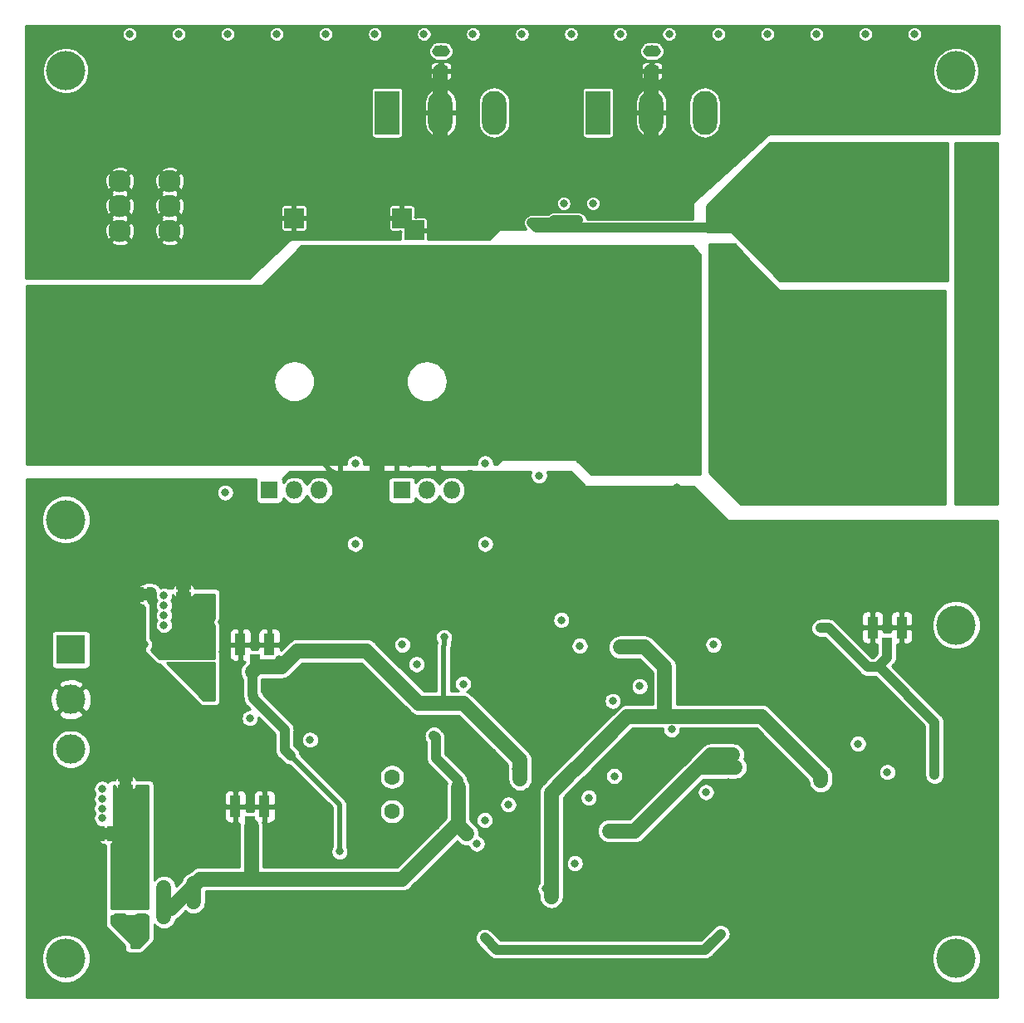
<source format=gbl>
G04 #@! TF.GenerationSoftware,KiCad,Pcbnew,(5.1.4)-1*
G04 #@! TF.CreationDate,2021-09-06T14:48:02-04:00*
G04 #@! TF.ProjectId,shunt_current_control_v2,7368756e-745f-4637-9572-72656e745f63,rev?*
G04 #@! TF.SameCoordinates,Original*
G04 #@! TF.FileFunction,Copper,L4,Bot*
G04 #@! TF.FilePolarity,Positive*
%FSLAX46Y46*%
G04 Gerber Fmt 4.6, Leading zero omitted, Abs format (unit mm)*
G04 Created by KiCad (PCBNEW (5.1.4)-1) date 2021-09-06 14:48:02*
%MOMM*%
%LPD*%
G04 APERTURE LIST*
%ADD10C,0.100000*%
%ADD11C,2.000000*%
%ADD12R,2.000000X2.000000*%
%ADD13O,1.800000X1.800000*%
%ADD14R,1.800000X1.800000*%
%ADD15O,2.500000X4.500000*%
%ADD16R,2.500000X4.500000*%
%ADD17C,1.600000*%
%ADD18R,1.050000X2.200000*%
%ADD19R,1.000000X1.050000*%
%ADD20C,1.150000*%
%ADD21C,0.500000*%
%ADD22C,3.000000*%
%ADD23R,3.000000X3.000000*%
%ADD24C,2.300000*%
%ADD25C,4.000000*%
%ADD26C,0.800000*%
%ADD27C,0.500000*%
%ADD28C,0.375000*%
%ADD29C,1.500000*%
%ADD30C,1.000000*%
%ADD31C,0.250000*%
G04 APERTURE END LIST*
D10*
G36*
X73350000Y-119400000D02*
G01*
X73850000Y-119400000D01*
X73850000Y-118600000D01*
X73350000Y-118600000D01*
X73350000Y-119400000D01*
G37*
G36*
X73350000Y-118600000D02*
G01*
X73850000Y-118600000D01*
X73850000Y-118200000D01*
X73350000Y-118200000D01*
X73350000Y-118600000D01*
G37*
G36*
X75000000Y-113350000D02*
G01*
X75000000Y-113850000D01*
X75800000Y-113850000D01*
X75800000Y-113350000D01*
X75000000Y-113350000D01*
G37*
G36*
X75800000Y-113350000D02*
G01*
X75800000Y-113850000D01*
X76200000Y-113850000D01*
X76200000Y-113350000D01*
X75800000Y-113350000D01*
G37*
G36*
X80900000Y-93750000D02*
G01*
X80900000Y-94250000D01*
X81700000Y-94250000D01*
X81700000Y-93750000D01*
X80900000Y-93750000D01*
G37*
G36*
X81700000Y-93750000D02*
G01*
X81700000Y-94250000D01*
X82100000Y-94250000D01*
X82100000Y-93750000D01*
X81700000Y-93750000D01*
G37*
G36*
X77350000Y-95000000D02*
G01*
X77850000Y-95000000D01*
X77850000Y-94200000D01*
X77350000Y-94200000D01*
X77350000Y-95000000D01*
G37*
G36*
X77350000Y-94200000D02*
G01*
X77850000Y-94200000D01*
X77850000Y-93800000D01*
X77350000Y-93800000D01*
X77350000Y-94200000D01*
G37*
D11*
X102500000Y-59750000D03*
D12*
X105000000Y-57250000D03*
D11*
X103750000Y-61000000D03*
D12*
X103750000Y-56000000D03*
D11*
X92750000Y-61000000D03*
D12*
X92750000Y-56000000D03*
D13*
X95330000Y-83750000D03*
X92790000Y-83750000D03*
D14*
X90250000Y-83750000D03*
D15*
X134630000Y-45250000D03*
X129180000Y-45250000D03*
D16*
X123730000Y-45250000D03*
D15*
X113150000Y-45250000D03*
X107700000Y-45250000D03*
D16*
X102250000Y-45250000D03*
D17*
X102750000Y-116500000D03*
X102750000Y-113000000D03*
D18*
X151750000Y-97750000D03*
X154700000Y-97750000D03*
D19*
X153225000Y-99275000D03*
D10*
G36*
X129724505Y-40451204D02*
G01*
X129748773Y-40454804D01*
X129772572Y-40460765D01*
X129795671Y-40469030D01*
X129817850Y-40479520D01*
X129838893Y-40492132D01*
X129858599Y-40506747D01*
X129876777Y-40523223D01*
X129893253Y-40541401D01*
X129907868Y-40561107D01*
X129920480Y-40582150D01*
X129930970Y-40604329D01*
X129939235Y-40627428D01*
X129945196Y-40651227D01*
X129948796Y-40675495D01*
X129950000Y-40699999D01*
X129950000Y-41350001D01*
X129948796Y-41374505D01*
X129945196Y-41398773D01*
X129939235Y-41422572D01*
X129930970Y-41445671D01*
X129920480Y-41467850D01*
X129907868Y-41488893D01*
X129893253Y-41508599D01*
X129876777Y-41526777D01*
X129858599Y-41543253D01*
X129838893Y-41557868D01*
X129817850Y-41570480D01*
X129795671Y-41580970D01*
X129772572Y-41589235D01*
X129748773Y-41595196D01*
X129724505Y-41598796D01*
X129700001Y-41600000D01*
X128799999Y-41600000D01*
X128775495Y-41598796D01*
X128751227Y-41595196D01*
X128727428Y-41589235D01*
X128704329Y-41580970D01*
X128682150Y-41570480D01*
X128661107Y-41557868D01*
X128641401Y-41543253D01*
X128623223Y-41526777D01*
X128606747Y-41508599D01*
X128592132Y-41488893D01*
X128579520Y-41467850D01*
X128569030Y-41445671D01*
X128560765Y-41422572D01*
X128554804Y-41398773D01*
X128551204Y-41374505D01*
X128550000Y-41350001D01*
X128550000Y-40699999D01*
X128551204Y-40675495D01*
X128554804Y-40651227D01*
X128560765Y-40627428D01*
X128569030Y-40604329D01*
X128579520Y-40582150D01*
X128592132Y-40561107D01*
X128606747Y-40541401D01*
X128623223Y-40523223D01*
X128641401Y-40506747D01*
X128661107Y-40492132D01*
X128682150Y-40479520D01*
X128704329Y-40469030D01*
X128727428Y-40460765D01*
X128751227Y-40454804D01*
X128775495Y-40451204D01*
X128799999Y-40450000D01*
X129700001Y-40450000D01*
X129724505Y-40451204D01*
X129724505Y-40451204D01*
G37*
D20*
X129250000Y-41025000D03*
D10*
G36*
X129724505Y-38401204D02*
G01*
X129748773Y-38404804D01*
X129772572Y-38410765D01*
X129795671Y-38419030D01*
X129817850Y-38429520D01*
X129838893Y-38442132D01*
X129858599Y-38456747D01*
X129876777Y-38473223D01*
X129893253Y-38491401D01*
X129907868Y-38511107D01*
X129920480Y-38532150D01*
X129930970Y-38554329D01*
X129939235Y-38577428D01*
X129945196Y-38601227D01*
X129948796Y-38625495D01*
X129950000Y-38649999D01*
X129950000Y-39300001D01*
X129948796Y-39324505D01*
X129945196Y-39348773D01*
X129939235Y-39372572D01*
X129930970Y-39395671D01*
X129920480Y-39417850D01*
X129907868Y-39438893D01*
X129893253Y-39458599D01*
X129876777Y-39476777D01*
X129858599Y-39493253D01*
X129838893Y-39507868D01*
X129817850Y-39520480D01*
X129795671Y-39530970D01*
X129772572Y-39539235D01*
X129748773Y-39545196D01*
X129724505Y-39548796D01*
X129700001Y-39550000D01*
X128799999Y-39550000D01*
X128775495Y-39548796D01*
X128751227Y-39545196D01*
X128727428Y-39539235D01*
X128704329Y-39530970D01*
X128682150Y-39520480D01*
X128661107Y-39507868D01*
X128641401Y-39493253D01*
X128623223Y-39476777D01*
X128606747Y-39458599D01*
X128592132Y-39438893D01*
X128579520Y-39417850D01*
X128569030Y-39395671D01*
X128560765Y-39372572D01*
X128554804Y-39348773D01*
X128551204Y-39324505D01*
X128550000Y-39300001D01*
X128550000Y-38649999D01*
X128551204Y-38625495D01*
X128554804Y-38601227D01*
X128560765Y-38577428D01*
X128569030Y-38554329D01*
X128579520Y-38532150D01*
X128592132Y-38511107D01*
X128606747Y-38491401D01*
X128623223Y-38473223D01*
X128641401Y-38456747D01*
X128661107Y-38442132D01*
X128682150Y-38429520D01*
X128704329Y-38419030D01*
X128727428Y-38410765D01*
X128751227Y-38404804D01*
X128775495Y-38401204D01*
X128799999Y-38400000D01*
X129700001Y-38400000D01*
X129724505Y-38401204D01*
X129724505Y-38401204D01*
G37*
D20*
X129250000Y-38975000D03*
D18*
X87275000Y-99500000D03*
X90225000Y-99500000D03*
D19*
X88750000Y-101025000D03*
D18*
X86775000Y-116000000D03*
X89725000Y-116000000D03*
D19*
X88250000Y-117525000D03*
D21*
X72950000Y-118800000D03*
D10*
G36*
X73450000Y-119550000D02*
G01*
X72950000Y-119550000D01*
X72950000Y-119549398D01*
X72925466Y-119549398D01*
X72876635Y-119544588D01*
X72828510Y-119535016D01*
X72781555Y-119520772D01*
X72736222Y-119501995D01*
X72692949Y-119478864D01*
X72652150Y-119451604D01*
X72614221Y-119420476D01*
X72579524Y-119385779D01*
X72548396Y-119347850D01*
X72521136Y-119307051D01*
X72498005Y-119263778D01*
X72479228Y-119218445D01*
X72464984Y-119171490D01*
X72455412Y-119123365D01*
X72450602Y-119074534D01*
X72450602Y-119050000D01*
X72450000Y-119050000D01*
X72450000Y-118550000D01*
X72450602Y-118550000D01*
X72450602Y-118525466D01*
X72455412Y-118476635D01*
X72464984Y-118428510D01*
X72479228Y-118381555D01*
X72498005Y-118336222D01*
X72521136Y-118292949D01*
X72548396Y-118252150D01*
X72579524Y-118214221D01*
X72614221Y-118179524D01*
X72652150Y-118148396D01*
X72692949Y-118121136D01*
X72736222Y-118098005D01*
X72781555Y-118079228D01*
X72828510Y-118064984D01*
X72876635Y-118055412D01*
X72925466Y-118050602D01*
X72950000Y-118050602D01*
X72950000Y-118050000D01*
X73450000Y-118050000D01*
X73450000Y-119550000D01*
X73450000Y-119550000D01*
G37*
D21*
X74250000Y-118800000D03*
D10*
G36*
X74250000Y-118050602D02*
G01*
X74274534Y-118050602D01*
X74323365Y-118055412D01*
X74371490Y-118064984D01*
X74418445Y-118079228D01*
X74463778Y-118098005D01*
X74507051Y-118121136D01*
X74547850Y-118148396D01*
X74585779Y-118179524D01*
X74620476Y-118214221D01*
X74651604Y-118252150D01*
X74678864Y-118292949D01*
X74701995Y-118336222D01*
X74720772Y-118381555D01*
X74735016Y-118428510D01*
X74744588Y-118476635D01*
X74749398Y-118525466D01*
X74749398Y-118550000D01*
X74750000Y-118550000D01*
X74750000Y-119050000D01*
X74749398Y-119050000D01*
X74749398Y-119074534D01*
X74744588Y-119123365D01*
X74735016Y-119171490D01*
X74720772Y-119218445D01*
X74701995Y-119263778D01*
X74678864Y-119307051D01*
X74651604Y-119347850D01*
X74620476Y-119385779D01*
X74585779Y-119420476D01*
X74547850Y-119451604D01*
X74507051Y-119478864D01*
X74463778Y-119501995D01*
X74418445Y-119520772D01*
X74371490Y-119535016D01*
X74323365Y-119544588D01*
X74274534Y-119549398D01*
X74250000Y-119549398D01*
X74250000Y-119550000D01*
X73750000Y-119550000D01*
X73750000Y-118050000D01*
X74250000Y-118050000D01*
X74250000Y-118050602D01*
X74250000Y-118050602D01*
G37*
D21*
X75600000Y-112950000D03*
D10*
G36*
X74850000Y-113450000D02*
G01*
X74850000Y-112950000D01*
X74850602Y-112950000D01*
X74850602Y-112925466D01*
X74855412Y-112876635D01*
X74864984Y-112828510D01*
X74879228Y-112781555D01*
X74898005Y-112736222D01*
X74921136Y-112692949D01*
X74948396Y-112652150D01*
X74979524Y-112614221D01*
X75014221Y-112579524D01*
X75052150Y-112548396D01*
X75092949Y-112521136D01*
X75136222Y-112498005D01*
X75181555Y-112479228D01*
X75228510Y-112464984D01*
X75276635Y-112455412D01*
X75325466Y-112450602D01*
X75350000Y-112450602D01*
X75350000Y-112450000D01*
X75850000Y-112450000D01*
X75850000Y-112450602D01*
X75874534Y-112450602D01*
X75923365Y-112455412D01*
X75971490Y-112464984D01*
X76018445Y-112479228D01*
X76063778Y-112498005D01*
X76107051Y-112521136D01*
X76147850Y-112548396D01*
X76185779Y-112579524D01*
X76220476Y-112614221D01*
X76251604Y-112652150D01*
X76278864Y-112692949D01*
X76301995Y-112736222D01*
X76320772Y-112781555D01*
X76335016Y-112828510D01*
X76344588Y-112876635D01*
X76349398Y-112925466D01*
X76349398Y-112950000D01*
X76350000Y-112950000D01*
X76350000Y-113450000D01*
X74850000Y-113450000D01*
X74850000Y-113450000D01*
G37*
D21*
X75600000Y-114250000D03*
D10*
G36*
X76349398Y-114250000D02*
G01*
X76349398Y-114274534D01*
X76344588Y-114323365D01*
X76335016Y-114371490D01*
X76320772Y-114418445D01*
X76301995Y-114463778D01*
X76278864Y-114507051D01*
X76251604Y-114547850D01*
X76220476Y-114585779D01*
X76185779Y-114620476D01*
X76147850Y-114651604D01*
X76107051Y-114678864D01*
X76063778Y-114701995D01*
X76018445Y-114720772D01*
X75971490Y-114735016D01*
X75923365Y-114744588D01*
X75874534Y-114749398D01*
X75850000Y-114749398D01*
X75850000Y-114750000D01*
X75350000Y-114750000D01*
X75350000Y-114749398D01*
X75325466Y-114749398D01*
X75276635Y-114744588D01*
X75228510Y-114735016D01*
X75181555Y-114720772D01*
X75136222Y-114701995D01*
X75092949Y-114678864D01*
X75052150Y-114651604D01*
X75014221Y-114620476D01*
X74979524Y-114585779D01*
X74948396Y-114547850D01*
X74921136Y-114507051D01*
X74898005Y-114463778D01*
X74879228Y-114418445D01*
X74864984Y-114371490D01*
X74855412Y-114323365D01*
X74850602Y-114274534D01*
X74850602Y-114250000D01*
X74850000Y-114250000D01*
X74850000Y-113750000D01*
X76350000Y-113750000D01*
X76350000Y-114250000D01*
X76349398Y-114250000D01*
X76349398Y-114250000D01*
G37*
G36*
X77724505Y-124901204D02*
G01*
X77748773Y-124904804D01*
X77772572Y-124910765D01*
X77795671Y-124919030D01*
X77817850Y-124929520D01*
X77838893Y-124942132D01*
X77858599Y-124956747D01*
X77876777Y-124973223D01*
X77893253Y-124991401D01*
X77907868Y-125011107D01*
X77920480Y-125032150D01*
X77930970Y-125054329D01*
X77939235Y-125077428D01*
X77945196Y-125101227D01*
X77948796Y-125125495D01*
X77950000Y-125149999D01*
X77950000Y-125800001D01*
X77948796Y-125824505D01*
X77945196Y-125848773D01*
X77939235Y-125872572D01*
X77930970Y-125895671D01*
X77920480Y-125917850D01*
X77907868Y-125938893D01*
X77893253Y-125958599D01*
X77876777Y-125976777D01*
X77858599Y-125993253D01*
X77838893Y-126007868D01*
X77817850Y-126020480D01*
X77795671Y-126030970D01*
X77772572Y-126039235D01*
X77748773Y-126045196D01*
X77724505Y-126048796D01*
X77700001Y-126050000D01*
X76799999Y-126050000D01*
X76775495Y-126048796D01*
X76751227Y-126045196D01*
X76727428Y-126039235D01*
X76704329Y-126030970D01*
X76682150Y-126020480D01*
X76661107Y-126007868D01*
X76641401Y-125993253D01*
X76623223Y-125976777D01*
X76606747Y-125958599D01*
X76592132Y-125938893D01*
X76579520Y-125917850D01*
X76569030Y-125895671D01*
X76560765Y-125872572D01*
X76554804Y-125848773D01*
X76551204Y-125824505D01*
X76550000Y-125800001D01*
X76550000Y-125149999D01*
X76551204Y-125125495D01*
X76554804Y-125101227D01*
X76560765Y-125077428D01*
X76569030Y-125054329D01*
X76579520Y-125032150D01*
X76592132Y-125011107D01*
X76606747Y-124991401D01*
X76623223Y-124973223D01*
X76641401Y-124956747D01*
X76661107Y-124942132D01*
X76682150Y-124929520D01*
X76704329Y-124919030D01*
X76727428Y-124910765D01*
X76751227Y-124904804D01*
X76775495Y-124901204D01*
X76799999Y-124900000D01*
X77700001Y-124900000D01*
X77724505Y-124901204D01*
X77724505Y-124901204D01*
G37*
D20*
X77250000Y-125475000D03*
D10*
G36*
X77724505Y-126951204D02*
G01*
X77748773Y-126954804D01*
X77772572Y-126960765D01*
X77795671Y-126969030D01*
X77817850Y-126979520D01*
X77838893Y-126992132D01*
X77858599Y-127006747D01*
X77876777Y-127023223D01*
X77893253Y-127041401D01*
X77907868Y-127061107D01*
X77920480Y-127082150D01*
X77930970Y-127104329D01*
X77939235Y-127127428D01*
X77945196Y-127151227D01*
X77948796Y-127175495D01*
X77950000Y-127199999D01*
X77950000Y-127850001D01*
X77948796Y-127874505D01*
X77945196Y-127898773D01*
X77939235Y-127922572D01*
X77930970Y-127945671D01*
X77920480Y-127967850D01*
X77907868Y-127988893D01*
X77893253Y-128008599D01*
X77876777Y-128026777D01*
X77858599Y-128043253D01*
X77838893Y-128057868D01*
X77817850Y-128070480D01*
X77795671Y-128080970D01*
X77772572Y-128089235D01*
X77748773Y-128095196D01*
X77724505Y-128098796D01*
X77700001Y-128100000D01*
X76799999Y-128100000D01*
X76775495Y-128098796D01*
X76751227Y-128095196D01*
X76727428Y-128089235D01*
X76704329Y-128080970D01*
X76682150Y-128070480D01*
X76661107Y-128057868D01*
X76641401Y-128043253D01*
X76623223Y-128026777D01*
X76606747Y-128008599D01*
X76592132Y-127988893D01*
X76579520Y-127967850D01*
X76569030Y-127945671D01*
X76560765Y-127922572D01*
X76554804Y-127898773D01*
X76551204Y-127874505D01*
X76550000Y-127850001D01*
X76550000Y-127199999D01*
X76551204Y-127175495D01*
X76554804Y-127151227D01*
X76560765Y-127127428D01*
X76569030Y-127104329D01*
X76579520Y-127082150D01*
X76592132Y-127061107D01*
X76606747Y-127041401D01*
X76623223Y-127023223D01*
X76641401Y-127006747D01*
X76661107Y-126992132D01*
X76682150Y-126979520D01*
X76704329Y-126969030D01*
X76727428Y-126960765D01*
X76751227Y-126954804D01*
X76775495Y-126951204D01*
X76799999Y-126950000D01*
X77700001Y-126950000D01*
X77724505Y-126951204D01*
X77724505Y-126951204D01*
G37*
D20*
X77250000Y-127525000D03*
D10*
G36*
X82224505Y-99401204D02*
G01*
X82248773Y-99404804D01*
X82272572Y-99410765D01*
X82295671Y-99419030D01*
X82317850Y-99429520D01*
X82338893Y-99442132D01*
X82358599Y-99456747D01*
X82376777Y-99473223D01*
X82393253Y-99491401D01*
X82407868Y-99511107D01*
X82420480Y-99532150D01*
X82430970Y-99554329D01*
X82439235Y-99577428D01*
X82445196Y-99601227D01*
X82448796Y-99625495D01*
X82450000Y-99649999D01*
X82450000Y-100300001D01*
X82448796Y-100324505D01*
X82445196Y-100348773D01*
X82439235Y-100372572D01*
X82430970Y-100395671D01*
X82420480Y-100417850D01*
X82407868Y-100438893D01*
X82393253Y-100458599D01*
X82376777Y-100476777D01*
X82358599Y-100493253D01*
X82338893Y-100507868D01*
X82317850Y-100520480D01*
X82295671Y-100530970D01*
X82272572Y-100539235D01*
X82248773Y-100545196D01*
X82224505Y-100548796D01*
X82200001Y-100550000D01*
X81299999Y-100550000D01*
X81275495Y-100548796D01*
X81251227Y-100545196D01*
X81227428Y-100539235D01*
X81204329Y-100530970D01*
X81182150Y-100520480D01*
X81161107Y-100507868D01*
X81141401Y-100493253D01*
X81123223Y-100476777D01*
X81106747Y-100458599D01*
X81092132Y-100438893D01*
X81079520Y-100417850D01*
X81069030Y-100395671D01*
X81060765Y-100372572D01*
X81054804Y-100348773D01*
X81051204Y-100324505D01*
X81050000Y-100300001D01*
X81050000Y-99649999D01*
X81051204Y-99625495D01*
X81054804Y-99601227D01*
X81060765Y-99577428D01*
X81069030Y-99554329D01*
X81079520Y-99532150D01*
X81092132Y-99511107D01*
X81106747Y-99491401D01*
X81123223Y-99473223D01*
X81141401Y-99456747D01*
X81161107Y-99442132D01*
X81182150Y-99429520D01*
X81204329Y-99419030D01*
X81227428Y-99410765D01*
X81251227Y-99404804D01*
X81275495Y-99401204D01*
X81299999Y-99400000D01*
X82200001Y-99400000D01*
X82224505Y-99401204D01*
X82224505Y-99401204D01*
G37*
D20*
X81750000Y-99975000D03*
D10*
G36*
X82224505Y-101451204D02*
G01*
X82248773Y-101454804D01*
X82272572Y-101460765D01*
X82295671Y-101469030D01*
X82317850Y-101479520D01*
X82338893Y-101492132D01*
X82358599Y-101506747D01*
X82376777Y-101523223D01*
X82393253Y-101541401D01*
X82407868Y-101561107D01*
X82420480Y-101582150D01*
X82430970Y-101604329D01*
X82439235Y-101627428D01*
X82445196Y-101651227D01*
X82448796Y-101675495D01*
X82450000Y-101699999D01*
X82450000Y-102350001D01*
X82448796Y-102374505D01*
X82445196Y-102398773D01*
X82439235Y-102422572D01*
X82430970Y-102445671D01*
X82420480Y-102467850D01*
X82407868Y-102488893D01*
X82393253Y-102508599D01*
X82376777Y-102526777D01*
X82358599Y-102543253D01*
X82338893Y-102557868D01*
X82317850Y-102570480D01*
X82295671Y-102580970D01*
X82272572Y-102589235D01*
X82248773Y-102595196D01*
X82224505Y-102598796D01*
X82200001Y-102600000D01*
X81299999Y-102600000D01*
X81275495Y-102598796D01*
X81251227Y-102595196D01*
X81227428Y-102589235D01*
X81204329Y-102580970D01*
X81182150Y-102570480D01*
X81161107Y-102557868D01*
X81141401Y-102543253D01*
X81123223Y-102526777D01*
X81106747Y-102508599D01*
X81092132Y-102488893D01*
X81079520Y-102467850D01*
X81069030Y-102445671D01*
X81060765Y-102422572D01*
X81054804Y-102398773D01*
X81051204Y-102374505D01*
X81050000Y-102350001D01*
X81050000Y-101699999D01*
X81051204Y-101675495D01*
X81054804Y-101651227D01*
X81060765Y-101627428D01*
X81069030Y-101604329D01*
X81079520Y-101582150D01*
X81092132Y-101561107D01*
X81106747Y-101541401D01*
X81123223Y-101523223D01*
X81141401Y-101506747D01*
X81161107Y-101492132D01*
X81182150Y-101479520D01*
X81204329Y-101469030D01*
X81227428Y-101460765D01*
X81251227Y-101454804D01*
X81275495Y-101451204D01*
X81299999Y-101450000D01*
X82200001Y-101450000D01*
X82224505Y-101451204D01*
X82224505Y-101451204D01*
G37*
D20*
X81750000Y-102025000D03*
D21*
X81500000Y-93350000D03*
D10*
G36*
X80750000Y-93850000D02*
G01*
X80750000Y-93350000D01*
X80750602Y-93350000D01*
X80750602Y-93325466D01*
X80755412Y-93276635D01*
X80764984Y-93228510D01*
X80779228Y-93181555D01*
X80798005Y-93136222D01*
X80821136Y-93092949D01*
X80848396Y-93052150D01*
X80879524Y-93014221D01*
X80914221Y-92979524D01*
X80952150Y-92948396D01*
X80992949Y-92921136D01*
X81036222Y-92898005D01*
X81081555Y-92879228D01*
X81128510Y-92864984D01*
X81176635Y-92855412D01*
X81225466Y-92850602D01*
X81250000Y-92850602D01*
X81250000Y-92850000D01*
X81750000Y-92850000D01*
X81750000Y-92850602D01*
X81774534Y-92850602D01*
X81823365Y-92855412D01*
X81871490Y-92864984D01*
X81918445Y-92879228D01*
X81963778Y-92898005D01*
X82007051Y-92921136D01*
X82047850Y-92948396D01*
X82085779Y-92979524D01*
X82120476Y-93014221D01*
X82151604Y-93052150D01*
X82178864Y-93092949D01*
X82201995Y-93136222D01*
X82220772Y-93181555D01*
X82235016Y-93228510D01*
X82244588Y-93276635D01*
X82249398Y-93325466D01*
X82249398Y-93350000D01*
X82250000Y-93350000D01*
X82250000Y-93850000D01*
X80750000Y-93850000D01*
X80750000Y-93850000D01*
G37*
D21*
X81500000Y-94650000D03*
D10*
G36*
X82249398Y-94650000D02*
G01*
X82249398Y-94674534D01*
X82244588Y-94723365D01*
X82235016Y-94771490D01*
X82220772Y-94818445D01*
X82201995Y-94863778D01*
X82178864Y-94907051D01*
X82151604Y-94947850D01*
X82120476Y-94985779D01*
X82085779Y-95020476D01*
X82047850Y-95051604D01*
X82007051Y-95078864D01*
X81963778Y-95101995D01*
X81918445Y-95120772D01*
X81871490Y-95135016D01*
X81823365Y-95144588D01*
X81774534Y-95149398D01*
X81750000Y-95149398D01*
X81750000Y-95150000D01*
X81250000Y-95150000D01*
X81250000Y-95149398D01*
X81225466Y-95149398D01*
X81176635Y-95144588D01*
X81128510Y-95135016D01*
X81081555Y-95120772D01*
X81036222Y-95101995D01*
X80992949Y-95078864D01*
X80952150Y-95051604D01*
X80914221Y-95020476D01*
X80879524Y-94985779D01*
X80848396Y-94947850D01*
X80821136Y-94907051D01*
X80798005Y-94863778D01*
X80779228Y-94818445D01*
X80764984Y-94771490D01*
X80755412Y-94723365D01*
X80750602Y-94674534D01*
X80750602Y-94650000D01*
X80750000Y-94650000D01*
X80750000Y-94150000D01*
X82250000Y-94150000D01*
X82250000Y-94650000D01*
X82249398Y-94650000D01*
X82249398Y-94650000D01*
G37*
D21*
X76950000Y-94400000D03*
D10*
G36*
X77450000Y-95150000D02*
G01*
X76950000Y-95150000D01*
X76950000Y-95149398D01*
X76925466Y-95149398D01*
X76876635Y-95144588D01*
X76828510Y-95135016D01*
X76781555Y-95120772D01*
X76736222Y-95101995D01*
X76692949Y-95078864D01*
X76652150Y-95051604D01*
X76614221Y-95020476D01*
X76579524Y-94985779D01*
X76548396Y-94947850D01*
X76521136Y-94907051D01*
X76498005Y-94863778D01*
X76479228Y-94818445D01*
X76464984Y-94771490D01*
X76455412Y-94723365D01*
X76450602Y-94674534D01*
X76450602Y-94650000D01*
X76450000Y-94650000D01*
X76450000Y-94150000D01*
X76450602Y-94150000D01*
X76450602Y-94125466D01*
X76455412Y-94076635D01*
X76464984Y-94028510D01*
X76479228Y-93981555D01*
X76498005Y-93936222D01*
X76521136Y-93892949D01*
X76548396Y-93852150D01*
X76579524Y-93814221D01*
X76614221Y-93779524D01*
X76652150Y-93748396D01*
X76692949Y-93721136D01*
X76736222Y-93698005D01*
X76781555Y-93679228D01*
X76828510Y-93664984D01*
X76876635Y-93655412D01*
X76925466Y-93650602D01*
X76950000Y-93650602D01*
X76950000Y-93650000D01*
X77450000Y-93650000D01*
X77450000Y-95150000D01*
X77450000Y-95150000D01*
G37*
D21*
X78250000Y-94400000D03*
D10*
G36*
X78250000Y-93650602D02*
G01*
X78274534Y-93650602D01*
X78323365Y-93655412D01*
X78371490Y-93664984D01*
X78418445Y-93679228D01*
X78463778Y-93698005D01*
X78507051Y-93721136D01*
X78547850Y-93748396D01*
X78585779Y-93779524D01*
X78620476Y-93814221D01*
X78651604Y-93852150D01*
X78678864Y-93892949D01*
X78701995Y-93936222D01*
X78720772Y-93981555D01*
X78735016Y-94028510D01*
X78744588Y-94076635D01*
X78749398Y-94125466D01*
X78749398Y-94150000D01*
X78750000Y-94150000D01*
X78750000Y-94650000D01*
X78749398Y-94650000D01*
X78749398Y-94674534D01*
X78744588Y-94723365D01*
X78735016Y-94771490D01*
X78720772Y-94818445D01*
X78701995Y-94863778D01*
X78678864Y-94907051D01*
X78651604Y-94947850D01*
X78620476Y-94985779D01*
X78585779Y-95020476D01*
X78547850Y-95051604D01*
X78507051Y-95078864D01*
X78463778Y-95101995D01*
X78418445Y-95120772D01*
X78371490Y-95135016D01*
X78323365Y-95144588D01*
X78274534Y-95149398D01*
X78250000Y-95149398D01*
X78250000Y-95150000D01*
X77750000Y-95150000D01*
X77750000Y-93650000D01*
X78250000Y-93650000D01*
X78250000Y-93650602D01*
X78250000Y-93650602D01*
G37*
G36*
X108224505Y-38401204D02*
G01*
X108248773Y-38404804D01*
X108272572Y-38410765D01*
X108295671Y-38419030D01*
X108317850Y-38429520D01*
X108338893Y-38442132D01*
X108358599Y-38456747D01*
X108376777Y-38473223D01*
X108393253Y-38491401D01*
X108407868Y-38511107D01*
X108420480Y-38532150D01*
X108430970Y-38554329D01*
X108439235Y-38577428D01*
X108445196Y-38601227D01*
X108448796Y-38625495D01*
X108450000Y-38649999D01*
X108450000Y-39300001D01*
X108448796Y-39324505D01*
X108445196Y-39348773D01*
X108439235Y-39372572D01*
X108430970Y-39395671D01*
X108420480Y-39417850D01*
X108407868Y-39438893D01*
X108393253Y-39458599D01*
X108376777Y-39476777D01*
X108358599Y-39493253D01*
X108338893Y-39507868D01*
X108317850Y-39520480D01*
X108295671Y-39530970D01*
X108272572Y-39539235D01*
X108248773Y-39545196D01*
X108224505Y-39548796D01*
X108200001Y-39550000D01*
X107299999Y-39550000D01*
X107275495Y-39548796D01*
X107251227Y-39545196D01*
X107227428Y-39539235D01*
X107204329Y-39530970D01*
X107182150Y-39520480D01*
X107161107Y-39507868D01*
X107141401Y-39493253D01*
X107123223Y-39476777D01*
X107106747Y-39458599D01*
X107092132Y-39438893D01*
X107079520Y-39417850D01*
X107069030Y-39395671D01*
X107060765Y-39372572D01*
X107054804Y-39348773D01*
X107051204Y-39324505D01*
X107050000Y-39300001D01*
X107050000Y-38649999D01*
X107051204Y-38625495D01*
X107054804Y-38601227D01*
X107060765Y-38577428D01*
X107069030Y-38554329D01*
X107079520Y-38532150D01*
X107092132Y-38511107D01*
X107106747Y-38491401D01*
X107123223Y-38473223D01*
X107141401Y-38456747D01*
X107161107Y-38442132D01*
X107182150Y-38429520D01*
X107204329Y-38419030D01*
X107227428Y-38410765D01*
X107251227Y-38404804D01*
X107275495Y-38401204D01*
X107299999Y-38400000D01*
X108200001Y-38400000D01*
X108224505Y-38401204D01*
X108224505Y-38401204D01*
G37*
D20*
X107750000Y-38975000D03*
D10*
G36*
X108224505Y-40451204D02*
G01*
X108248773Y-40454804D01*
X108272572Y-40460765D01*
X108295671Y-40469030D01*
X108317850Y-40479520D01*
X108338893Y-40492132D01*
X108358599Y-40506747D01*
X108376777Y-40523223D01*
X108393253Y-40541401D01*
X108407868Y-40561107D01*
X108420480Y-40582150D01*
X108430970Y-40604329D01*
X108439235Y-40627428D01*
X108445196Y-40651227D01*
X108448796Y-40675495D01*
X108450000Y-40699999D01*
X108450000Y-41350001D01*
X108448796Y-41374505D01*
X108445196Y-41398773D01*
X108439235Y-41422572D01*
X108430970Y-41445671D01*
X108420480Y-41467850D01*
X108407868Y-41488893D01*
X108393253Y-41508599D01*
X108376777Y-41526777D01*
X108358599Y-41543253D01*
X108338893Y-41557868D01*
X108317850Y-41570480D01*
X108295671Y-41580970D01*
X108272572Y-41589235D01*
X108248773Y-41595196D01*
X108224505Y-41598796D01*
X108200001Y-41600000D01*
X107299999Y-41600000D01*
X107275495Y-41598796D01*
X107251227Y-41595196D01*
X107227428Y-41589235D01*
X107204329Y-41580970D01*
X107182150Y-41570480D01*
X107161107Y-41557868D01*
X107141401Y-41543253D01*
X107123223Y-41526777D01*
X107106747Y-41508599D01*
X107092132Y-41488893D01*
X107079520Y-41467850D01*
X107069030Y-41445671D01*
X107060765Y-41422572D01*
X107054804Y-41398773D01*
X107051204Y-41374505D01*
X107050000Y-41350001D01*
X107050000Y-40699999D01*
X107051204Y-40675495D01*
X107054804Y-40651227D01*
X107060765Y-40627428D01*
X107069030Y-40604329D01*
X107079520Y-40582150D01*
X107092132Y-40561107D01*
X107106747Y-40541401D01*
X107123223Y-40523223D01*
X107141401Y-40506747D01*
X107161107Y-40492132D01*
X107182150Y-40479520D01*
X107204329Y-40469030D01*
X107227428Y-40460765D01*
X107251227Y-40454804D01*
X107275495Y-40451204D01*
X107299999Y-40450000D01*
X108200001Y-40450000D01*
X108224505Y-40451204D01*
X108224505Y-40451204D01*
G37*
D20*
X107750000Y-41025000D03*
D10*
G36*
X75474505Y-124876204D02*
G01*
X75498773Y-124879804D01*
X75522572Y-124885765D01*
X75545671Y-124894030D01*
X75567850Y-124904520D01*
X75588893Y-124917132D01*
X75608599Y-124931747D01*
X75626777Y-124948223D01*
X75643253Y-124966401D01*
X75657868Y-124986107D01*
X75670480Y-125007150D01*
X75680970Y-125029329D01*
X75689235Y-125052428D01*
X75695196Y-125076227D01*
X75698796Y-125100495D01*
X75700000Y-125124999D01*
X75700000Y-125775001D01*
X75698796Y-125799505D01*
X75695196Y-125823773D01*
X75689235Y-125847572D01*
X75680970Y-125870671D01*
X75670480Y-125892850D01*
X75657868Y-125913893D01*
X75643253Y-125933599D01*
X75626777Y-125951777D01*
X75608599Y-125968253D01*
X75588893Y-125982868D01*
X75567850Y-125995480D01*
X75545671Y-126005970D01*
X75522572Y-126014235D01*
X75498773Y-126020196D01*
X75474505Y-126023796D01*
X75450001Y-126025000D01*
X74549999Y-126025000D01*
X74525495Y-126023796D01*
X74501227Y-126020196D01*
X74477428Y-126014235D01*
X74454329Y-126005970D01*
X74432150Y-125995480D01*
X74411107Y-125982868D01*
X74391401Y-125968253D01*
X74373223Y-125951777D01*
X74356747Y-125933599D01*
X74342132Y-125913893D01*
X74329520Y-125892850D01*
X74319030Y-125870671D01*
X74310765Y-125847572D01*
X74304804Y-125823773D01*
X74301204Y-125799505D01*
X74300000Y-125775001D01*
X74300000Y-125124999D01*
X74301204Y-125100495D01*
X74304804Y-125076227D01*
X74310765Y-125052428D01*
X74319030Y-125029329D01*
X74329520Y-125007150D01*
X74342132Y-124986107D01*
X74356747Y-124966401D01*
X74373223Y-124948223D01*
X74391401Y-124931747D01*
X74411107Y-124917132D01*
X74432150Y-124904520D01*
X74454329Y-124894030D01*
X74477428Y-124885765D01*
X74501227Y-124879804D01*
X74525495Y-124876204D01*
X74549999Y-124875000D01*
X75450001Y-124875000D01*
X75474505Y-124876204D01*
X75474505Y-124876204D01*
G37*
D20*
X75000000Y-125450000D03*
D10*
G36*
X75474505Y-126926204D02*
G01*
X75498773Y-126929804D01*
X75522572Y-126935765D01*
X75545671Y-126944030D01*
X75567850Y-126954520D01*
X75588893Y-126967132D01*
X75608599Y-126981747D01*
X75626777Y-126998223D01*
X75643253Y-127016401D01*
X75657868Y-127036107D01*
X75670480Y-127057150D01*
X75680970Y-127079329D01*
X75689235Y-127102428D01*
X75695196Y-127126227D01*
X75698796Y-127150495D01*
X75700000Y-127174999D01*
X75700000Y-127825001D01*
X75698796Y-127849505D01*
X75695196Y-127873773D01*
X75689235Y-127897572D01*
X75680970Y-127920671D01*
X75670480Y-127942850D01*
X75657868Y-127963893D01*
X75643253Y-127983599D01*
X75626777Y-128001777D01*
X75608599Y-128018253D01*
X75588893Y-128032868D01*
X75567850Y-128045480D01*
X75545671Y-128055970D01*
X75522572Y-128064235D01*
X75498773Y-128070196D01*
X75474505Y-128073796D01*
X75450001Y-128075000D01*
X74549999Y-128075000D01*
X74525495Y-128073796D01*
X74501227Y-128070196D01*
X74477428Y-128064235D01*
X74454329Y-128055970D01*
X74432150Y-128045480D01*
X74411107Y-128032868D01*
X74391401Y-128018253D01*
X74373223Y-128001777D01*
X74356747Y-127983599D01*
X74342132Y-127963893D01*
X74329520Y-127942850D01*
X74319030Y-127920671D01*
X74310765Y-127897572D01*
X74304804Y-127873773D01*
X74301204Y-127849505D01*
X74300000Y-127825001D01*
X74300000Y-127174999D01*
X74301204Y-127150495D01*
X74304804Y-127126227D01*
X74310765Y-127102428D01*
X74319030Y-127079329D01*
X74329520Y-127057150D01*
X74342132Y-127036107D01*
X74356747Y-127016401D01*
X74373223Y-126998223D01*
X74391401Y-126981747D01*
X74411107Y-126967132D01*
X74432150Y-126954520D01*
X74454329Y-126944030D01*
X74477428Y-126935765D01*
X74501227Y-126929804D01*
X74525495Y-126926204D01*
X74549999Y-126925000D01*
X75450001Y-126925000D01*
X75474505Y-126926204D01*
X75474505Y-126926204D01*
G37*
D20*
X75000000Y-127500000D03*
D22*
X70000000Y-110160000D03*
X70000000Y-105080000D03*
D23*
X70000000Y-100000000D03*
D13*
X108830000Y-83750000D03*
X106290000Y-83750000D03*
D14*
X103750000Y-83750000D03*
D24*
X154080000Y-70500000D03*
X154080000Y-73040000D03*
X154080000Y-75580000D03*
X149000000Y-75580000D03*
X149000000Y-73040000D03*
X149000000Y-70500000D03*
X153830000Y-52250000D03*
X153830000Y-54790000D03*
X153830000Y-57330000D03*
X148750000Y-57330000D03*
X148750000Y-54790000D03*
X148750000Y-52250000D03*
X79830000Y-69500000D03*
X79830000Y-72040000D03*
X79830000Y-74580000D03*
X74750000Y-74580000D03*
X74750000Y-72040000D03*
X74750000Y-69500000D03*
X80080000Y-52250000D03*
X80080000Y-54790000D03*
X80080000Y-57330000D03*
X75000000Y-57330000D03*
X75000000Y-54790000D03*
X75000000Y-52250000D03*
D10*
G36*
X84224505Y-99401204D02*
G01*
X84248773Y-99404804D01*
X84272572Y-99410765D01*
X84295671Y-99419030D01*
X84317850Y-99429520D01*
X84338893Y-99442132D01*
X84358599Y-99456747D01*
X84376777Y-99473223D01*
X84393253Y-99491401D01*
X84407868Y-99511107D01*
X84420480Y-99532150D01*
X84430970Y-99554329D01*
X84439235Y-99577428D01*
X84445196Y-99601227D01*
X84448796Y-99625495D01*
X84450000Y-99649999D01*
X84450000Y-100300001D01*
X84448796Y-100324505D01*
X84445196Y-100348773D01*
X84439235Y-100372572D01*
X84430970Y-100395671D01*
X84420480Y-100417850D01*
X84407868Y-100438893D01*
X84393253Y-100458599D01*
X84376777Y-100476777D01*
X84358599Y-100493253D01*
X84338893Y-100507868D01*
X84317850Y-100520480D01*
X84295671Y-100530970D01*
X84272572Y-100539235D01*
X84248773Y-100545196D01*
X84224505Y-100548796D01*
X84200001Y-100550000D01*
X83299999Y-100550000D01*
X83275495Y-100548796D01*
X83251227Y-100545196D01*
X83227428Y-100539235D01*
X83204329Y-100530970D01*
X83182150Y-100520480D01*
X83161107Y-100507868D01*
X83141401Y-100493253D01*
X83123223Y-100476777D01*
X83106747Y-100458599D01*
X83092132Y-100438893D01*
X83079520Y-100417850D01*
X83069030Y-100395671D01*
X83060765Y-100372572D01*
X83054804Y-100348773D01*
X83051204Y-100324505D01*
X83050000Y-100300001D01*
X83050000Y-99649999D01*
X83051204Y-99625495D01*
X83054804Y-99601227D01*
X83060765Y-99577428D01*
X83069030Y-99554329D01*
X83079520Y-99532150D01*
X83092132Y-99511107D01*
X83106747Y-99491401D01*
X83123223Y-99473223D01*
X83141401Y-99456747D01*
X83161107Y-99442132D01*
X83182150Y-99429520D01*
X83204329Y-99419030D01*
X83227428Y-99410765D01*
X83251227Y-99404804D01*
X83275495Y-99401204D01*
X83299999Y-99400000D01*
X84200001Y-99400000D01*
X84224505Y-99401204D01*
X84224505Y-99401204D01*
G37*
D20*
X83750000Y-99975000D03*
D10*
G36*
X84224505Y-101451204D02*
G01*
X84248773Y-101454804D01*
X84272572Y-101460765D01*
X84295671Y-101469030D01*
X84317850Y-101479520D01*
X84338893Y-101492132D01*
X84358599Y-101506747D01*
X84376777Y-101523223D01*
X84393253Y-101541401D01*
X84407868Y-101561107D01*
X84420480Y-101582150D01*
X84430970Y-101604329D01*
X84439235Y-101627428D01*
X84445196Y-101651227D01*
X84448796Y-101675495D01*
X84450000Y-101699999D01*
X84450000Y-102350001D01*
X84448796Y-102374505D01*
X84445196Y-102398773D01*
X84439235Y-102422572D01*
X84430970Y-102445671D01*
X84420480Y-102467850D01*
X84407868Y-102488893D01*
X84393253Y-102508599D01*
X84376777Y-102526777D01*
X84358599Y-102543253D01*
X84338893Y-102557868D01*
X84317850Y-102570480D01*
X84295671Y-102580970D01*
X84272572Y-102589235D01*
X84248773Y-102595196D01*
X84224505Y-102598796D01*
X84200001Y-102600000D01*
X83299999Y-102600000D01*
X83275495Y-102598796D01*
X83251227Y-102595196D01*
X83227428Y-102589235D01*
X83204329Y-102580970D01*
X83182150Y-102570480D01*
X83161107Y-102557868D01*
X83141401Y-102543253D01*
X83123223Y-102526777D01*
X83106747Y-102508599D01*
X83092132Y-102488893D01*
X83079520Y-102467850D01*
X83069030Y-102445671D01*
X83060765Y-102422572D01*
X83054804Y-102398773D01*
X83051204Y-102374505D01*
X83050000Y-102350001D01*
X83050000Y-101699999D01*
X83051204Y-101675495D01*
X83054804Y-101651227D01*
X83060765Y-101627428D01*
X83069030Y-101604329D01*
X83079520Y-101582150D01*
X83092132Y-101561107D01*
X83106747Y-101541401D01*
X83123223Y-101523223D01*
X83141401Y-101506747D01*
X83161107Y-101492132D01*
X83182150Y-101479520D01*
X83204329Y-101469030D01*
X83227428Y-101460765D01*
X83251227Y-101454804D01*
X83275495Y-101451204D01*
X83299999Y-101450000D01*
X84200001Y-101450000D01*
X84224505Y-101451204D01*
X84224505Y-101451204D01*
G37*
D20*
X83750000Y-102025000D03*
D25*
X160250000Y-131500000D03*
X69500000Y-131500000D03*
X160250000Y-97500000D03*
X69500000Y-86750000D03*
X69500000Y-41000000D03*
X160250000Y-41000000D03*
D26*
X96750000Y-109250000D03*
X154750000Y-97750000D03*
X104000000Y-101750000D03*
X129750000Y-39000000D03*
X107250000Y-39000000D03*
X108250000Y-39000000D03*
X128750000Y-39000000D03*
X109000000Y-85500000D03*
X95000000Y-89250000D03*
X95750000Y-86250000D03*
X109750000Y-86500000D03*
X108750000Y-89500000D03*
X106000000Y-97000000D03*
X142500000Y-111250000D03*
X140750000Y-105000000D03*
X138850000Y-108600000D03*
X115500000Y-123500000D03*
X110200000Y-112000000D03*
X123000000Y-61250000D03*
X123000000Y-63250000D03*
X123000000Y-65250000D03*
X123000000Y-67250000D03*
X123000000Y-69250000D03*
X123000000Y-71250000D03*
X123000000Y-73250000D03*
X123000000Y-75250000D03*
X123000000Y-77250000D03*
X123000000Y-79250000D03*
X86250000Y-104250000D03*
X86250000Y-105250000D03*
X86250000Y-106250000D03*
X85750000Y-102750000D03*
X77500000Y-99500000D03*
X77500000Y-101000000D03*
X77500000Y-102750000D03*
X78750000Y-102000000D03*
X78750000Y-104000000D03*
X81250000Y-92500000D03*
X85500000Y-100250000D03*
X85600000Y-101400000D03*
X80750000Y-129250000D03*
X137000000Y-113500000D03*
X133250000Y-117400000D03*
X134450000Y-116600000D03*
X102200000Y-121400000D03*
X100000000Y-121250000D03*
X106500000Y-124250000D03*
X112400000Y-118600000D03*
X109600000Y-120200000D03*
X107200000Y-118000000D03*
X115400000Y-119400000D03*
X116200000Y-116000000D03*
X109800000Y-111200000D03*
X124000000Y-114700000D03*
X118000000Y-112500000D03*
X123800000Y-116300000D03*
X120600000Y-120000000D03*
X112200000Y-133600000D03*
X135250000Y-134000000D03*
X107400000Y-134000000D03*
X86000000Y-92750000D03*
X83500000Y-91750000D03*
X79200000Y-92500000D03*
X77250000Y-92500000D03*
X90000000Y-97200000D03*
X93800000Y-107600000D03*
X95800000Y-107600000D03*
X82400000Y-108200000D03*
X82400000Y-109600000D03*
X82400000Y-111000000D03*
X82400000Y-112400000D03*
X84000000Y-113000000D03*
X85400000Y-113000000D03*
X86800000Y-113000000D03*
X88200000Y-112000000D03*
X88200000Y-110400000D03*
X88200000Y-108800000D03*
X89800000Y-108600000D03*
X94400000Y-109200000D03*
X90600000Y-112600000D03*
X81000000Y-107600000D03*
X79600000Y-107400000D03*
X78800000Y-105800000D03*
X85400000Y-97200000D03*
X87600000Y-97200000D03*
X92200000Y-97200000D03*
X80600000Y-114600000D03*
X80000000Y-116400000D03*
X79800000Y-118600000D03*
X79200000Y-120000000D03*
X80600000Y-120600000D03*
X82600000Y-120600000D03*
X84600000Y-120600000D03*
X86400000Y-120600000D03*
X88000000Y-125400000D03*
X88000000Y-126800000D03*
X88000000Y-128200000D03*
X88000000Y-129800000D03*
X88000000Y-131600000D03*
X86600000Y-132600000D03*
X84600000Y-132600000D03*
X83000000Y-132600000D03*
X81200000Y-132600000D03*
X79200000Y-132600000D03*
X77400000Y-132600000D03*
X75600000Y-132600000D03*
X73600000Y-132600000D03*
X91600000Y-117400000D03*
X92400000Y-118400000D03*
X90600000Y-118600000D03*
X90600000Y-120000000D03*
X90600000Y-121600000D03*
X90800000Y-127200000D03*
X90400000Y-128200000D03*
X90400000Y-130200000D03*
X90400000Y-132200000D03*
X90400000Y-133750000D03*
X90250000Y-135000000D03*
X94000000Y-127200000D03*
X90600000Y-125000000D03*
X90600000Y-126000000D03*
X93200000Y-126000000D03*
X96000000Y-127200000D03*
X98000000Y-127200000D03*
X100000000Y-127200000D03*
X102000000Y-127200000D03*
X103000000Y-127200000D03*
X104000000Y-127200000D03*
X105000000Y-127200000D03*
X106000000Y-127200000D03*
X108000000Y-127200000D03*
X110000000Y-127200000D03*
X112000000Y-127200000D03*
X114000000Y-127200000D03*
X116000000Y-127200000D03*
X117000000Y-127200000D03*
X118000000Y-127200000D03*
X119000000Y-127200000D03*
X120000000Y-127200000D03*
X121000000Y-127200000D03*
X122000000Y-127200000D03*
X123000000Y-127200000D03*
X127000000Y-127200000D03*
X128000000Y-127200000D03*
X129000000Y-127200000D03*
X130000000Y-127200000D03*
X133250000Y-127200000D03*
X134250000Y-127200000D03*
X125800000Y-126600000D03*
X125200000Y-125800000D03*
X124600000Y-124800000D03*
X121400000Y-124800000D03*
X121400000Y-126000000D03*
X123200000Y-120200000D03*
X124600000Y-120200000D03*
X125800000Y-120200000D03*
X135450000Y-127200000D03*
X136650000Y-127200000D03*
X137450000Y-128000000D03*
X138250000Y-129000000D03*
X138250000Y-132000000D03*
X138250000Y-133500000D03*
X138250000Y-135000000D03*
X139250000Y-129000000D03*
X141250000Y-129000000D03*
X143250000Y-129000000D03*
X145250000Y-129000000D03*
X147250000Y-129000000D03*
X149250000Y-129000000D03*
X151250000Y-129000000D03*
X153250000Y-129000000D03*
X154250000Y-127750000D03*
X139250000Y-135000000D03*
X141250000Y-135000000D03*
X143250000Y-135000000D03*
X145250000Y-135000000D03*
X147250000Y-135000000D03*
X149250000Y-135000000D03*
X151250000Y-135000000D03*
X153250000Y-135000000D03*
X155250000Y-135000000D03*
X157250000Y-135000000D03*
X66000000Y-135000000D03*
X67500000Y-135000000D03*
X69250000Y-135000000D03*
X71000000Y-135000000D03*
X72500000Y-135000000D03*
X74500000Y-135000000D03*
X76500000Y-135000000D03*
X78500000Y-135000000D03*
X80500000Y-135000000D03*
X82500000Y-135000000D03*
X84500000Y-135000000D03*
X86500000Y-135000000D03*
X88500000Y-135000000D03*
X133750000Y-118500000D03*
X137000000Y-115500000D03*
X138250000Y-116250000D03*
X140450000Y-112000000D03*
X140450000Y-113500000D03*
X144450000Y-113000000D03*
X145750000Y-115000000D03*
X145750000Y-117500000D03*
X143750000Y-117500000D03*
X143750000Y-120000000D03*
X138750000Y-119000000D03*
X132750000Y-121500000D03*
X134250000Y-122000000D03*
X135250000Y-123500000D03*
X136250000Y-124500000D03*
X141250000Y-127000000D03*
X143250000Y-127000000D03*
X145250000Y-127000000D03*
X147250000Y-127000000D03*
X149250000Y-127000000D03*
X149250000Y-116500000D03*
X150250000Y-117500000D03*
X152250000Y-117500000D03*
X154250000Y-117500000D03*
X152750000Y-115000000D03*
X155450000Y-114500000D03*
X155450000Y-113000000D03*
X155450000Y-111500000D03*
X155450000Y-110000000D03*
X155750000Y-117500000D03*
X157250000Y-117500000D03*
X157750000Y-119000000D03*
X157750000Y-120500000D03*
X157750000Y-122000000D03*
X157750000Y-123500000D03*
X157750000Y-125000000D03*
X156750000Y-126500000D03*
X155750000Y-127500000D03*
X151250000Y-127000000D03*
X152750000Y-127000000D03*
X149250000Y-115000000D03*
X133750000Y-84250000D03*
X131750000Y-83500000D03*
X123500000Y-104500000D03*
X124250000Y-106500000D03*
X121500000Y-106500000D03*
X113000000Y-110500000D03*
X113000000Y-111500000D03*
X108750000Y-107250000D03*
X110000000Y-109000000D03*
X104750000Y-113500000D03*
X104750000Y-115750000D03*
X100000000Y-116000000D03*
X100000000Y-113500000D03*
X105000000Y-118750000D03*
X112000000Y-123000000D03*
X108500000Y-124250000D03*
X110500000Y-124250000D03*
X113500000Y-124750000D03*
X115500000Y-125500000D03*
X116750000Y-125750000D03*
X113500000Y-123000000D03*
X137000000Y-120750000D03*
X138500000Y-122000000D03*
X155700000Y-107000000D03*
X157450000Y-104000000D03*
X159950000Y-111500000D03*
X159950000Y-113000000D03*
X156000000Y-115750000D03*
X160250000Y-114500000D03*
X161000000Y-116000000D03*
X161500000Y-117750000D03*
X161500000Y-119750000D03*
X161500000Y-121750000D03*
X161500000Y-123750000D03*
X161500000Y-125750000D03*
X161000000Y-127250000D03*
X159750000Y-128000000D03*
X157500000Y-130000000D03*
X140250000Y-132000000D03*
X142250000Y-132000000D03*
X144250000Y-132000000D03*
X146250000Y-132000000D03*
X148250000Y-132000000D03*
X150250000Y-132000000D03*
X152250000Y-132000000D03*
X154250000Y-132000000D03*
X156250000Y-132000000D03*
X163750000Y-96000000D03*
X163750000Y-98000000D03*
X163750000Y-100000000D03*
X163750000Y-102000000D03*
X163750000Y-104000000D03*
X163750000Y-106000000D03*
X163750000Y-108000000D03*
X163750000Y-110000000D03*
X163750000Y-112000000D03*
X163750000Y-114000000D03*
X163750000Y-116000000D03*
X163750000Y-118000000D03*
X163750000Y-120000000D03*
X163750000Y-122000000D03*
X163750000Y-124000000D03*
X163750000Y-126000000D03*
X163750000Y-128000000D03*
X163750000Y-130000000D03*
X163750000Y-132000000D03*
X163750000Y-134000000D03*
X162750000Y-134750000D03*
X159250000Y-135000000D03*
X161250000Y-135000000D03*
X66500000Y-124750000D03*
X66000000Y-126000000D03*
X66000000Y-128000000D03*
X66000000Y-130000000D03*
X66000000Y-132000000D03*
X66000000Y-133750000D03*
X66750000Y-92500000D03*
X66000000Y-93500000D03*
X66000000Y-95500000D03*
X66500000Y-97000000D03*
X66750000Y-103250000D03*
X66000000Y-104000000D03*
X66000000Y-105000000D03*
X66000000Y-106000000D03*
X66750000Y-106750000D03*
X72250000Y-119750000D03*
X72250000Y-121000000D03*
X72250000Y-122250000D03*
X72250000Y-123500000D03*
X71500000Y-124250000D03*
X70250000Y-124250000D03*
X69000000Y-124250000D03*
X67750000Y-124250000D03*
X74000000Y-112000000D03*
X74000000Y-111000000D03*
X74000000Y-110000000D03*
X74000000Y-109000000D03*
X74000000Y-108000000D03*
X74000000Y-107000000D03*
X73000000Y-106500000D03*
X73500000Y-102750000D03*
X73000000Y-103750000D03*
X73000000Y-105000000D03*
X77250000Y-112500000D03*
X75500000Y-112500000D03*
X79000000Y-112750000D03*
X79750000Y-113500000D03*
X75500000Y-105500000D03*
X76500000Y-107000000D03*
X77250000Y-105500000D03*
X78000000Y-107750000D03*
X80500000Y-109500000D03*
X80500000Y-111250000D03*
X85250000Y-115250000D03*
X85250000Y-117500000D03*
X85250000Y-119250000D03*
X83000000Y-115000000D03*
X88250000Y-114500000D03*
X96250000Y-112000000D03*
X95250000Y-110750000D03*
X68750000Y-92500000D03*
X70750000Y-92500000D03*
X72750000Y-92500000D03*
X74750000Y-92500000D03*
X67750000Y-128250000D03*
X159700000Y-104000000D03*
X160700000Y-108000000D03*
X72500000Y-130250000D03*
X69750000Y-128250000D03*
X147750000Y-91250000D03*
X145750000Y-91500000D03*
X143750000Y-91750000D03*
X98250000Y-110500000D03*
X162500000Y-50500000D03*
X152050000Y-93800000D03*
X148450000Y-103400000D03*
X150500000Y-111750000D03*
X135750000Y-102500000D03*
X136000000Y-105250000D03*
X133500000Y-109000000D03*
X130000000Y-108750000D03*
X132250000Y-101750000D03*
X142000000Y-99750000D03*
X138000000Y-97750000D03*
X140750000Y-96250000D03*
X115750000Y-90000000D03*
X112250000Y-91000000D03*
X106500000Y-107250000D03*
X102750000Y-108500000D03*
X112500000Y-105500000D03*
X116250000Y-109250000D03*
X116250000Y-106000000D03*
X102750000Y-107000000D03*
X98250000Y-98250000D03*
X98250000Y-102250000D03*
X118250000Y-98750000D03*
X96000000Y-87250000D03*
X95250000Y-88250000D03*
X110000000Y-90500000D03*
X87750000Y-92750000D03*
X109000000Y-93000000D03*
X104500000Y-95750000D03*
X109000000Y-95000000D03*
X97750000Y-60500000D03*
X97750000Y-62500000D03*
X97750000Y-64750000D03*
X97750000Y-67000000D03*
X97750000Y-69250000D03*
X97750000Y-71500000D03*
X97750000Y-73750000D03*
X97750000Y-76250000D03*
X83750000Y-64750000D03*
X83750000Y-67000000D03*
X83750000Y-69500000D03*
X83750000Y-72000000D03*
X83750000Y-74500000D03*
X83750000Y-77000000D03*
X83750000Y-79250000D03*
X87500000Y-65750000D03*
X87500000Y-68250000D03*
X87500000Y-70750000D03*
X87500000Y-73000000D03*
X87500000Y-75500000D03*
X87500000Y-77750000D03*
X87500000Y-80500000D03*
X114250000Y-60250000D03*
X114250000Y-63250000D03*
X114250000Y-66000000D03*
X114250000Y-68750000D03*
X114250000Y-71500000D03*
X114250000Y-74000000D03*
X114250000Y-76750000D03*
X119250000Y-62000000D03*
X119250000Y-65500000D03*
X119250000Y-68500000D03*
X119250000Y-72000000D03*
X119250000Y-75000000D03*
X119250000Y-78000000D03*
X104500000Y-81000000D03*
X110000000Y-79250000D03*
X101000000Y-79500000D03*
X96000000Y-80500000D03*
X94250000Y-80500000D03*
X92500000Y-80500000D03*
X90250000Y-80500000D03*
X87500000Y-83250000D03*
X82750000Y-83250000D03*
X102500000Y-85500000D03*
X120250000Y-82250000D03*
X121250000Y-83000000D03*
X116250000Y-83750000D03*
X101250000Y-84250000D03*
X101000000Y-86000000D03*
X107750000Y-82000000D03*
X96750000Y-82000000D03*
X103250000Y-82000000D03*
X97500000Y-82000000D03*
X106500000Y-81000000D03*
X138250000Y-87500000D03*
X140250000Y-87500000D03*
X142250000Y-87500000D03*
X144250000Y-87500000D03*
X146250000Y-87500000D03*
X148250000Y-87500000D03*
X150250000Y-87500000D03*
X152250000Y-87500000D03*
X154250000Y-87500000D03*
X156250000Y-87500000D03*
X158250000Y-87500000D03*
X160250000Y-87500000D03*
X162250000Y-87500000D03*
X163750000Y-94000000D03*
X163750000Y-92000000D03*
X163750000Y-90000000D03*
X163750000Y-88000000D03*
X163750000Y-84000000D03*
X163750000Y-82000000D03*
X163750000Y-80000000D03*
X163750000Y-78000000D03*
X163750000Y-76000000D03*
X163750000Y-74000000D03*
X163750000Y-72000000D03*
X163750000Y-70000000D03*
X163750000Y-68000000D03*
X163750000Y-66000000D03*
X163750000Y-64000000D03*
X163750000Y-62000000D03*
X163750000Y-60000000D03*
X163750000Y-58000000D03*
X163750000Y-56000000D03*
X163750000Y-54000000D03*
X163750000Y-52000000D03*
X163750000Y-50000000D03*
X80750000Y-83250000D03*
X78750000Y-83250000D03*
X76750000Y-83250000D03*
X74750000Y-83250000D03*
X72750000Y-83250000D03*
X70750000Y-83250000D03*
X68750000Y-83250000D03*
X66750000Y-83250000D03*
X74500000Y-85500000D03*
X74500000Y-88000000D03*
X74500000Y-90500000D03*
X88000000Y-89500000D03*
X93000000Y-92500000D03*
X94600000Y-97200000D03*
X120250000Y-92250000D03*
X120250000Y-94250000D03*
X114250000Y-94750000D03*
X114000000Y-97500000D03*
X114250000Y-100000000D03*
X131250000Y-91250000D03*
X131250000Y-93750000D03*
X131250000Y-96500000D03*
X131250000Y-99000000D03*
X134750000Y-92500000D03*
X134750000Y-96250000D03*
X138250000Y-90000000D03*
X126750000Y-90750000D03*
X155500000Y-92750000D03*
X156750000Y-99500000D03*
X156750000Y-96000000D03*
X137500000Y-101000000D03*
X126750000Y-92750000D03*
X129000000Y-95000000D03*
X137500000Y-93250000D03*
X156000000Y-37250000D03*
X151000000Y-37250000D03*
X146000000Y-37250000D03*
X141000000Y-37250000D03*
X136000000Y-37250000D03*
X131000000Y-37250000D03*
X126000000Y-37250000D03*
X121000000Y-37250000D03*
X116000000Y-37250000D03*
X111000000Y-37250000D03*
X106000000Y-37250000D03*
X101000000Y-37250000D03*
X96000000Y-37250000D03*
X91000000Y-37250000D03*
X86000000Y-37250000D03*
X81000000Y-37250000D03*
X76000000Y-37250000D03*
X68000000Y-64750000D03*
X68000000Y-69750000D03*
X68000000Y-74750000D03*
X68000000Y-79750000D03*
X68000000Y-89750000D03*
X132650000Y-134000000D03*
X146450000Y-97800000D03*
X112200000Y-129400000D03*
X136250000Y-129000000D03*
X158050000Y-112800000D03*
X162500000Y-46500000D03*
X85750000Y-84000000D03*
X85750000Y-59250000D03*
X153500000Y-37250000D03*
X148500000Y-37250000D03*
X143500000Y-37250000D03*
X138500000Y-37250000D03*
X133500000Y-37250000D03*
X128500000Y-37250000D03*
X123500000Y-37250000D03*
X118500000Y-37250000D03*
X113500000Y-37250000D03*
X108500000Y-37250000D03*
X103500000Y-37250000D03*
X98500000Y-37250000D03*
X93500000Y-37250000D03*
X88500000Y-37250000D03*
X83500000Y-37250000D03*
X78500000Y-37250000D03*
X73500000Y-37250000D03*
X154750000Y-39500000D03*
X154750000Y-42750000D03*
X75250000Y-39750000D03*
X75250000Y-42750000D03*
X160750000Y-46500000D03*
X136750000Y-62250000D03*
X136750000Y-64750000D03*
X136750000Y-67500000D03*
X136750000Y-70500000D03*
X136750000Y-73500000D03*
X136750000Y-76500000D03*
X136750000Y-79250000D03*
X136750000Y-82250000D03*
X79500000Y-97500000D03*
X79500000Y-96500000D03*
X79500000Y-95500000D03*
X79500000Y-94500000D03*
X83750000Y-102000000D03*
X82500000Y-102000000D03*
X82500000Y-103250000D03*
X83750000Y-103250000D03*
X88250000Y-107000000D03*
X99000000Y-81000000D03*
X112250000Y-81000000D03*
X76500000Y-130000000D03*
X76500000Y-128250000D03*
X74500000Y-127500000D03*
X75450250Y-128049750D03*
X77250000Y-129000000D03*
X73200000Y-114200000D03*
X73200000Y-115200000D03*
X73200000Y-116200000D03*
X73200000Y-117200000D03*
X88500000Y-103250000D03*
X88500000Y-102250000D03*
X88750000Y-101000000D03*
X91250000Y-101000000D03*
X91500000Y-101750000D03*
X97400000Y-120600000D03*
X116000000Y-113200000D03*
X91800000Y-110000000D03*
X92400000Y-110800000D03*
X115400000Y-112200000D03*
X126200000Y-118500000D03*
X124900000Y-118500000D03*
X137500000Y-110750000D03*
X137750000Y-112000000D03*
X108060000Y-98750000D03*
X82500000Y-125750000D03*
X79500000Y-124250000D03*
X79500000Y-127250000D03*
X88400000Y-118000000D03*
X109500000Y-114050000D03*
X111400000Y-119800000D03*
X110400000Y-118800000D03*
X122400000Y-111700000D03*
X118400000Y-124400000D03*
X119000000Y-125200000D03*
X146450000Y-113400000D03*
X107000000Y-108800000D03*
X128500000Y-99750000D03*
X127250000Y-99750000D03*
X126000000Y-99750000D03*
X121881250Y-99618750D03*
X112250000Y-89237500D03*
X99000000Y-89237500D03*
X103800000Y-99500000D03*
X120000000Y-96987500D03*
X134750000Y-114550000D03*
X131250000Y-108150000D03*
X112200000Y-117400000D03*
X114600000Y-115800000D03*
X121400000Y-121800000D03*
X125400000Y-112900000D03*
X125250000Y-105250000D03*
X122800000Y-115100000D03*
X105250000Y-101500000D03*
X110000000Y-103500000D03*
X150250000Y-109600000D03*
X135525000Y-99500000D03*
X128000000Y-103750000D03*
X153250000Y-112500000D03*
X117000000Y-56500000D03*
X117737500Y-82250000D03*
X120250000Y-54500000D03*
X123250000Y-54500000D03*
X121750000Y-56250000D03*
X139500000Y-51250000D03*
X119250000Y-56250000D03*
D27*
X76124774Y-112425226D02*
X76124774Y-110475226D01*
X75600000Y-112950000D02*
X75775000Y-112775000D01*
X82024774Y-92825226D02*
X82374774Y-92825226D01*
X81500000Y-93350000D02*
X82024774Y-92825226D01*
X82374774Y-92825226D02*
X82374774Y-92825226D01*
D28*
X76950000Y-94400000D02*
X75000000Y-94400000D01*
D27*
X75775000Y-112775000D02*
X76124774Y-112425226D01*
D29*
X110000000Y-79250000D02*
X110680001Y-79930001D01*
X110680001Y-82430001D02*
X113500000Y-85250000D01*
X114250000Y-76750000D02*
X114250000Y-78500000D01*
X114250000Y-78500000D02*
X115250000Y-79500000D01*
X101250000Y-84250000D02*
X101250000Y-79000000D01*
D27*
X107500000Y-82000000D02*
X107500000Y-78750000D01*
X103250000Y-78000000D02*
X102750000Y-77500000D01*
X103250000Y-82000000D02*
X103250000Y-78000000D01*
D29*
X101250000Y-79000000D02*
X102750000Y-77500000D01*
X102750000Y-77500000D02*
X103000000Y-77250000D01*
D27*
X96750000Y-82000000D02*
X94500000Y-79750000D01*
X97500000Y-82000000D02*
X97500000Y-78750000D01*
D30*
X136250000Y-129000000D02*
X134850000Y-130400000D01*
X158050000Y-107400000D02*
X158050000Y-112800000D01*
X134650000Y-130600000D02*
X136250000Y-129000000D01*
X112200000Y-129400000D02*
X113400000Y-130600000D01*
X113400000Y-130600000D02*
X134650000Y-130600000D01*
X147250000Y-97800000D02*
X151250000Y-101800000D01*
X146450000Y-97800000D02*
X147250000Y-97800000D01*
X152450000Y-101800000D02*
X158050000Y-107400000D01*
X151250000Y-101800000D02*
X152450000Y-101800000D01*
X152450000Y-101575000D02*
X152450000Y-101800000D01*
X153225000Y-100800000D02*
X152450000Y-101575000D01*
X153225000Y-99275000D02*
X153225000Y-100800000D01*
D29*
X129180000Y-45250000D02*
X129180000Y-50070000D01*
X107700000Y-49000000D02*
X107500000Y-49200000D01*
X107700000Y-45250000D02*
X107700000Y-49000000D01*
X129180000Y-41095000D02*
X129250000Y-41025000D01*
X129180000Y-45250000D02*
X129180000Y-41095000D01*
X107700000Y-41075000D02*
X107750000Y-41025000D01*
X107700000Y-45250000D02*
X107700000Y-41075000D01*
D30*
X88500000Y-104628002D02*
X88600000Y-104728002D01*
X88500000Y-102250000D02*
X88500000Y-104628002D01*
X88600000Y-104728002D02*
X88600000Y-105000000D01*
X91800000Y-108200000D02*
X91800000Y-110000000D01*
X88600000Y-105000000D02*
X91800000Y-108200000D01*
X91800000Y-110250000D02*
X91850000Y-110250000D01*
D27*
X97400000Y-115800000D02*
X97400000Y-120600000D01*
D30*
X91850000Y-110250000D02*
X92400000Y-110800000D01*
X91800000Y-110000000D02*
X91800000Y-110250000D01*
D29*
X88500000Y-102250000D02*
X89000000Y-101750000D01*
X89750000Y-101750000D02*
X91500000Y-101750000D01*
X89000000Y-101750000D02*
X89750000Y-101750000D01*
D27*
X92400000Y-110800000D02*
X97400000Y-115800000D01*
D29*
X93100001Y-100149999D02*
X100149999Y-100149999D01*
X115800000Y-111275000D02*
X115800000Y-113200000D01*
X100149999Y-100149999D02*
X105500000Y-105500000D01*
X91500000Y-101750000D02*
X93100001Y-100149999D01*
D27*
X108000000Y-99635000D02*
X108000000Y-105250000D01*
X108060000Y-99575000D02*
X108000000Y-99635000D01*
X108060000Y-98750000D02*
X108060000Y-99575000D01*
D29*
X105500000Y-105500000D02*
X108000000Y-105500000D01*
D27*
X108000000Y-105250000D02*
X108000000Y-105500000D01*
D29*
X110025000Y-105500000D02*
X115800000Y-111275000D01*
X108000000Y-105500000D02*
X110025000Y-105500000D01*
X127500000Y-118500000D02*
X124900000Y-118500000D01*
X137500000Y-110750000D02*
X135250000Y-110750000D01*
X134250000Y-112000000D02*
X134125000Y-111875000D01*
X137750000Y-112000000D02*
X134250000Y-112000000D01*
X135250000Y-110750000D02*
X134125000Y-111875000D01*
X134125000Y-111875000D02*
X127500000Y-118500000D01*
X79500000Y-127250000D02*
X79500000Y-125700000D01*
X79500000Y-125700000D02*
X79500000Y-124250000D01*
X82500000Y-125750000D02*
X82500000Y-123900000D01*
X82500000Y-123900000D02*
X82500000Y-124100000D01*
X82500000Y-124100000D02*
X80200000Y-126400000D01*
X121400000Y-112200000D02*
X119000000Y-114600000D01*
X119000000Y-114600000D02*
X119000000Y-125200000D01*
D30*
X109500000Y-113375000D02*
X108162500Y-112037500D01*
X109500000Y-114050000D02*
X109500000Y-113375000D01*
X107200000Y-111075000D02*
X107200000Y-109000000D01*
X107200000Y-109000000D02*
X107000000Y-108800000D01*
D29*
X83200000Y-123400000D02*
X82500000Y-124100000D01*
X88400000Y-123200000D02*
X88600000Y-123400000D01*
X88400000Y-118000000D02*
X88400000Y-123200000D01*
X88600000Y-123400000D02*
X83200000Y-123400000D01*
X109500000Y-115500000D02*
X109500000Y-114050000D01*
X109500000Y-117700000D02*
X109500000Y-115500000D01*
X88600000Y-123400000D02*
X103800000Y-123400000D01*
X103800000Y-123400000D02*
X107800000Y-119400000D01*
X109500000Y-117900000D02*
X110400000Y-118800000D01*
X109500000Y-117700000D02*
X109500000Y-117900000D01*
X107800000Y-119400000D02*
X109500000Y-117700000D01*
D30*
X108162500Y-112037500D02*
X107200000Y-111075000D01*
D29*
X126750000Y-106850000D02*
X121350000Y-112250000D01*
X146450000Y-113400000D02*
X146450000Y-112834315D01*
X146450000Y-112834315D02*
X140415685Y-106800000D01*
X126800000Y-106800000D02*
X126800000Y-106800000D01*
X130550000Y-101800000D02*
X128500000Y-99750000D01*
X130550000Y-106800000D02*
X130550000Y-101800000D01*
X130550000Y-106800000D02*
X126800000Y-106800000D01*
X140415685Y-106800000D02*
X130550000Y-106800000D01*
X126000000Y-99750000D02*
X128500000Y-99750000D01*
D30*
X81500000Y-94650000D02*
X81500000Y-96250000D01*
D27*
X78000000Y-95100000D02*
X78250000Y-95350000D01*
X78000000Y-94500000D02*
X78000000Y-95100000D01*
X78250000Y-95350000D02*
X78250000Y-96750000D01*
X75600000Y-114250000D02*
X75600000Y-116000000D01*
D30*
X119250000Y-56250000D02*
X120000000Y-57000000D01*
X120000000Y-57000000D02*
X138000000Y-57000000D01*
X117000000Y-56500000D02*
X117500000Y-57000000D01*
X117500000Y-57000000D02*
X120000000Y-57000000D01*
X119000000Y-56500000D02*
X119250000Y-56250000D01*
X117000000Y-56500000D02*
X119000000Y-56500000D01*
X119250000Y-56250000D02*
X121750000Y-56250000D01*
D31*
G36*
X78600000Y-94411358D02*
G01*
X78600000Y-94588642D01*
X78634586Y-94762520D01*
X78702430Y-94926310D01*
X78751668Y-95000000D01*
X78702430Y-95073690D01*
X78634586Y-95237480D01*
X78600000Y-95411358D01*
X78600000Y-95588642D01*
X78634586Y-95762520D01*
X78702430Y-95926310D01*
X78751668Y-96000000D01*
X78702430Y-96073690D01*
X78634586Y-96237480D01*
X78600000Y-96411358D01*
X78600000Y-96588642D01*
X78634586Y-96762520D01*
X78702430Y-96926310D01*
X78751668Y-97000000D01*
X78702430Y-97073690D01*
X78634586Y-97237480D01*
X78600000Y-97411358D01*
X78600000Y-97588642D01*
X78634586Y-97762520D01*
X78702430Y-97926310D01*
X78800924Y-98073717D01*
X78926283Y-98199076D01*
X79073690Y-98297570D01*
X79237480Y-98365414D01*
X79411358Y-98400000D01*
X79588642Y-98400000D01*
X79762520Y-98365414D01*
X79926310Y-98297570D01*
X80073717Y-98199076D01*
X80199076Y-98073717D01*
X80297570Y-97926310D01*
X80365414Y-97762520D01*
X80400000Y-97588642D01*
X80400000Y-97411358D01*
X80365414Y-97237480D01*
X80297570Y-97073690D01*
X80248332Y-97000000D01*
X80297570Y-96926310D01*
X80365414Y-96762520D01*
X80400000Y-96588642D01*
X80400000Y-96411358D01*
X80365414Y-96237480D01*
X80297570Y-96073690D01*
X80248332Y-96000000D01*
X80297570Y-95926310D01*
X80365414Y-95762520D01*
X80400000Y-95588642D01*
X80400000Y-95411358D01*
X80365414Y-95237480D01*
X80297570Y-95073690D01*
X80248332Y-95000000D01*
X80297570Y-94926310D01*
X80365414Y-94762520D01*
X80400000Y-94588642D01*
X80400000Y-94411358D01*
X80392768Y-94375000D01*
X80417941Y-94375000D01*
X80423120Y-94392155D01*
X80436408Y-94437303D01*
X80437220Y-94438857D01*
X80437727Y-94440535D01*
X80459829Y-94482104D01*
X80481618Y-94523782D01*
X80482715Y-94525147D01*
X80483539Y-94526696D01*
X80513282Y-94563164D01*
X80542764Y-94599832D01*
X80544108Y-94600960D01*
X80545215Y-94602317D01*
X80581415Y-94632265D01*
X80617516Y-94662557D01*
X80619055Y-94663403D01*
X80620404Y-94664519D01*
X80661773Y-94686888D01*
X80703029Y-94709568D01*
X80704699Y-94710098D01*
X80706242Y-94710932D01*
X80751211Y-94724852D01*
X80796044Y-94739074D01*
X80797785Y-94739269D01*
X80799461Y-94739788D01*
X80846306Y-94744712D01*
X80893019Y-94749951D01*
X80896382Y-94749975D01*
X80896509Y-94749988D01*
X80896637Y-94749976D01*
X80900000Y-94750000D01*
X82100000Y-94750000D01*
X82146817Y-94745410D01*
X82193691Y-94741144D01*
X82195373Y-94740649D01*
X82197117Y-94740478D01*
X82242155Y-94726880D01*
X82287303Y-94713592D01*
X82288857Y-94712780D01*
X82290535Y-94712273D01*
X82332104Y-94690171D01*
X82373782Y-94668382D01*
X82375147Y-94667285D01*
X82376696Y-94666461D01*
X82413164Y-94636718D01*
X82449832Y-94607236D01*
X82450960Y-94605892D01*
X82452317Y-94604785D01*
X82482265Y-94568585D01*
X82512557Y-94532484D01*
X82513403Y-94530945D01*
X82514519Y-94529596D01*
X82536888Y-94488227D01*
X82559568Y-94446971D01*
X82560098Y-94445301D01*
X82560932Y-94443758D01*
X82574852Y-94398789D01*
X82582398Y-94375000D01*
X84625000Y-94375000D01*
X84625000Y-96739912D01*
X84602430Y-96773690D01*
X84534586Y-96937480D01*
X84500000Y-97111358D01*
X84500000Y-97288642D01*
X84534586Y-97462520D01*
X84602430Y-97626310D01*
X84625000Y-97660088D01*
X84625000Y-100035673D01*
X84600000Y-100161358D01*
X84600000Y-100338642D01*
X84625000Y-100464327D01*
X84625000Y-100875000D01*
X79051776Y-100875000D01*
X78219671Y-100042895D01*
X78297570Y-99926310D01*
X78365414Y-99762520D01*
X78400000Y-99588642D01*
X78400000Y-99411358D01*
X78365414Y-99237480D01*
X78297570Y-99073690D01*
X78199076Y-98926283D01*
X78125000Y-98852207D01*
X78125000Y-95417403D01*
X78125147Y-95417285D01*
X78126696Y-95416461D01*
X78163164Y-95386718D01*
X78199832Y-95357236D01*
X78200960Y-95355892D01*
X78202317Y-95354785D01*
X78232265Y-95318585D01*
X78262557Y-95282484D01*
X78263403Y-95280945D01*
X78264519Y-95279596D01*
X78286888Y-95238227D01*
X78309568Y-95196971D01*
X78310098Y-95195301D01*
X78310932Y-95193758D01*
X78324852Y-95148789D01*
X78339074Y-95103956D01*
X78339269Y-95102215D01*
X78339788Y-95100539D01*
X78344712Y-95053694D01*
X78349951Y-95006981D01*
X78349975Y-95003618D01*
X78349988Y-95003491D01*
X78349976Y-95003363D01*
X78350000Y-95000000D01*
X78350000Y-94375000D01*
X78607232Y-94375000D01*
X78600000Y-94411358D01*
X78600000Y-94411358D01*
G37*
X78600000Y-94411358D02*
X78600000Y-94588642D01*
X78634586Y-94762520D01*
X78702430Y-94926310D01*
X78751668Y-95000000D01*
X78702430Y-95073690D01*
X78634586Y-95237480D01*
X78600000Y-95411358D01*
X78600000Y-95588642D01*
X78634586Y-95762520D01*
X78702430Y-95926310D01*
X78751668Y-96000000D01*
X78702430Y-96073690D01*
X78634586Y-96237480D01*
X78600000Y-96411358D01*
X78600000Y-96588642D01*
X78634586Y-96762520D01*
X78702430Y-96926310D01*
X78751668Y-97000000D01*
X78702430Y-97073690D01*
X78634586Y-97237480D01*
X78600000Y-97411358D01*
X78600000Y-97588642D01*
X78634586Y-97762520D01*
X78702430Y-97926310D01*
X78800924Y-98073717D01*
X78926283Y-98199076D01*
X79073690Y-98297570D01*
X79237480Y-98365414D01*
X79411358Y-98400000D01*
X79588642Y-98400000D01*
X79762520Y-98365414D01*
X79926310Y-98297570D01*
X80073717Y-98199076D01*
X80199076Y-98073717D01*
X80297570Y-97926310D01*
X80365414Y-97762520D01*
X80400000Y-97588642D01*
X80400000Y-97411358D01*
X80365414Y-97237480D01*
X80297570Y-97073690D01*
X80248332Y-97000000D01*
X80297570Y-96926310D01*
X80365414Y-96762520D01*
X80400000Y-96588642D01*
X80400000Y-96411358D01*
X80365414Y-96237480D01*
X80297570Y-96073690D01*
X80248332Y-96000000D01*
X80297570Y-95926310D01*
X80365414Y-95762520D01*
X80400000Y-95588642D01*
X80400000Y-95411358D01*
X80365414Y-95237480D01*
X80297570Y-95073690D01*
X80248332Y-95000000D01*
X80297570Y-94926310D01*
X80365414Y-94762520D01*
X80400000Y-94588642D01*
X80400000Y-94411358D01*
X80392768Y-94375000D01*
X80417941Y-94375000D01*
X80423120Y-94392155D01*
X80436408Y-94437303D01*
X80437220Y-94438857D01*
X80437727Y-94440535D01*
X80459829Y-94482104D01*
X80481618Y-94523782D01*
X80482715Y-94525147D01*
X80483539Y-94526696D01*
X80513282Y-94563164D01*
X80542764Y-94599832D01*
X80544108Y-94600960D01*
X80545215Y-94602317D01*
X80581415Y-94632265D01*
X80617516Y-94662557D01*
X80619055Y-94663403D01*
X80620404Y-94664519D01*
X80661773Y-94686888D01*
X80703029Y-94709568D01*
X80704699Y-94710098D01*
X80706242Y-94710932D01*
X80751211Y-94724852D01*
X80796044Y-94739074D01*
X80797785Y-94739269D01*
X80799461Y-94739788D01*
X80846306Y-94744712D01*
X80893019Y-94749951D01*
X80896382Y-94749975D01*
X80896509Y-94749988D01*
X80896637Y-94749976D01*
X80900000Y-94750000D01*
X82100000Y-94750000D01*
X82146817Y-94745410D01*
X82193691Y-94741144D01*
X82195373Y-94740649D01*
X82197117Y-94740478D01*
X82242155Y-94726880D01*
X82287303Y-94713592D01*
X82288857Y-94712780D01*
X82290535Y-94712273D01*
X82332104Y-94690171D01*
X82373782Y-94668382D01*
X82375147Y-94667285D01*
X82376696Y-94666461D01*
X82413164Y-94636718D01*
X82449832Y-94607236D01*
X82450960Y-94605892D01*
X82452317Y-94604785D01*
X82482265Y-94568585D01*
X82512557Y-94532484D01*
X82513403Y-94530945D01*
X82514519Y-94529596D01*
X82536888Y-94488227D01*
X82559568Y-94446971D01*
X82560098Y-94445301D01*
X82560932Y-94443758D01*
X82574852Y-94398789D01*
X82582398Y-94375000D01*
X84625000Y-94375000D01*
X84625000Y-96739912D01*
X84602430Y-96773690D01*
X84534586Y-96937480D01*
X84500000Y-97111358D01*
X84500000Y-97288642D01*
X84534586Y-97462520D01*
X84602430Y-97626310D01*
X84625000Y-97660088D01*
X84625000Y-100035673D01*
X84600000Y-100161358D01*
X84600000Y-100338642D01*
X84625000Y-100464327D01*
X84625000Y-100875000D01*
X79051776Y-100875000D01*
X78219671Y-100042895D01*
X78297570Y-99926310D01*
X78365414Y-99762520D01*
X78400000Y-99588642D01*
X78400000Y-99411358D01*
X78365414Y-99237480D01*
X78297570Y-99073690D01*
X78199076Y-98926283D01*
X78125000Y-98852207D01*
X78125000Y-95417403D01*
X78125147Y-95417285D01*
X78126696Y-95416461D01*
X78163164Y-95386718D01*
X78199832Y-95357236D01*
X78200960Y-95355892D01*
X78202317Y-95354785D01*
X78232265Y-95318585D01*
X78262557Y-95282484D01*
X78263403Y-95280945D01*
X78264519Y-95279596D01*
X78286888Y-95238227D01*
X78309568Y-95196971D01*
X78310098Y-95195301D01*
X78310932Y-95193758D01*
X78324852Y-95148789D01*
X78339074Y-95103956D01*
X78339269Y-95102215D01*
X78339788Y-95100539D01*
X78344712Y-95053694D01*
X78349951Y-95006981D01*
X78349975Y-95003618D01*
X78349988Y-95003491D01*
X78349976Y-95003363D01*
X78350000Y-95000000D01*
X78350000Y-94375000D01*
X78607232Y-94375000D01*
X78600000Y-94411358D01*
G36*
X84625000Y-105125000D02*
G01*
X83551776Y-105125000D01*
X79801776Y-101375000D01*
X84625000Y-101375000D01*
X84625000Y-105125000D01*
X84625000Y-105125000D01*
G37*
X84625000Y-105125000D02*
X83551776Y-105125000D01*
X79801776Y-101375000D01*
X84625000Y-101375000D01*
X84625000Y-105125000D01*
G36*
X77875000Y-129448224D02*
G01*
X76948224Y-130375000D01*
X76125000Y-130375000D01*
X76125000Y-130000000D01*
X76122598Y-129975614D01*
X76115485Y-129952165D01*
X76103934Y-129930554D01*
X76088388Y-129911612D01*
X74125000Y-127948224D01*
X74125000Y-127125000D01*
X77875000Y-127125000D01*
X77875000Y-129448224D01*
X77875000Y-129448224D01*
G37*
X77875000Y-129448224D02*
X76948224Y-130375000D01*
X76125000Y-130375000D01*
X76125000Y-130000000D01*
X76122598Y-129975614D01*
X76115485Y-129952165D01*
X76103934Y-129930554D01*
X76088388Y-129911612D01*
X74125000Y-127948224D01*
X74125000Y-127125000D01*
X77875000Y-127125000D01*
X77875000Y-129448224D01*
G36*
X74504590Y-113896817D02*
G01*
X74508856Y-113943691D01*
X74509351Y-113945373D01*
X74509522Y-113947117D01*
X74523120Y-113992155D01*
X74536408Y-114037303D01*
X74537220Y-114038857D01*
X74537727Y-114040535D01*
X74559829Y-114082104D01*
X74581618Y-114123782D01*
X74582715Y-114125147D01*
X74583539Y-114126696D01*
X74613282Y-114163164D01*
X74642764Y-114199832D01*
X74644108Y-114200960D01*
X74645215Y-114202317D01*
X74681415Y-114232265D01*
X74717516Y-114262557D01*
X74719055Y-114263403D01*
X74720404Y-114264519D01*
X74761773Y-114286888D01*
X74803029Y-114309568D01*
X74804699Y-114310098D01*
X74806242Y-114310932D01*
X74851211Y-114324852D01*
X74896044Y-114339074D01*
X74897785Y-114339269D01*
X74899461Y-114339788D01*
X74946306Y-114344712D01*
X74993019Y-114349951D01*
X74996382Y-114349975D01*
X74996509Y-114349988D01*
X74996637Y-114349976D01*
X75000000Y-114350000D01*
X76200000Y-114350000D01*
X76246817Y-114345410D01*
X76293691Y-114341144D01*
X76295373Y-114340649D01*
X76297117Y-114340478D01*
X76342155Y-114326880D01*
X76387303Y-114313592D01*
X76388857Y-114312780D01*
X76390535Y-114312273D01*
X76432104Y-114290171D01*
X76473782Y-114268382D01*
X76475147Y-114267285D01*
X76476696Y-114266461D01*
X76513164Y-114236718D01*
X76549832Y-114207236D01*
X76550960Y-114205892D01*
X76552317Y-114204785D01*
X76582265Y-114168585D01*
X76612557Y-114132484D01*
X76613403Y-114130945D01*
X76614519Y-114129596D01*
X76636888Y-114088227D01*
X76659568Y-114046971D01*
X76660098Y-114045301D01*
X76660932Y-114043758D01*
X76674852Y-113998789D01*
X76689074Y-113953956D01*
X76689269Y-113952215D01*
X76689788Y-113950539D01*
X76694712Y-113903694D01*
X76697930Y-113875000D01*
X77875000Y-113875000D01*
X77875000Y-126375000D01*
X74125000Y-126375000D01*
X74125000Y-119817403D01*
X74125147Y-119817285D01*
X74126696Y-119816461D01*
X74163164Y-119786718D01*
X74199832Y-119757236D01*
X74200960Y-119755892D01*
X74202317Y-119754785D01*
X74232265Y-119718585D01*
X74262557Y-119682484D01*
X74263403Y-119680945D01*
X74264519Y-119679596D01*
X74286888Y-119638227D01*
X74309568Y-119596971D01*
X74310098Y-119595301D01*
X74310932Y-119593758D01*
X74324852Y-119548789D01*
X74339074Y-119503956D01*
X74339269Y-119502215D01*
X74339788Y-119500539D01*
X74344712Y-119453694D01*
X74349951Y-119406981D01*
X74349975Y-119403618D01*
X74349988Y-119403491D01*
X74349976Y-119403363D01*
X74350000Y-119400000D01*
X74350000Y-118200000D01*
X74345410Y-118153183D01*
X74341144Y-118106309D01*
X74340649Y-118104627D01*
X74340478Y-118102883D01*
X74336632Y-118090144D01*
X74338388Y-118088388D01*
X74353934Y-118069446D01*
X74365485Y-118047835D01*
X74372598Y-118024386D01*
X74375000Y-118000000D01*
X74375000Y-113875000D01*
X74502451Y-113875000D01*
X74504590Y-113896817D01*
X74504590Y-113896817D01*
G37*
X74504590Y-113896817D02*
X74508856Y-113943691D01*
X74509351Y-113945373D01*
X74509522Y-113947117D01*
X74523120Y-113992155D01*
X74536408Y-114037303D01*
X74537220Y-114038857D01*
X74537727Y-114040535D01*
X74559829Y-114082104D01*
X74581618Y-114123782D01*
X74582715Y-114125147D01*
X74583539Y-114126696D01*
X74613282Y-114163164D01*
X74642764Y-114199832D01*
X74644108Y-114200960D01*
X74645215Y-114202317D01*
X74681415Y-114232265D01*
X74717516Y-114262557D01*
X74719055Y-114263403D01*
X74720404Y-114264519D01*
X74761773Y-114286888D01*
X74803029Y-114309568D01*
X74804699Y-114310098D01*
X74806242Y-114310932D01*
X74851211Y-114324852D01*
X74896044Y-114339074D01*
X74897785Y-114339269D01*
X74899461Y-114339788D01*
X74946306Y-114344712D01*
X74993019Y-114349951D01*
X74996382Y-114349975D01*
X74996509Y-114349988D01*
X74996637Y-114349976D01*
X75000000Y-114350000D01*
X76200000Y-114350000D01*
X76246817Y-114345410D01*
X76293691Y-114341144D01*
X76295373Y-114340649D01*
X76297117Y-114340478D01*
X76342155Y-114326880D01*
X76387303Y-114313592D01*
X76388857Y-114312780D01*
X76390535Y-114312273D01*
X76432104Y-114290171D01*
X76473782Y-114268382D01*
X76475147Y-114267285D01*
X76476696Y-114266461D01*
X76513164Y-114236718D01*
X76549832Y-114207236D01*
X76550960Y-114205892D01*
X76552317Y-114204785D01*
X76582265Y-114168585D01*
X76612557Y-114132484D01*
X76613403Y-114130945D01*
X76614519Y-114129596D01*
X76636888Y-114088227D01*
X76659568Y-114046971D01*
X76660098Y-114045301D01*
X76660932Y-114043758D01*
X76674852Y-113998789D01*
X76689074Y-113953956D01*
X76689269Y-113952215D01*
X76689788Y-113950539D01*
X76694712Y-113903694D01*
X76697930Y-113875000D01*
X77875000Y-113875000D01*
X77875000Y-126375000D01*
X74125000Y-126375000D01*
X74125000Y-119817403D01*
X74125147Y-119817285D01*
X74126696Y-119816461D01*
X74163164Y-119786718D01*
X74199832Y-119757236D01*
X74200960Y-119755892D01*
X74202317Y-119754785D01*
X74232265Y-119718585D01*
X74262557Y-119682484D01*
X74263403Y-119680945D01*
X74264519Y-119679596D01*
X74286888Y-119638227D01*
X74309568Y-119596971D01*
X74310098Y-119595301D01*
X74310932Y-119593758D01*
X74324852Y-119548789D01*
X74339074Y-119503956D01*
X74339269Y-119502215D01*
X74339788Y-119500539D01*
X74344712Y-119453694D01*
X74349951Y-119406981D01*
X74349975Y-119403618D01*
X74349988Y-119403491D01*
X74349976Y-119403363D01*
X74350000Y-119400000D01*
X74350000Y-118200000D01*
X74345410Y-118153183D01*
X74341144Y-118106309D01*
X74340649Y-118104627D01*
X74340478Y-118102883D01*
X74336632Y-118090144D01*
X74338388Y-118088388D01*
X74353934Y-118069446D01*
X74365485Y-118047835D01*
X74372598Y-118024386D01*
X74375000Y-118000000D01*
X74375000Y-113875000D01*
X74502451Y-113875000D01*
X74504590Y-113896817D01*
G36*
X98911358Y-81900000D02*
G01*
X99088642Y-81900000D01*
X99214327Y-81875000D01*
X112035673Y-81875000D01*
X112161358Y-81900000D01*
X112338642Y-81900000D01*
X112464327Y-81875000D01*
X116918677Y-81875000D01*
X116872086Y-81987480D01*
X116837500Y-82161358D01*
X116837500Y-82338642D01*
X116872086Y-82512520D01*
X116939930Y-82676310D01*
X117038424Y-82823717D01*
X117163783Y-82949076D01*
X117311190Y-83047570D01*
X117474980Y-83115414D01*
X117648858Y-83150000D01*
X117826142Y-83150000D01*
X118000020Y-83115414D01*
X118163810Y-83047570D01*
X118311217Y-82949076D01*
X118436576Y-82823717D01*
X118535070Y-82676310D01*
X118602914Y-82512520D01*
X118637500Y-82338642D01*
X118637500Y-82161358D01*
X118602914Y-81987480D01*
X118556323Y-81875000D01*
X120948224Y-81875000D01*
X122411612Y-83338388D01*
X122430554Y-83353934D01*
X122452165Y-83365485D01*
X122475614Y-83372598D01*
X122500000Y-83375000D01*
X133448749Y-83375000D01*
X136912250Y-86789022D01*
X136931303Y-86804431D01*
X136952997Y-86815826D01*
X136976496Y-86822770D01*
X137000000Y-86825000D01*
X164475000Y-86825000D01*
X164475000Y-135475000D01*
X65525000Y-135475000D01*
X65525000Y-131253772D01*
X67000000Y-131253772D01*
X67000000Y-131746228D01*
X67096074Y-132229223D01*
X67284529Y-132684194D01*
X67558124Y-133093657D01*
X67906343Y-133441876D01*
X68315806Y-133715471D01*
X68770777Y-133903926D01*
X69253772Y-134000000D01*
X69746228Y-134000000D01*
X70229223Y-133903926D01*
X70684194Y-133715471D01*
X71093657Y-133441876D01*
X71441876Y-133093657D01*
X71715471Y-132684194D01*
X71903926Y-132229223D01*
X72000000Y-131746228D01*
X72000000Y-131253772D01*
X71903926Y-130770777D01*
X71715471Y-130315806D01*
X71441876Y-129906343D01*
X71093657Y-129558124D01*
X70684194Y-129284529D01*
X70229223Y-129096074D01*
X69746228Y-129000000D01*
X69253772Y-129000000D01*
X68770777Y-129096074D01*
X68315806Y-129284529D01*
X67906343Y-129558124D01*
X67558124Y-129906343D01*
X67284529Y-130315806D01*
X67096074Y-130770777D01*
X67000000Y-131253772D01*
X65525000Y-131253772D01*
X65525000Y-114111358D01*
X72300000Y-114111358D01*
X72300000Y-114288642D01*
X72334586Y-114462520D01*
X72402430Y-114626310D01*
X72451668Y-114700000D01*
X72402430Y-114773690D01*
X72334586Y-114937480D01*
X72300000Y-115111358D01*
X72300000Y-115288642D01*
X72334586Y-115462520D01*
X72402430Y-115626310D01*
X72451668Y-115700000D01*
X72402430Y-115773690D01*
X72334586Y-115937480D01*
X72300000Y-116111358D01*
X72300000Y-116288642D01*
X72334586Y-116462520D01*
X72402430Y-116626310D01*
X72451668Y-116700000D01*
X72402430Y-116773690D01*
X72334586Y-116937480D01*
X72300000Y-117111358D01*
X72300000Y-117288642D01*
X72334586Y-117462520D01*
X72402430Y-117626310D01*
X72500924Y-117773717D01*
X72626283Y-117899076D01*
X72773690Y-117997570D01*
X72878335Y-118040915D01*
X72875148Y-118051211D01*
X72860926Y-118096044D01*
X72860731Y-118097785D01*
X72860212Y-118099461D01*
X72855288Y-118146306D01*
X72850049Y-118193019D01*
X72850025Y-118196382D01*
X72850012Y-118196509D01*
X72850024Y-118196637D01*
X72850000Y-118200000D01*
X72850000Y-119400000D01*
X72854590Y-119446817D01*
X72858856Y-119493691D01*
X72859351Y-119495373D01*
X72859522Y-119497117D01*
X72873120Y-119542155D01*
X72886408Y-119587303D01*
X72887220Y-119588857D01*
X72887727Y-119590535D01*
X72909829Y-119632104D01*
X72931618Y-119673782D01*
X72932715Y-119675147D01*
X72933539Y-119676696D01*
X72963282Y-119713164D01*
X72992764Y-119749832D01*
X72994108Y-119750960D01*
X72995215Y-119752317D01*
X73031415Y-119782265D01*
X73067516Y-119812557D01*
X73069055Y-119813403D01*
X73070404Y-119814519D01*
X73111773Y-119836888D01*
X73153029Y-119859568D01*
X73154699Y-119860098D01*
X73156242Y-119860932D01*
X73201211Y-119874852D01*
X73246044Y-119889074D01*
X73247785Y-119889269D01*
X73249461Y-119889788D01*
X73296306Y-119894712D01*
X73343019Y-119899951D01*
X73346382Y-119899975D01*
X73346509Y-119899988D01*
X73346637Y-119899976D01*
X73350000Y-119900000D01*
X73390416Y-119900000D01*
X73394736Y-119905264D01*
X73470871Y-119967746D01*
X73500000Y-119983316D01*
X73500000Y-126500000D01*
X73509607Y-126597545D01*
X73538060Y-126691342D01*
X73569414Y-126750000D01*
X73538060Y-126808658D01*
X73509607Y-126902455D01*
X73500000Y-127000000D01*
X73500000Y-128000000D01*
X73509607Y-128097545D01*
X73538060Y-128191342D01*
X73584265Y-128277785D01*
X73646447Y-128353553D01*
X75500000Y-130207106D01*
X75500000Y-130500000D01*
X75509607Y-130597545D01*
X75538060Y-130691342D01*
X75584265Y-130777785D01*
X75646447Y-130853553D01*
X75722215Y-130915735D01*
X75808658Y-130961940D01*
X75902455Y-130990393D01*
X76000000Y-131000000D01*
X77000000Y-131000000D01*
X77097545Y-130990393D01*
X77191342Y-130961940D01*
X77277785Y-130915735D01*
X77353553Y-130853553D01*
X78353553Y-129853553D01*
X78415735Y-129777785D01*
X78461940Y-129691342D01*
X78490393Y-129597545D01*
X78500000Y-129500000D01*
X78500000Y-129400000D01*
X111195162Y-129400000D01*
X111214470Y-129596034D01*
X111271651Y-129784534D01*
X111364509Y-129958257D01*
X111458161Y-130072373D01*
X112658155Y-131272368D01*
X112689472Y-131310528D01*
X112841742Y-131435492D01*
X113015465Y-131528349D01*
X113203966Y-131585530D01*
X113350880Y-131600000D01*
X113350881Y-131600000D01*
X113399999Y-131604838D01*
X113449117Y-131600000D01*
X134600880Y-131600000D01*
X134650000Y-131604838D01*
X134699120Y-131600000D01*
X134846034Y-131585530D01*
X135034535Y-131528349D01*
X135208258Y-131435492D01*
X135360528Y-131310528D01*
X135391849Y-131272363D01*
X135410440Y-131253772D01*
X157750000Y-131253772D01*
X157750000Y-131746228D01*
X157846074Y-132229223D01*
X158034529Y-132684194D01*
X158308124Y-133093657D01*
X158656343Y-133441876D01*
X159065806Y-133715471D01*
X159520777Y-133903926D01*
X160003772Y-134000000D01*
X160496228Y-134000000D01*
X160979223Y-133903926D01*
X161434194Y-133715471D01*
X161843657Y-133441876D01*
X162191876Y-133093657D01*
X162465471Y-132684194D01*
X162653926Y-132229223D01*
X162750000Y-131746228D01*
X162750000Y-131253772D01*
X162653926Y-130770777D01*
X162465471Y-130315806D01*
X162191876Y-129906343D01*
X161843657Y-129558124D01*
X161434194Y-129284529D01*
X160979223Y-129096074D01*
X160496228Y-129000000D01*
X160003772Y-129000000D01*
X159520777Y-129096074D01*
X159065806Y-129284529D01*
X158656343Y-129558124D01*
X158308124Y-129906343D01*
X158034529Y-130315806D01*
X157846074Y-130770777D01*
X157750000Y-131253772D01*
X135410440Y-131253772D01*
X136991840Y-129672374D01*
X137085492Y-129558258D01*
X137178349Y-129384535D01*
X137203712Y-129300924D01*
X137235530Y-129196035D01*
X137254838Y-129000000D01*
X137235530Y-128803966D01*
X137178349Y-128615466D01*
X137163647Y-128587961D01*
X137085492Y-128441742D01*
X136960527Y-128289473D01*
X136808258Y-128164508D01*
X136634534Y-128071651D01*
X136446034Y-128014470D01*
X136250000Y-127995162D01*
X136053965Y-128014470D01*
X135865465Y-128071651D01*
X135691742Y-128164508D01*
X135577626Y-128258160D01*
X134235788Y-129600000D01*
X113814213Y-129600000D01*
X112872373Y-128658161D01*
X112758257Y-128564509D01*
X112584534Y-128471651D01*
X112396034Y-128414470D01*
X112200000Y-128395162D01*
X112003966Y-128414470D01*
X111815466Y-128471651D01*
X111641743Y-128564509D01*
X111489473Y-128689473D01*
X111364509Y-128841743D01*
X111271651Y-129015466D01*
X111214470Y-129203966D01*
X111195162Y-129400000D01*
X78500000Y-129400000D01*
X78500000Y-128001882D01*
X78611840Y-128138160D01*
X78802177Y-128294366D01*
X79019331Y-128410437D01*
X79254957Y-128481913D01*
X79500000Y-128506048D01*
X79745042Y-128481913D01*
X79980668Y-128410437D01*
X80197822Y-128294366D01*
X80388160Y-128138160D01*
X80544366Y-127947823D01*
X80660437Y-127730669D01*
X80718154Y-127540400D01*
X80897822Y-127444365D01*
X81040463Y-127327303D01*
X81676523Y-126691244D01*
X81802177Y-126794366D01*
X82019331Y-126910437D01*
X82254957Y-126981913D01*
X82500000Y-127006048D01*
X82745042Y-126981913D01*
X82980668Y-126910437D01*
X83197822Y-126794366D01*
X83388160Y-126638160D01*
X83544366Y-126447823D01*
X83660437Y-126230669D01*
X83731913Y-125995043D01*
X83750000Y-125811405D01*
X83750000Y-124650000D01*
X88538595Y-124650000D01*
X88600000Y-124656048D01*
X88661405Y-124650000D01*
X103738602Y-124650000D01*
X103800000Y-124656047D01*
X103861398Y-124650000D01*
X103861405Y-124650000D01*
X104045043Y-124631913D01*
X104280669Y-124560437D01*
X104497823Y-124444366D01*
X104659893Y-124311358D01*
X117500000Y-124311358D01*
X117500000Y-124488642D01*
X117534586Y-124662520D01*
X117602430Y-124826310D01*
X117700924Y-124973717D01*
X117750001Y-125022794D01*
X117750001Y-125261405D01*
X117768088Y-125445043D01*
X117839564Y-125680669D01*
X117955635Y-125897823D01*
X118111841Y-126088160D01*
X118302178Y-126244366D01*
X118519332Y-126360437D01*
X118754958Y-126431913D01*
X119000000Y-126456048D01*
X119245043Y-126431913D01*
X119480669Y-126360437D01*
X119697823Y-126244366D01*
X119888160Y-126088160D01*
X120044366Y-125897823D01*
X120160437Y-125680669D01*
X120231913Y-125445043D01*
X120250000Y-125261405D01*
X120250000Y-121711358D01*
X120500000Y-121711358D01*
X120500000Y-121888642D01*
X120534586Y-122062520D01*
X120602430Y-122226310D01*
X120700924Y-122373717D01*
X120826283Y-122499076D01*
X120973690Y-122597570D01*
X121137480Y-122665414D01*
X121311358Y-122700000D01*
X121488642Y-122700000D01*
X121662520Y-122665414D01*
X121826310Y-122597570D01*
X121973717Y-122499076D01*
X122099076Y-122373717D01*
X122197570Y-122226310D01*
X122265414Y-122062520D01*
X122300000Y-121888642D01*
X122300000Y-121711358D01*
X122265414Y-121537480D01*
X122197570Y-121373690D01*
X122099076Y-121226283D01*
X121973717Y-121100924D01*
X121826310Y-121002430D01*
X121662520Y-120934586D01*
X121488642Y-120900000D01*
X121311358Y-120900000D01*
X121137480Y-120934586D01*
X120973690Y-121002430D01*
X120826283Y-121100924D01*
X120700924Y-121226283D01*
X120602430Y-121373690D01*
X120534586Y-121537480D01*
X120500000Y-121711358D01*
X120250000Y-121711358D01*
X120250000Y-118500000D01*
X123643952Y-118500000D01*
X123668087Y-118745043D01*
X123739563Y-118980669D01*
X123855634Y-119197823D01*
X124011840Y-119388160D01*
X124202177Y-119544366D01*
X124419331Y-119660437D01*
X124654957Y-119731913D01*
X124838595Y-119750000D01*
X127438602Y-119750000D01*
X127500000Y-119756047D01*
X127561398Y-119750000D01*
X127561405Y-119750000D01*
X127745043Y-119731913D01*
X127980669Y-119660437D01*
X128197823Y-119544366D01*
X128388160Y-119388160D01*
X128427309Y-119340457D01*
X133306408Y-114461358D01*
X133850000Y-114461358D01*
X133850000Y-114638642D01*
X133884586Y-114812520D01*
X133952430Y-114976310D01*
X134050924Y-115123717D01*
X134176283Y-115249076D01*
X134323690Y-115347570D01*
X134487480Y-115415414D01*
X134661358Y-115450000D01*
X134838642Y-115450000D01*
X135012520Y-115415414D01*
X135176310Y-115347570D01*
X135323717Y-115249076D01*
X135449076Y-115123717D01*
X135547570Y-114976310D01*
X135615414Y-114812520D01*
X135650000Y-114638642D01*
X135650000Y-114461358D01*
X135615414Y-114287480D01*
X135547570Y-114123690D01*
X135449076Y-113976283D01*
X135323717Y-113850924D01*
X135176310Y-113752430D01*
X135012520Y-113684586D01*
X134838642Y-113650000D01*
X134661358Y-113650000D01*
X134487480Y-113684586D01*
X134323690Y-113752430D01*
X134176283Y-113850924D01*
X134050924Y-113976283D01*
X133952430Y-114123690D01*
X133884586Y-114287480D01*
X133850000Y-114461358D01*
X133306408Y-114461358D01*
X134517767Y-113250000D01*
X137811405Y-113250000D01*
X137995043Y-113231913D01*
X138230669Y-113160437D01*
X138447823Y-113044366D01*
X138638160Y-112888160D01*
X138794366Y-112697823D01*
X138910437Y-112480669D01*
X138981913Y-112245043D01*
X139006048Y-112000000D01*
X138981913Y-111754957D01*
X138910437Y-111519331D01*
X138794366Y-111302177D01*
X138680743Y-111163728D01*
X138731913Y-110995043D01*
X138756048Y-110750000D01*
X138731913Y-110504957D01*
X138660437Y-110269331D01*
X138544366Y-110052177D01*
X138388160Y-109861840D01*
X138197823Y-109705634D01*
X137980669Y-109589563D01*
X137745043Y-109518087D01*
X137561405Y-109500000D01*
X135311397Y-109500000D01*
X135249999Y-109493953D01*
X135188601Y-109500000D01*
X135188595Y-109500000D01*
X135030538Y-109515567D01*
X135004956Y-109518087D01*
X134950116Y-109534723D01*
X134769331Y-109589563D01*
X134552177Y-109705634D01*
X134361840Y-109861840D01*
X134322695Y-109909538D01*
X133284540Y-110947694D01*
X133236840Y-110986840D01*
X133197698Y-111034535D01*
X126982234Y-117250000D01*
X124838595Y-117250000D01*
X124654957Y-117268087D01*
X124419331Y-117339563D01*
X124202177Y-117455634D01*
X124011840Y-117611840D01*
X123855634Y-117802177D01*
X123739563Y-118019331D01*
X123668087Y-118254957D01*
X123643952Y-118500000D01*
X120250000Y-118500000D01*
X120250000Y-115117766D01*
X120356408Y-115011358D01*
X121900000Y-115011358D01*
X121900000Y-115188642D01*
X121934586Y-115362520D01*
X122002430Y-115526310D01*
X122100924Y-115673717D01*
X122226283Y-115799076D01*
X122373690Y-115897570D01*
X122537480Y-115965414D01*
X122711358Y-116000000D01*
X122888642Y-116000000D01*
X123062520Y-115965414D01*
X123226310Y-115897570D01*
X123373717Y-115799076D01*
X123499076Y-115673717D01*
X123597570Y-115526310D01*
X123665414Y-115362520D01*
X123700000Y-115188642D01*
X123700000Y-115011358D01*
X123665414Y-114837480D01*
X123597570Y-114673690D01*
X123499076Y-114526283D01*
X123373717Y-114400924D01*
X123226310Y-114302430D01*
X123062520Y-114234586D01*
X122888642Y-114200000D01*
X122711358Y-114200000D01*
X122537480Y-114234586D01*
X122373690Y-114302430D01*
X122226283Y-114400924D01*
X122100924Y-114526283D01*
X122002430Y-114673690D01*
X121934586Y-114837480D01*
X121900000Y-115011358D01*
X120356408Y-115011358D01*
X122327303Y-113040464D01*
X122327307Y-113040459D01*
X122556408Y-112811358D01*
X124500000Y-112811358D01*
X124500000Y-112988642D01*
X124534586Y-113162520D01*
X124602430Y-113326310D01*
X124700924Y-113473717D01*
X124826283Y-113599076D01*
X124973690Y-113697570D01*
X125137480Y-113765414D01*
X125311358Y-113800000D01*
X125488642Y-113800000D01*
X125662520Y-113765414D01*
X125826310Y-113697570D01*
X125973717Y-113599076D01*
X126099076Y-113473717D01*
X126197570Y-113326310D01*
X126265414Y-113162520D01*
X126300000Y-112988642D01*
X126300000Y-112811358D01*
X126265414Y-112637480D01*
X126197570Y-112473690D01*
X126099076Y-112326283D01*
X125973717Y-112200924D01*
X125826310Y-112102430D01*
X125662520Y-112034586D01*
X125488642Y-112000000D01*
X125311358Y-112000000D01*
X125137480Y-112034586D01*
X124973690Y-112102430D01*
X124826283Y-112200924D01*
X124700924Y-112326283D01*
X124602430Y-112473690D01*
X124534586Y-112637480D01*
X124500000Y-112811358D01*
X122556408Y-112811358D01*
X122958568Y-112409198D01*
X122973717Y-112399076D01*
X123099076Y-112273717D01*
X123109198Y-112258568D01*
X127317767Y-108050000D01*
X130352259Y-108050000D01*
X130350000Y-108061358D01*
X130350000Y-108238642D01*
X130384586Y-108412520D01*
X130452430Y-108576310D01*
X130550924Y-108723717D01*
X130676283Y-108849076D01*
X130823690Y-108947570D01*
X130987480Y-109015414D01*
X131161358Y-109050000D01*
X131338642Y-109050000D01*
X131512520Y-109015414D01*
X131676310Y-108947570D01*
X131823717Y-108849076D01*
X131949076Y-108723717D01*
X132047570Y-108576310D01*
X132115414Y-108412520D01*
X132150000Y-108238642D01*
X132150000Y-108061358D01*
X132147741Y-108050000D01*
X139897919Y-108050000D01*
X145200000Y-113352082D01*
X145200000Y-113461404D01*
X145218087Y-113645042D01*
X145289563Y-113880668D01*
X145405634Y-114097822D01*
X145561840Y-114288160D01*
X145752177Y-114444366D01*
X145969331Y-114560437D01*
X146204957Y-114631913D01*
X146450000Y-114656048D01*
X146695042Y-114631913D01*
X146930668Y-114560437D01*
X147147822Y-114444366D01*
X147338160Y-114288160D01*
X147494366Y-114097823D01*
X147610437Y-113880669D01*
X147681913Y-113645043D01*
X147700000Y-113461405D01*
X147700000Y-112895712D01*
X147706047Y-112834314D01*
X147700000Y-112772916D01*
X147700000Y-112772911D01*
X147681913Y-112589273D01*
X147676923Y-112572822D01*
X147627944Y-112411358D01*
X152350000Y-112411358D01*
X152350000Y-112588642D01*
X152384586Y-112762520D01*
X152452430Y-112926310D01*
X152550924Y-113073717D01*
X152676283Y-113199076D01*
X152823690Y-113297570D01*
X152987480Y-113365414D01*
X153161358Y-113400000D01*
X153338642Y-113400000D01*
X153512520Y-113365414D01*
X153676310Y-113297570D01*
X153823717Y-113199076D01*
X153949076Y-113073717D01*
X154047570Y-112926310D01*
X154115414Y-112762520D01*
X154150000Y-112588642D01*
X154150000Y-112411358D01*
X154115414Y-112237480D01*
X154047570Y-112073690D01*
X153949076Y-111926283D01*
X153823717Y-111800924D01*
X153676310Y-111702430D01*
X153512520Y-111634586D01*
X153338642Y-111600000D01*
X153161358Y-111600000D01*
X152987480Y-111634586D01*
X152823690Y-111702430D01*
X152676283Y-111800924D01*
X152550924Y-111926283D01*
X152452430Y-112073690D01*
X152384586Y-112237480D01*
X152350000Y-112411358D01*
X147627944Y-112411358D01*
X147610437Y-112353646D01*
X147548345Y-112237480D01*
X147494366Y-112136492D01*
X147338160Y-111946155D01*
X147290463Y-111907011D01*
X144894810Y-109511358D01*
X149350000Y-109511358D01*
X149350000Y-109688642D01*
X149384586Y-109862520D01*
X149452430Y-110026310D01*
X149550924Y-110173717D01*
X149676283Y-110299076D01*
X149823690Y-110397570D01*
X149987480Y-110465414D01*
X150161358Y-110500000D01*
X150338642Y-110500000D01*
X150512520Y-110465414D01*
X150676310Y-110397570D01*
X150823717Y-110299076D01*
X150949076Y-110173717D01*
X151047570Y-110026310D01*
X151115414Y-109862520D01*
X151150000Y-109688642D01*
X151150000Y-109511358D01*
X151115414Y-109337480D01*
X151047570Y-109173690D01*
X150949076Y-109026283D01*
X150823717Y-108900924D01*
X150676310Y-108802430D01*
X150512520Y-108734586D01*
X150338642Y-108700000D01*
X150161358Y-108700000D01*
X149987480Y-108734586D01*
X149823690Y-108802430D01*
X149676283Y-108900924D01*
X149550924Y-109026283D01*
X149452430Y-109173690D01*
X149384586Y-109337480D01*
X149350000Y-109511358D01*
X144894810Y-109511358D01*
X141342994Y-105959543D01*
X141303845Y-105911840D01*
X141113508Y-105755634D01*
X140896354Y-105639563D01*
X140660728Y-105568087D01*
X140477090Y-105550000D01*
X140477083Y-105550000D01*
X140415685Y-105543953D01*
X140354287Y-105550000D01*
X131800000Y-105550000D01*
X131800000Y-101861405D01*
X131806048Y-101800000D01*
X131781913Y-101554957D01*
X131710437Y-101319331D01*
X131594366Y-101102177D01*
X131438160Y-100911840D01*
X131390463Y-100872696D01*
X129929125Y-99411358D01*
X134625000Y-99411358D01*
X134625000Y-99588642D01*
X134659586Y-99762520D01*
X134727430Y-99926310D01*
X134825924Y-100073717D01*
X134951283Y-100199076D01*
X135098690Y-100297570D01*
X135262480Y-100365414D01*
X135436358Y-100400000D01*
X135613642Y-100400000D01*
X135787520Y-100365414D01*
X135951310Y-100297570D01*
X136098717Y-100199076D01*
X136224076Y-100073717D01*
X136322570Y-99926310D01*
X136390414Y-99762520D01*
X136425000Y-99588642D01*
X136425000Y-99411358D01*
X136390414Y-99237480D01*
X136322570Y-99073690D01*
X136224076Y-98926283D01*
X136098717Y-98800924D01*
X135951310Y-98702430D01*
X135787520Y-98634586D01*
X135613642Y-98600000D01*
X135436358Y-98600000D01*
X135262480Y-98634586D01*
X135098690Y-98702430D01*
X134951283Y-98800924D01*
X134825924Y-98926283D01*
X134727430Y-99073690D01*
X134659586Y-99237480D01*
X134625000Y-99411358D01*
X129929125Y-99411358D01*
X129427309Y-98909543D01*
X129388160Y-98861840D01*
X129197823Y-98705634D01*
X128980669Y-98589563D01*
X128745043Y-98518087D01*
X128561405Y-98500000D01*
X128561398Y-98500000D01*
X128500000Y-98493953D01*
X128438602Y-98500000D01*
X125938595Y-98500000D01*
X125754957Y-98518087D01*
X125519331Y-98589563D01*
X125302177Y-98705634D01*
X125111840Y-98861840D01*
X124955634Y-99052177D01*
X124839563Y-99269331D01*
X124768087Y-99504957D01*
X124743952Y-99750000D01*
X124768087Y-99995043D01*
X124839563Y-100230669D01*
X124955634Y-100447823D01*
X125111840Y-100638160D01*
X125302177Y-100794366D01*
X125519331Y-100910437D01*
X125754957Y-100981913D01*
X125938595Y-101000000D01*
X127982234Y-101000000D01*
X129300001Y-102317768D01*
X129300000Y-105550000D01*
X126738595Y-105550000D01*
X126554957Y-105568087D01*
X126319331Y-105639563D01*
X126102177Y-105755634D01*
X125911840Y-105911840D01*
X125872696Y-105959537D01*
X120559541Y-111272693D01*
X120559536Y-111272697D01*
X118159543Y-113672691D01*
X118111840Y-113711840D01*
X117955634Y-113902178D01*
X117839563Y-114119332D01*
X117768087Y-114354958D01*
X117750000Y-114538596D01*
X117750000Y-114538602D01*
X117743953Y-114600000D01*
X117750000Y-114661398D01*
X117750001Y-123777206D01*
X117700924Y-123826283D01*
X117602430Y-123973690D01*
X117534586Y-124137480D01*
X117500000Y-124311358D01*
X104659893Y-124311358D01*
X104688160Y-124288160D01*
X104727309Y-124240457D01*
X108727303Y-120240464D01*
X108727307Y-120240459D01*
X109400000Y-119567767D01*
X109559536Y-119727303D01*
X109702177Y-119844365D01*
X109919331Y-119960437D01*
X110154956Y-120031913D01*
X110399999Y-120056047D01*
X110530737Y-120043171D01*
X110534586Y-120062520D01*
X110602430Y-120226310D01*
X110700924Y-120373717D01*
X110826283Y-120499076D01*
X110973690Y-120597570D01*
X111137480Y-120665414D01*
X111311358Y-120700000D01*
X111488642Y-120700000D01*
X111662520Y-120665414D01*
X111826310Y-120597570D01*
X111973717Y-120499076D01*
X112099076Y-120373717D01*
X112197570Y-120226310D01*
X112265414Y-120062520D01*
X112300000Y-119888642D01*
X112300000Y-119711358D01*
X112265414Y-119537480D01*
X112197570Y-119373690D01*
X112099076Y-119226283D01*
X111973717Y-119100924D01*
X111826310Y-119002430D01*
X111662520Y-118934586D01*
X111643171Y-118930737D01*
X111656047Y-118799999D01*
X111631913Y-118554956D01*
X111560437Y-118319331D01*
X111444365Y-118102177D01*
X111327303Y-117959536D01*
X110750000Y-117382234D01*
X110750000Y-117311358D01*
X111300000Y-117311358D01*
X111300000Y-117488642D01*
X111334586Y-117662520D01*
X111402430Y-117826310D01*
X111500924Y-117973717D01*
X111626283Y-118099076D01*
X111773690Y-118197570D01*
X111937480Y-118265414D01*
X112111358Y-118300000D01*
X112288642Y-118300000D01*
X112462520Y-118265414D01*
X112626310Y-118197570D01*
X112773717Y-118099076D01*
X112899076Y-117973717D01*
X112997570Y-117826310D01*
X113065414Y-117662520D01*
X113100000Y-117488642D01*
X113100000Y-117311358D01*
X113065414Y-117137480D01*
X112997570Y-116973690D01*
X112899076Y-116826283D01*
X112773717Y-116700924D01*
X112626310Y-116602430D01*
X112462520Y-116534586D01*
X112288642Y-116500000D01*
X112111358Y-116500000D01*
X111937480Y-116534586D01*
X111773690Y-116602430D01*
X111626283Y-116700924D01*
X111500924Y-116826283D01*
X111402430Y-116973690D01*
X111334586Y-117137480D01*
X111300000Y-117311358D01*
X110750000Y-117311358D01*
X110750000Y-115711358D01*
X113700000Y-115711358D01*
X113700000Y-115888642D01*
X113734586Y-116062520D01*
X113802430Y-116226310D01*
X113900924Y-116373717D01*
X114026283Y-116499076D01*
X114173690Y-116597570D01*
X114337480Y-116665414D01*
X114511358Y-116700000D01*
X114688642Y-116700000D01*
X114862520Y-116665414D01*
X115026310Y-116597570D01*
X115173717Y-116499076D01*
X115299076Y-116373717D01*
X115397570Y-116226310D01*
X115465414Y-116062520D01*
X115500000Y-115888642D01*
X115500000Y-115711358D01*
X115465414Y-115537480D01*
X115397570Y-115373690D01*
X115299076Y-115226283D01*
X115173717Y-115100924D01*
X115026310Y-115002430D01*
X114862520Y-114934586D01*
X114688642Y-114900000D01*
X114511358Y-114900000D01*
X114337480Y-114934586D01*
X114173690Y-115002430D01*
X114026283Y-115100924D01*
X113900924Y-115226283D01*
X113802430Y-115373690D01*
X113734586Y-115537480D01*
X113700000Y-115711358D01*
X110750000Y-115711358D01*
X110750000Y-113988595D01*
X110731913Y-113804957D01*
X110660437Y-113569331D01*
X110544366Y-113352177D01*
X110496893Y-113294331D01*
X110485530Y-113178966D01*
X110428349Y-112990465D01*
X110335492Y-112816742D01*
X110241840Y-112702626D01*
X110210528Y-112664472D01*
X110172374Y-112633160D01*
X108904349Y-111365137D01*
X108904340Y-111365126D01*
X108200000Y-110660787D01*
X108200000Y-109049120D01*
X108204838Y-109000000D01*
X108185530Y-108803966D01*
X108153992Y-108700000D01*
X108128349Y-108615465D01*
X108035492Y-108441742D01*
X107910528Y-108289472D01*
X107872367Y-108258154D01*
X107672373Y-108058161D01*
X107558257Y-107964509D01*
X107384534Y-107871651D01*
X107196034Y-107814470D01*
X107000000Y-107795162D01*
X106803966Y-107814470D01*
X106615466Y-107871651D01*
X106441743Y-107964509D01*
X106289473Y-108089473D01*
X106164509Y-108241743D01*
X106071651Y-108415466D01*
X106014470Y-108603966D01*
X105995162Y-108800000D01*
X106014470Y-108996034D01*
X106071651Y-109184534D01*
X106164509Y-109358257D01*
X106200001Y-109401504D01*
X106200000Y-111025879D01*
X106195162Y-111075000D01*
X106214470Y-111271034D01*
X106268479Y-111449076D01*
X106271651Y-111459534D01*
X106364508Y-111633258D01*
X106489472Y-111785528D01*
X106527636Y-111816848D01*
X107490126Y-112779340D01*
X107490137Y-112779349D01*
X108325728Y-113614941D01*
X108268087Y-113804957D01*
X108250000Y-113988595D01*
X108250000Y-115561404D01*
X108250001Y-115561414D01*
X108250000Y-117182233D01*
X106959541Y-118472693D01*
X106959536Y-118472697D01*
X103282234Y-122150000D01*
X89650000Y-122150000D01*
X89650000Y-117938595D01*
X89631913Y-117754957D01*
X89581147Y-117587603D01*
X89600000Y-117568750D01*
X89600000Y-116125000D01*
X89850000Y-116125000D01*
X89850000Y-117568750D01*
X90006250Y-117725000D01*
X90250000Y-117728024D01*
X90372521Y-117715957D01*
X90490334Y-117680219D01*
X90598911Y-117622183D01*
X90694080Y-117544080D01*
X90772183Y-117448911D01*
X90830219Y-117340334D01*
X90865957Y-117222521D01*
X90878024Y-117100000D01*
X90875000Y-116281250D01*
X90718750Y-116125000D01*
X89850000Y-116125000D01*
X89600000Y-116125000D01*
X88731250Y-116125000D01*
X88575000Y-116281250D01*
X88574201Y-116497581D01*
X87925799Y-116497581D01*
X87925000Y-116281250D01*
X87768750Y-116125000D01*
X86900000Y-116125000D01*
X86900000Y-117568750D01*
X87056250Y-117725000D01*
X87176721Y-117726495D01*
X87168087Y-117754958D01*
X87150000Y-117938596D01*
X87150001Y-122150000D01*
X83261397Y-122150000D01*
X83199999Y-122143953D01*
X83138601Y-122150000D01*
X83138595Y-122150000D01*
X82980538Y-122165567D01*
X82954956Y-122168087D01*
X82900116Y-122184723D01*
X82719331Y-122239563D01*
X82502177Y-122355634D01*
X82311840Y-122511840D01*
X82272691Y-122559543D01*
X82124606Y-122707628D01*
X82019331Y-122739563D01*
X81802177Y-122855634D01*
X81611840Y-123011840D01*
X81455634Y-123202178D01*
X81339563Y-123419332D01*
X81307629Y-123524604D01*
X80740463Y-124091770D01*
X80731913Y-124004957D01*
X80660437Y-123769331D01*
X80544366Y-123552177D01*
X80388160Y-123361840D01*
X80197823Y-123205634D01*
X79980669Y-123089563D01*
X79745043Y-123018087D01*
X79500000Y-122993952D01*
X79254958Y-123018087D01*
X79019332Y-123089563D01*
X78802178Y-123205634D01*
X78611841Y-123361840D01*
X78500000Y-123498118D01*
X78500000Y-117100000D01*
X85621976Y-117100000D01*
X85634043Y-117222521D01*
X85669781Y-117340334D01*
X85727817Y-117448911D01*
X85805920Y-117544080D01*
X85901089Y-117622183D01*
X86009666Y-117680219D01*
X86127479Y-117715957D01*
X86250000Y-117728024D01*
X86493750Y-117725000D01*
X86650000Y-117568750D01*
X86650000Y-116125000D01*
X85781250Y-116125000D01*
X85625000Y-116281250D01*
X85621976Y-117100000D01*
X78500000Y-117100000D01*
X78500000Y-114900000D01*
X85621976Y-114900000D01*
X85625000Y-115718750D01*
X85781250Y-115875000D01*
X86650000Y-115875000D01*
X86650000Y-114431250D01*
X86900000Y-114431250D01*
X86900000Y-115875000D01*
X87768750Y-115875000D01*
X87925000Y-115718750D01*
X87928024Y-114900000D01*
X88571976Y-114900000D01*
X88575000Y-115718750D01*
X88731250Y-115875000D01*
X89600000Y-115875000D01*
X89600000Y-114431250D01*
X89850000Y-114431250D01*
X89850000Y-115875000D01*
X90718750Y-115875000D01*
X90875000Y-115718750D01*
X90878024Y-114900000D01*
X90865957Y-114777479D01*
X90830219Y-114659666D01*
X90772183Y-114551089D01*
X90694080Y-114455920D01*
X90598911Y-114377817D01*
X90490334Y-114319781D01*
X90372521Y-114284043D01*
X90250000Y-114271976D01*
X90006250Y-114275000D01*
X89850000Y-114431250D01*
X89600000Y-114431250D01*
X89443750Y-114275000D01*
X89200000Y-114271976D01*
X89077479Y-114284043D01*
X88959666Y-114319781D01*
X88851089Y-114377817D01*
X88755920Y-114455920D01*
X88677817Y-114551089D01*
X88619781Y-114659666D01*
X88584043Y-114777479D01*
X88571976Y-114900000D01*
X87928024Y-114900000D01*
X87915957Y-114777479D01*
X87880219Y-114659666D01*
X87822183Y-114551089D01*
X87744080Y-114455920D01*
X87648911Y-114377817D01*
X87540334Y-114319781D01*
X87422521Y-114284043D01*
X87300000Y-114271976D01*
X87056250Y-114275000D01*
X86900000Y-114431250D01*
X86650000Y-114431250D01*
X86493750Y-114275000D01*
X86250000Y-114271976D01*
X86127479Y-114284043D01*
X86009666Y-114319781D01*
X85901089Y-114377817D01*
X85805920Y-114455920D01*
X85727817Y-114551089D01*
X85669781Y-114659666D01*
X85634043Y-114777479D01*
X85621976Y-114900000D01*
X78500000Y-114900000D01*
X78500000Y-113750000D01*
X78490393Y-113652455D01*
X78461940Y-113558658D01*
X78415735Y-113472215D01*
X78353553Y-113396447D01*
X78277785Y-113334265D01*
X78191342Y-113288060D01*
X78097545Y-113259607D01*
X78000000Y-113250000D01*
X76689608Y-113250000D01*
X76676880Y-113207845D01*
X76663592Y-113162697D01*
X76662780Y-113161143D01*
X76662273Y-113159465D01*
X76640171Y-113117896D01*
X76618382Y-113076218D01*
X76617285Y-113074853D01*
X76616461Y-113073304D01*
X76586718Y-113036836D01*
X76557236Y-113000168D01*
X76555892Y-112999040D01*
X76554785Y-112997683D01*
X76518585Y-112967735D01*
X76482484Y-112937443D01*
X76480945Y-112936597D01*
X76479596Y-112935481D01*
X76438227Y-112913112D01*
X76396971Y-112890432D01*
X76395301Y-112889902D01*
X76393758Y-112889068D01*
X76348789Y-112875148D01*
X76303956Y-112860926D01*
X76302215Y-112860731D01*
X76300539Y-112860212D01*
X76253694Y-112855288D01*
X76206981Y-112850049D01*
X76203618Y-112850025D01*
X76203491Y-112850012D01*
X76203363Y-112850024D01*
X76200000Y-112850000D01*
X75000000Y-112850000D01*
X74953183Y-112854590D01*
X74906309Y-112858856D01*
X74904627Y-112859351D01*
X74902883Y-112859522D01*
X74857845Y-112873120D01*
X74812697Y-112886408D01*
X74811143Y-112887220D01*
X74809465Y-112887727D01*
X74767896Y-112909829D01*
X74726218Y-112931618D01*
X74724853Y-112932715D01*
X74723304Y-112933539D01*
X74686836Y-112963282D01*
X74650168Y-112992764D01*
X74649040Y-112994108D01*
X74647683Y-112995215D01*
X74617735Y-113031415D01*
X74587443Y-113067516D01*
X74586597Y-113069055D01*
X74585481Y-113070404D01*
X74563112Y-113111773D01*
X74540432Y-113153029D01*
X74539902Y-113154699D01*
X74539068Y-113156242D01*
X74525148Y-113201211D01*
X74510926Y-113246044D01*
X74510731Y-113247785D01*
X74510212Y-113249461D01*
X74510155Y-113250000D01*
X74250000Y-113250000D01*
X74152455Y-113259607D01*
X74058658Y-113288060D01*
X73972215Y-113334265D01*
X73896447Y-113396447D01*
X73834265Y-113472215D01*
X73803174Y-113530381D01*
X73773717Y-113500924D01*
X73626310Y-113402430D01*
X73462520Y-113334586D01*
X73288642Y-113300000D01*
X73111358Y-113300000D01*
X72937480Y-113334586D01*
X72773690Y-113402430D01*
X72626283Y-113500924D01*
X72500924Y-113626283D01*
X72402430Y-113773690D01*
X72334586Y-113937480D01*
X72300000Y-114111358D01*
X65525000Y-114111358D01*
X65525000Y-109963017D01*
X68000000Y-109963017D01*
X68000000Y-110356983D01*
X68076859Y-110743378D01*
X68227623Y-111107355D01*
X68446499Y-111434926D01*
X68725074Y-111713501D01*
X69052645Y-111932377D01*
X69416622Y-112083141D01*
X69803017Y-112160000D01*
X70196983Y-112160000D01*
X70583378Y-112083141D01*
X70947355Y-111932377D01*
X71274926Y-111713501D01*
X71553501Y-111434926D01*
X71772377Y-111107355D01*
X71923141Y-110743378D01*
X72000000Y-110356983D01*
X72000000Y-109963017D01*
X71923141Y-109576622D01*
X71772377Y-109212645D01*
X71553501Y-108885074D01*
X71274926Y-108606499D01*
X70947355Y-108387623D01*
X70583378Y-108236859D01*
X70196983Y-108160000D01*
X69803017Y-108160000D01*
X69416622Y-108236859D01*
X69052645Y-108387623D01*
X68725074Y-108606499D01*
X68446499Y-108885074D01*
X68227623Y-109212645D01*
X68076859Y-109576622D01*
X68000000Y-109963017D01*
X65525000Y-109963017D01*
X65525000Y-106564981D01*
X68691796Y-106564981D01*
X68848192Y-106877990D01*
X69221094Y-107068149D01*
X69623929Y-107181904D01*
X70041216Y-107214884D01*
X70456920Y-107165822D01*
X70855064Y-107036603D01*
X71151808Y-106877990D01*
X71308204Y-106564981D01*
X70000000Y-105256777D01*
X68691796Y-106564981D01*
X65525000Y-106564981D01*
X65525000Y-105121216D01*
X67865116Y-105121216D01*
X67914178Y-105536920D01*
X68043397Y-105935064D01*
X68202010Y-106231808D01*
X68515019Y-106388204D01*
X69823223Y-105080000D01*
X70176777Y-105080000D01*
X71484981Y-106388204D01*
X71797990Y-106231808D01*
X71988149Y-105858906D01*
X72101904Y-105456071D01*
X72134884Y-105038784D01*
X72085822Y-104623080D01*
X71956603Y-104224936D01*
X71797990Y-103928192D01*
X71484981Y-103771796D01*
X70176777Y-105080000D01*
X69823223Y-105080000D01*
X68515019Y-103771796D01*
X68202010Y-103928192D01*
X68011851Y-104301094D01*
X67898096Y-104703929D01*
X67865116Y-105121216D01*
X65525000Y-105121216D01*
X65525000Y-103595019D01*
X68691796Y-103595019D01*
X70000000Y-104903223D01*
X71308204Y-103595019D01*
X71151808Y-103282010D01*
X70778906Y-103091851D01*
X70376071Y-102978096D01*
X69958784Y-102945116D01*
X69543080Y-102994178D01*
X69144936Y-103123397D01*
X68848192Y-103282010D01*
X68691796Y-103595019D01*
X65525000Y-103595019D01*
X65525000Y-98500000D01*
X67997581Y-98500000D01*
X67997581Y-101500000D01*
X68007235Y-101598017D01*
X68035825Y-101692267D01*
X68082254Y-101779129D01*
X68144736Y-101855264D01*
X68220871Y-101917746D01*
X68307733Y-101964175D01*
X68401983Y-101992765D01*
X68500000Y-102002419D01*
X71500000Y-102002419D01*
X71598017Y-101992765D01*
X71692267Y-101964175D01*
X71779129Y-101917746D01*
X71855264Y-101855264D01*
X71917746Y-101779129D01*
X71964175Y-101692267D01*
X71992765Y-101598017D01*
X72002419Y-101500000D01*
X72002419Y-98500000D01*
X71992765Y-98401983D01*
X71964175Y-98307733D01*
X71917746Y-98220871D01*
X71855264Y-98144736D01*
X71779129Y-98082254D01*
X71692267Y-98035825D01*
X71598017Y-98007235D01*
X71500000Y-97997581D01*
X68500000Y-97997581D01*
X68401983Y-98007235D01*
X68307733Y-98035825D01*
X68220871Y-98082254D01*
X68144736Y-98144736D01*
X68082254Y-98220871D01*
X68035825Y-98307733D01*
X68007235Y-98401983D01*
X67997581Y-98500000D01*
X65525000Y-98500000D01*
X65525000Y-93800000D01*
X76850000Y-93800000D01*
X76850000Y-95000000D01*
X76854590Y-95046817D01*
X76858856Y-95093691D01*
X76859351Y-95095373D01*
X76859522Y-95097117D01*
X76873120Y-95142155D01*
X76886408Y-95187303D01*
X76887220Y-95188857D01*
X76887727Y-95190535D01*
X76909829Y-95232104D01*
X76931618Y-95273782D01*
X76932715Y-95275147D01*
X76933539Y-95276696D01*
X76963282Y-95313164D01*
X76992764Y-95349832D01*
X76994108Y-95350960D01*
X76995215Y-95352317D01*
X77031415Y-95382265D01*
X77067516Y-95412557D01*
X77069055Y-95413403D01*
X77070404Y-95414519D01*
X77111773Y-95436888D01*
X77153029Y-95459568D01*
X77154699Y-95460098D01*
X77156242Y-95460932D01*
X77201211Y-95474852D01*
X77246044Y-95489074D01*
X77247785Y-95489269D01*
X77249461Y-95489788D01*
X77296306Y-95494712D01*
X77343019Y-95499951D01*
X77346382Y-95499975D01*
X77346509Y-95499988D01*
X77346637Y-95499976D01*
X77350000Y-95500000D01*
X77363390Y-95500000D01*
X77373382Y-95518693D01*
X77413639Y-95567746D01*
X77443624Y-95604283D01*
X77443627Y-95604286D01*
X77467106Y-95632895D01*
X77495714Y-95656373D01*
X77500000Y-95660659D01*
X77500000Y-100000000D01*
X77509607Y-100097545D01*
X77538060Y-100191342D01*
X77584265Y-100277785D01*
X77646447Y-100353553D01*
X78646447Y-101353553D01*
X78722215Y-101415735D01*
X78808658Y-101461940D01*
X78902455Y-101490393D01*
X79000000Y-101500000D01*
X79069414Y-101500000D01*
X79084265Y-101527785D01*
X79146447Y-101603553D01*
X83146447Y-105603553D01*
X83222215Y-105665735D01*
X83308658Y-105711940D01*
X83402455Y-105740393D01*
X83500000Y-105750000D01*
X84750000Y-105750000D01*
X84847545Y-105740393D01*
X84941342Y-105711940D01*
X85027785Y-105665735D01*
X85103553Y-105603553D01*
X85165735Y-105527785D01*
X85211940Y-105441342D01*
X85240393Y-105347545D01*
X85250000Y-105250000D01*
X85250000Y-102250000D01*
X87243953Y-102250000D01*
X87268087Y-102495042D01*
X87339563Y-102730668D01*
X87455635Y-102947822D01*
X87500000Y-103001882D01*
X87500001Y-104578872D01*
X87495162Y-104628002D01*
X87514470Y-104824036D01*
X87571651Y-105012536D01*
X87591206Y-105049120D01*
X87601986Y-105069289D01*
X87614470Y-105196034D01*
X87671651Y-105384535D01*
X87764508Y-105558258D01*
X87889473Y-105710528D01*
X87927632Y-105741844D01*
X88285788Y-106100000D01*
X88161358Y-106100000D01*
X87987480Y-106134586D01*
X87823690Y-106202430D01*
X87676283Y-106300924D01*
X87550924Y-106426283D01*
X87452430Y-106573690D01*
X87384586Y-106737480D01*
X87350000Y-106911358D01*
X87350000Y-107088642D01*
X87384586Y-107262520D01*
X87452430Y-107426310D01*
X87550924Y-107573717D01*
X87676283Y-107699076D01*
X87823690Y-107797570D01*
X87987480Y-107865414D01*
X88161358Y-107900000D01*
X88338642Y-107900000D01*
X88512520Y-107865414D01*
X88676310Y-107797570D01*
X88823717Y-107699076D01*
X88949076Y-107573717D01*
X89047570Y-107426310D01*
X89115414Y-107262520D01*
X89150000Y-107088642D01*
X89150000Y-106964212D01*
X90800000Y-108614213D01*
X90800001Y-109950871D01*
X90800000Y-109950881D01*
X90800000Y-110200880D01*
X90795162Y-110250000D01*
X90814470Y-110446034D01*
X90871651Y-110634535D01*
X90964508Y-110808258D01*
X91089472Y-110960528D01*
X91241742Y-111085492D01*
X91305197Y-111119410D01*
X91727626Y-111541839D01*
X91841742Y-111635491D01*
X92015465Y-111728348D01*
X92203965Y-111785529D01*
X92338080Y-111798739D01*
X96650000Y-116110660D01*
X96650001Y-120102495D01*
X96602430Y-120173690D01*
X96534586Y-120337480D01*
X96500000Y-120511358D01*
X96500000Y-120688642D01*
X96534586Y-120862520D01*
X96602430Y-121026310D01*
X96700924Y-121173717D01*
X96826283Y-121299076D01*
X96973690Y-121397570D01*
X97137480Y-121465414D01*
X97311358Y-121500000D01*
X97488642Y-121500000D01*
X97662520Y-121465414D01*
X97826310Y-121397570D01*
X97973717Y-121299076D01*
X98099076Y-121173717D01*
X98197570Y-121026310D01*
X98265414Y-120862520D01*
X98300000Y-120688642D01*
X98300000Y-120511358D01*
X98265414Y-120337480D01*
X98197570Y-120173690D01*
X98150000Y-120102496D01*
X98150000Y-116371961D01*
X101450000Y-116371961D01*
X101450000Y-116628039D01*
X101499958Y-116879196D01*
X101597955Y-117115781D01*
X101740224Y-117328702D01*
X101921298Y-117509776D01*
X102134219Y-117652045D01*
X102370804Y-117750042D01*
X102621961Y-117800000D01*
X102878039Y-117800000D01*
X103129196Y-117750042D01*
X103365781Y-117652045D01*
X103578702Y-117509776D01*
X103759776Y-117328702D01*
X103902045Y-117115781D01*
X104000042Y-116879196D01*
X104050000Y-116628039D01*
X104050000Y-116371961D01*
X104000042Y-116120804D01*
X103902045Y-115884219D01*
X103759776Y-115671298D01*
X103578702Y-115490224D01*
X103365781Y-115347955D01*
X103129196Y-115249958D01*
X102878039Y-115200000D01*
X102621961Y-115200000D01*
X102370804Y-115249958D01*
X102134219Y-115347955D01*
X101921298Y-115490224D01*
X101740224Y-115671298D01*
X101597955Y-115884219D01*
X101499958Y-116120804D01*
X101450000Y-116371961D01*
X98150000Y-116371961D01*
X98150000Y-115836828D01*
X98153627Y-115800000D01*
X98150000Y-115763172D01*
X98150000Y-115763165D01*
X98139147Y-115652974D01*
X98096261Y-115511599D01*
X98026619Y-115381307D01*
X98011201Y-115362520D01*
X97956376Y-115295716D01*
X97956374Y-115295714D01*
X97932895Y-115267105D01*
X97904287Y-115243627D01*
X95532621Y-112871961D01*
X101450000Y-112871961D01*
X101450000Y-113128039D01*
X101499958Y-113379196D01*
X101597955Y-113615781D01*
X101740224Y-113828702D01*
X101921298Y-114009776D01*
X102134219Y-114152045D01*
X102370804Y-114250042D01*
X102621961Y-114300000D01*
X102878039Y-114300000D01*
X103129196Y-114250042D01*
X103365781Y-114152045D01*
X103578702Y-114009776D01*
X103759776Y-113828702D01*
X103902045Y-113615781D01*
X104000042Y-113379196D01*
X104050000Y-113128039D01*
X104050000Y-112871961D01*
X104000042Y-112620804D01*
X103902045Y-112384219D01*
X103759776Y-112171298D01*
X103578702Y-111990224D01*
X103365781Y-111847955D01*
X103129196Y-111749958D01*
X102878039Y-111700000D01*
X102621961Y-111700000D01*
X102370804Y-111749958D01*
X102134219Y-111847955D01*
X101921298Y-111990224D01*
X101740224Y-112171298D01*
X101597955Y-112384219D01*
X101499958Y-112620804D01*
X101450000Y-112871961D01*
X95532621Y-112871961D01*
X93398739Y-110738080D01*
X93385529Y-110603965D01*
X93328348Y-110415465D01*
X93235491Y-110241742D01*
X93141839Y-110127626D01*
X92800000Y-109785788D01*
X92800000Y-109111358D01*
X93500000Y-109111358D01*
X93500000Y-109288642D01*
X93534586Y-109462520D01*
X93602430Y-109626310D01*
X93700924Y-109773717D01*
X93826283Y-109899076D01*
X93973690Y-109997570D01*
X94137480Y-110065414D01*
X94311358Y-110100000D01*
X94488642Y-110100000D01*
X94662520Y-110065414D01*
X94826310Y-109997570D01*
X94973717Y-109899076D01*
X95099076Y-109773717D01*
X95197570Y-109626310D01*
X95265414Y-109462520D01*
X95300000Y-109288642D01*
X95300000Y-109111358D01*
X95265414Y-108937480D01*
X95197570Y-108773690D01*
X95099076Y-108626283D01*
X94973717Y-108500924D01*
X94826310Y-108402430D01*
X94662520Y-108334586D01*
X94488642Y-108300000D01*
X94311358Y-108300000D01*
X94137480Y-108334586D01*
X93973690Y-108402430D01*
X93826283Y-108500924D01*
X93700924Y-108626283D01*
X93602430Y-108773690D01*
X93534586Y-108937480D01*
X93500000Y-109111358D01*
X92800000Y-109111358D01*
X92800000Y-108249117D01*
X92804838Y-108199999D01*
X92800000Y-108150880D01*
X92785530Y-108003966D01*
X92728349Y-107815465D01*
X92635492Y-107641742D01*
X92510528Y-107489472D01*
X92472368Y-107458155D01*
X89589829Y-104575617D01*
X89585530Y-104531968D01*
X89528349Y-104343467D01*
X89500000Y-104290430D01*
X89500000Y-103017766D01*
X89517766Y-103000000D01*
X91438602Y-103000000D01*
X91500000Y-103006047D01*
X91561398Y-103000000D01*
X91561405Y-103000000D01*
X91745043Y-102981913D01*
X91980669Y-102910437D01*
X92197823Y-102794366D01*
X92388160Y-102638160D01*
X92427309Y-102590458D01*
X93617768Y-101399999D01*
X99632233Y-101399999D01*
X104572696Y-106340463D01*
X104611840Y-106388160D01*
X104802177Y-106544366D01*
X105019331Y-106660437D01*
X105254957Y-106731913D01*
X105438595Y-106750000D01*
X105438602Y-106750000D01*
X105500000Y-106756047D01*
X105561398Y-106750000D01*
X109507234Y-106750000D01*
X114550000Y-111792767D01*
X114550000Y-111900266D01*
X114534586Y-111937480D01*
X114500000Y-112111358D01*
X114500000Y-112288642D01*
X114534586Y-112462520D01*
X114550001Y-112499734D01*
X114550001Y-113261405D01*
X114568088Y-113445043D01*
X114639564Y-113680669D01*
X114755635Y-113897823D01*
X114911841Y-114088160D01*
X115102178Y-114244366D01*
X115319332Y-114360437D01*
X115554958Y-114431913D01*
X115800000Y-114456048D01*
X116045043Y-114431913D01*
X116280669Y-114360437D01*
X116497823Y-114244366D01*
X116688160Y-114088160D01*
X116844366Y-113897823D01*
X116960437Y-113680669D01*
X117031913Y-113445043D01*
X117050000Y-113261405D01*
X117050000Y-111336397D01*
X117056047Y-111274999D01*
X117050000Y-111213601D01*
X117050000Y-111213595D01*
X117032364Y-111034537D01*
X117031913Y-111029956D01*
X117005824Y-110943952D01*
X116960437Y-110794331D01*
X116844366Y-110577177D01*
X116688160Y-110386840D01*
X116640464Y-110347697D01*
X111454125Y-105161358D01*
X124350000Y-105161358D01*
X124350000Y-105338642D01*
X124384586Y-105512520D01*
X124452430Y-105676310D01*
X124550924Y-105823717D01*
X124676283Y-105949076D01*
X124823690Y-106047570D01*
X124987480Y-106115414D01*
X125161358Y-106150000D01*
X125338642Y-106150000D01*
X125512520Y-106115414D01*
X125676310Y-106047570D01*
X125823717Y-105949076D01*
X125949076Y-105823717D01*
X126047570Y-105676310D01*
X126115414Y-105512520D01*
X126150000Y-105338642D01*
X126150000Y-105161358D01*
X126115414Y-104987480D01*
X126047570Y-104823690D01*
X125949076Y-104676283D01*
X125823717Y-104550924D01*
X125676310Y-104452430D01*
X125512520Y-104384586D01*
X125338642Y-104350000D01*
X125161358Y-104350000D01*
X124987480Y-104384586D01*
X124823690Y-104452430D01*
X124676283Y-104550924D01*
X124550924Y-104676283D01*
X124452430Y-104823690D01*
X124384586Y-104987480D01*
X124350000Y-105161358D01*
X111454125Y-105161358D01*
X110952309Y-104659543D01*
X110913160Y-104611840D01*
X110722823Y-104455634D01*
X110505669Y-104339563D01*
X110401337Y-104307914D01*
X110426310Y-104297570D01*
X110573717Y-104199076D01*
X110699076Y-104073717D01*
X110797570Y-103926310D01*
X110865414Y-103762520D01*
X110885536Y-103661358D01*
X127100000Y-103661358D01*
X127100000Y-103838642D01*
X127134586Y-104012520D01*
X127202430Y-104176310D01*
X127300924Y-104323717D01*
X127426283Y-104449076D01*
X127573690Y-104547570D01*
X127737480Y-104615414D01*
X127911358Y-104650000D01*
X128088642Y-104650000D01*
X128262520Y-104615414D01*
X128426310Y-104547570D01*
X128573717Y-104449076D01*
X128699076Y-104323717D01*
X128797570Y-104176310D01*
X128865414Y-104012520D01*
X128900000Y-103838642D01*
X128900000Y-103661358D01*
X128865414Y-103487480D01*
X128797570Y-103323690D01*
X128699076Y-103176283D01*
X128573717Y-103050924D01*
X128426310Y-102952430D01*
X128262520Y-102884586D01*
X128088642Y-102850000D01*
X127911358Y-102850000D01*
X127737480Y-102884586D01*
X127573690Y-102952430D01*
X127426283Y-103050924D01*
X127300924Y-103176283D01*
X127202430Y-103323690D01*
X127134586Y-103487480D01*
X127100000Y-103661358D01*
X110885536Y-103661358D01*
X110900000Y-103588642D01*
X110900000Y-103411358D01*
X110865414Y-103237480D01*
X110797570Y-103073690D01*
X110699076Y-102926283D01*
X110573717Y-102800924D01*
X110426310Y-102702430D01*
X110262520Y-102634586D01*
X110088642Y-102600000D01*
X109911358Y-102600000D01*
X109737480Y-102634586D01*
X109573690Y-102702430D01*
X109426283Y-102800924D01*
X109300924Y-102926283D01*
X109202430Y-103073690D01*
X109134586Y-103237480D01*
X109100000Y-103411358D01*
X109100000Y-103588642D01*
X109134586Y-103762520D01*
X109202430Y-103926310D01*
X109300924Y-104073717D01*
X109426283Y-104199076D01*
X109502496Y-104250000D01*
X108750000Y-104250000D01*
X108750000Y-99875115D01*
X108756261Y-99863401D01*
X108799147Y-99722026D01*
X108810000Y-99611835D01*
X108810000Y-99611827D01*
X108813627Y-99575000D01*
X108810000Y-99538172D01*
X108810000Y-99530108D01*
X120981250Y-99530108D01*
X120981250Y-99707392D01*
X121015836Y-99881270D01*
X121083680Y-100045060D01*
X121182174Y-100192467D01*
X121307533Y-100317826D01*
X121454940Y-100416320D01*
X121618730Y-100484164D01*
X121792608Y-100518750D01*
X121969892Y-100518750D01*
X122143770Y-100484164D01*
X122307560Y-100416320D01*
X122454967Y-100317826D01*
X122580326Y-100192467D01*
X122678820Y-100045060D01*
X122746664Y-99881270D01*
X122781250Y-99707392D01*
X122781250Y-99530108D01*
X122746664Y-99356230D01*
X122678820Y-99192440D01*
X122580326Y-99045033D01*
X122454967Y-98919674D01*
X122307560Y-98821180D01*
X122143770Y-98753336D01*
X121969892Y-98718750D01*
X121792608Y-98718750D01*
X121618730Y-98753336D01*
X121454940Y-98821180D01*
X121307533Y-98919674D01*
X121182174Y-99045033D01*
X121083680Y-99192440D01*
X121015836Y-99356230D01*
X120981250Y-99530108D01*
X108810000Y-99530108D01*
X108810000Y-99247504D01*
X108857570Y-99176310D01*
X108925414Y-99012520D01*
X108960000Y-98838642D01*
X108960000Y-98661358D01*
X108925414Y-98487480D01*
X108857570Y-98323690D01*
X108759076Y-98176283D01*
X108633717Y-98050924D01*
X108486310Y-97952430D01*
X108322520Y-97884586D01*
X108148642Y-97850000D01*
X107971358Y-97850000D01*
X107797480Y-97884586D01*
X107633690Y-97952430D01*
X107486283Y-98050924D01*
X107360924Y-98176283D01*
X107262430Y-98323690D01*
X107194586Y-98487480D01*
X107160000Y-98661358D01*
X107160000Y-98838642D01*
X107194586Y-99012520D01*
X107262430Y-99176310D01*
X107310000Y-99247504D01*
X107310000Y-99334886D01*
X107303739Y-99346600D01*
X107260853Y-99487975D01*
X107250000Y-99598166D01*
X107250000Y-99598173D01*
X107246373Y-99635000D01*
X107250000Y-99671827D01*
X107250001Y-104250000D01*
X106017767Y-104250000D01*
X103179125Y-101411358D01*
X104350000Y-101411358D01*
X104350000Y-101588642D01*
X104384586Y-101762520D01*
X104452430Y-101926310D01*
X104550924Y-102073717D01*
X104676283Y-102199076D01*
X104823690Y-102297570D01*
X104987480Y-102365414D01*
X105161358Y-102400000D01*
X105338642Y-102400000D01*
X105512520Y-102365414D01*
X105676310Y-102297570D01*
X105823717Y-102199076D01*
X105949076Y-102073717D01*
X106047570Y-101926310D01*
X106115414Y-101762520D01*
X106150000Y-101588642D01*
X106150000Y-101411358D01*
X106115414Y-101237480D01*
X106047570Y-101073690D01*
X105949076Y-100926283D01*
X105823717Y-100800924D01*
X105676310Y-100702430D01*
X105512520Y-100634586D01*
X105338642Y-100600000D01*
X105161358Y-100600000D01*
X104987480Y-100634586D01*
X104823690Y-100702430D01*
X104676283Y-100800924D01*
X104550924Y-100926283D01*
X104452430Y-101073690D01*
X104384586Y-101237480D01*
X104350000Y-101411358D01*
X103179125Y-101411358D01*
X101179125Y-99411358D01*
X102900000Y-99411358D01*
X102900000Y-99588642D01*
X102934586Y-99762520D01*
X103002430Y-99926310D01*
X103100924Y-100073717D01*
X103226283Y-100199076D01*
X103373690Y-100297570D01*
X103537480Y-100365414D01*
X103711358Y-100400000D01*
X103888642Y-100400000D01*
X104062520Y-100365414D01*
X104226310Y-100297570D01*
X104373717Y-100199076D01*
X104499076Y-100073717D01*
X104597570Y-99926310D01*
X104665414Y-99762520D01*
X104700000Y-99588642D01*
X104700000Y-99411358D01*
X104665414Y-99237480D01*
X104597570Y-99073690D01*
X104499076Y-98926283D01*
X104373717Y-98800924D01*
X104226310Y-98702430D01*
X104062520Y-98634586D01*
X103888642Y-98600000D01*
X103711358Y-98600000D01*
X103537480Y-98634586D01*
X103373690Y-98702430D01*
X103226283Y-98800924D01*
X103100924Y-98926283D01*
X103002430Y-99073690D01*
X102934586Y-99237480D01*
X102900000Y-99411358D01*
X101179125Y-99411358D01*
X101077308Y-99309542D01*
X101038159Y-99261839D01*
X100847822Y-99105633D01*
X100630668Y-98989562D01*
X100395042Y-98918086D01*
X100211404Y-98899999D01*
X100211397Y-98899999D01*
X100149999Y-98893952D01*
X100088601Y-98899999D01*
X93161398Y-98899999D01*
X93100000Y-98893952D01*
X93038602Y-98899999D01*
X93038596Y-98899999D01*
X92854958Y-98918086D01*
X92619332Y-98989562D01*
X92402178Y-99105633D01*
X92211841Y-99261839D01*
X92172697Y-99309536D01*
X91376200Y-100106034D01*
X91375000Y-99781250D01*
X91218750Y-99625000D01*
X90350000Y-99625000D01*
X90350000Y-99645000D01*
X90100000Y-99645000D01*
X90100000Y-99625000D01*
X89231250Y-99625000D01*
X89075000Y-99781250D01*
X89074201Y-99997581D01*
X88425799Y-99997581D01*
X88425000Y-99781250D01*
X88268750Y-99625000D01*
X87400000Y-99625000D01*
X87400000Y-101068750D01*
X87556250Y-101225000D01*
X87747581Y-101227374D01*
X87747581Y-101234653D01*
X87572697Y-101409537D01*
X87455635Y-101552178D01*
X87339563Y-101769332D01*
X87268087Y-102004958D01*
X87243953Y-102250000D01*
X85250000Y-102250000D01*
X85250000Y-101250000D01*
X85240393Y-101152455D01*
X85232065Y-101125000D01*
X85240393Y-101097545D01*
X85250000Y-101000000D01*
X85250000Y-100600000D01*
X86121976Y-100600000D01*
X86134043Y-100722521D01*
X86169781Y-100840334D01*
X86227817Y-100948911D01*
X86305920Y-101044080D01*
X86401089Y-101122183D01*
X86509666Y-101180219D01*
X86627479Y-101215957D01*
X86750000Y-101228024D01*
X86993750Y-101225000D01*
X87150000Y-101068750D01*
X87150000Y-99625000D01*
X86281250Y-99625000D01*
X86125000Y-99781250D01*
X86121976Y-100600000D01*
X85250000Y-100600000D01*
X85250000Y-98400000D01*
X86121976Y-98400000D01*
X86125000Y-99218750D01*
X86281250Y-99375000D01*
X87150000Y-99375000D01*
X87150000Y-97931250D01*
X87400000Y-97931250D01*
X87400000Y-99375000D01*
X88268750Y-99375000D01*
X88425000Y-99218750D01*
X88428024Y-98400000D01*
X89071976Y-98400000D01*
X89075000Y-99218750D01*
X89231250Y-99375000D01*
X90100000Y-99375000D01*
X90100000Y-97931250D01*
X90350000Y-97931250D01*
X90350000Y-99375000D01*
X91218750Y-99375000D01*
X91375000Y-99218750D01*
X91378024Y-98400000D01*
X91365957Y-98277479D01*
X91330219Y-98159666D01*
X91272183Y-98051089D01*
X91194080Y-97955920D01*
X91098911Y-97877817D01*
X90990334Y-97819781D01*
X90872521Y-97784043D01*
X90750000Y-97771976D01*
X90506250Y-97775000D01*
X90350000Y-97931250D01*
X90100000Y-97931250D01*
X89943750Y-97775000D01*
X89700000Y-97771976D01*
X89577479Y-97784043D01*
X89459666Y-97819781D01*
X89351089Y-97877817D01*
X89255920Y-97955920D01*
X89177817Y-98051089D01*
X89119781Y-98159666D01*
X89084043Y-98277479D01*
X89071976Y-98400000D01*
X88428024Y-98400000D01*
X88415957Y-98277479D01*
X88380219Y-98159666D01*
X88322183Y-98051089D01*
X88244080Y-97955920D01*
X88148911Y-97877817D01*
X88040334Y-97819781D01*
X87922521Y-97784043D01*
X87800000Y-97771976D01*
X87556250Y-97775000D01*
X87400000Y-97931250D01*
X87150000Y-97931250D01*
X86993750Y-97775000D01*
X86750000Y-97771976D01*
X86627479Y-97784043D01*
X86509666Y-97819781D01*
X86401089Y-97877817D01*
X86305920Y-97955920D01*
X86227817Y-98051089D01*
X86169781Y-98159666D01*
X86134043Y-98277479D01*
X86121976Y-98400000D01*
X85250000Y-98400000D01*
X85250000Y-96898858D01*
X119100000Y-96898858D01*
X119100000Y-97076142D01*
X119134586Y-97250020D01*
X119202430Y-97413810D01*
X119300924Y-97561217D01*
X119426283Y-97686576D01*
X119573690Y-97785070D01*
X119737480Y-97852914D01*
X119911358Y-97887500D01*
X120088642Y-97887500D01*
X120262520Y-97852914D01*
X120390265Y-97800000D01*
X145445162Y-97800000D01*
X145464470Y-97996034D01*
X145521651Y-98184535D01*
X145614508Y-98358258D01*
X145739472Y-98510528D01*
X145891742Y-98635492D01*
X146065465Y-98728349D01*
X146253966Y-98785530D01*
X146400880Y-98800000D01*
X146835788Y-98800000D01*
X150508155Y-102472368D01*
X150539472Y-102510528D01*
X150691742Y-102635492D01*
X150865465Y-102728349D01*
X151053966Y-102785530D01*
X151200880Y-102800000D01*
X151200881Y-102800000D01*
X151249999Y-102804838D01*
X151299117Y-102800000D01*
X152035788Y-102800000D01*
X157050000Y-107814213D01*
X157050001Y-112849120D01*
X157064471Y-112996034D01*
X157121652Y-113184535D01*
X157214509Y-113358258D01*
X157339473Y-113510528D01*
X157491743Y-113635492D01*
X157665466Y-113728349D01*
X157853967Y-113785530D01*
X158050000Y-113804838D01*
X158246034Y-113785530D01*
X158434535Y-113728349D01*
X158608258Y-113635492D01*
X158760528Y-113510528D01*
X158885492Y-113358258D01*
X158978349Y-113184535D01*
X159035530Y-112996034D01*
X159050000Y-112849120D01*
X159050000Y-107449120D01*
X159054838Y-107400000D01*
X159035530Y-107203965D01*
X158978349Y-107015465D01*
X158885492Y-106841742D01*
X158760528Y-106689472D01*
X158722368Y-106658155D01*
X153751713Y-101687501D01*
X153897373Y-101541841D01*
X153935528Y-101510528D01*
X154060492Y-101358258D01*
X154153349Y-101184535D01*
X154210530Y-100996034D01*
X154225000Y-100849120D01*
X154229838Y-100800000D01*
X154225000Y-100750880D01*
X154225000Y-99824560D01*
X154227419Y-99800000D01*
X154227419Y-99477374D01*
X154418750Y-99475000D01*
X154575000Y-99318750D01*
X154575000Y-97875000D01*
X154825000Y-97875000D01*
X154825000Y-99318750D01*
X154981250Y-99475000D01*
X155225000Y-99478024D01*
X155347521Y-99465957D01*
X155465334Y-99430219D01*
X155573911Y-99372183D01*
X155669080Y-99294080D01*
X155747183Y-99198911D01*
X155805219Y-99090334D01*
X155840957Y-98972521D01*
X155853024Y-98850000D01*
X155850000Y-98031250D01*
X155693750Y-97875000D01*
X154825000Y-97875000D01*
X154575000Y-97875000D01*
X153706250Y-97875000D01*
X153550000Y-98031250D01*
X153549201Y-98247581D01*
X152900799Y-98247581D01*
X152900000Y-98031250D01*
X152743750Y-97875000D01*
X151875000Y-97875000D01*
X151875000Y-99318750D01*
X152031250Y-99475000D01*
X152222581Y-99477374D01*
X152222581Y-99800000D01*
X152225000Y-99824564D01*
X152225001Y-100385786D01*
X151810788Y-100800000D01*
X151664213Y-100800000D01*
X149714213Y-98850000D01*
X150596976Y-98850000D01*
X150609043Y-98972521D01*
X150644781Y-99090334D01*
X150702817Y-99198911D01*
X150780920Y-99294080D01*
X150876089Y-99372183D01*
X150984666Y-99430219D01*
X151102479Y-99465957D01*
X151225000Y-99478024D01*
X151468750Y-99475000D01*
X151625000Y-99318750D01*
X151625000Y-97875000D01*
X150756250Y-97875000D01*
X150600000Y-98031250D01*
X150596976Y-98850000D01*
X149714213Y-98850000D01*
X147991849Y-97127637D01*
X147960528Y-97089472D01*
X147808258Y-96964508D01*
X147634535Y-96871651D01*
X147446034Y-96814470D01*
X147382964Y-96808258D01*
X147250000Y-96795162D01*
X147200880Y-96800000D01*
X146400880Y-96800000D01*
X146253966Y-96814470D01*
X146065465Y-96871651D01*
X145891742Y-96964508D01*
X145739472Y-97089472D01*
X145614508Y-97241742D01*
X145521651Y-97415465D01*
X145464470Y-97603966D01*
X145445162Y-97800000D01*
X120390265Y-97800000D01*
X120426310Y-97785070D01*
X120573717Y-97686576D01*
X120699076Y-97561217D01*
X120797570Y-97413810D01*
X120865414Y-97250020D01*
X120900000Y-97076142D01*
X120900000Y-96898858D01*
X120865414Y-96724980D01*
X120834357Y-96650000D01*
X150596976Y-96650000D01*
X150600000Y-97468750D01*
X150756250Y-97625000D01*
X151625000Y-97625000D01*
X151625000Y-96181250D01*
X151875000Y-96181250D01*
X151875000Y-97625000D01*
X152743750Y-97625000D01*
X152900000Y-97468750D01*
X152903024Y-96650000D01*
X153546976Y-96650000D01*
X153550000Y-97468750D01*
X153706250Y-97625000D01*
X154575000Y-97625000D01*
X154575000Y-96181250D01*
X154825000Y-96181250D01*
X154825000Y-97625000D01*
X155693750Y-97625000D01*
X155850000Y-97468750D01*
X155850794Y-97253772D01*
X157750000Y-97253772D01*
X157750000Y-97746228D01*
X157846074Y-98229223D01*
X158034529Y-98684194D01*
X158308124Y-99093657D01*
X158656343Y-99441876D01*
X159065806Y-99715471D01*
X159520777Y-99903926D01*
X160003772Y-100000000D01*
X160496228Y-100000000D01*
X160979223Y-99903926D01*
X161434194Y-99715471D01*
X161843657Y-99441876D01*
X162191876Y-99093657D01*
X162465471Y-98684194D01*
X162653926Y-98229223D01*
X162750000Y-97746228D01*
X162750000Y-97253772D01*
X162653926Y-96770777D01*
X162465471Y-96315806D01*
X162191876Y-95906343D01*
X161843657Y-95558124D01*
X161434194Y-95284529D01*
X160979223Y-95096074D01*
X160496228Y-95000000D01*
X160003772Y-95000000D01*
X159520777Y-95096074D01*
X159065806Y-95284529D01*
X158656343Y-95558124D01*
X158308124Y-95906343D01*
X158034529Y-96315806D01*
X157846074Y-96770777D01*
X157750000Y-97253772D01*
X155850794Y-97253772D01*
X155853024Y-96650000D01*
X155840957Y-96527479D01*
X155805219Y-96409666D01*
X155747183Y-96301089D01*
X155669080Y-96205920D01*
X155573911Y-96127817D01*
X155465334Y-96069781D01*
X155347521Y-96034043D01*
X155225000Y-96021976D01*
X154981250Y-96025000D01*
X154825000Y-96181250D01*
X154575000Y-96181250D01*
X154418750Y-96025000D01*
X154175000Y-96021976D01*
X154052479Y-96034043D01*
X153934666Y-96069781D01*
X153826089Y-96127817D01*
X153730920Y-96205920D01*
X153652817Y-96301089D01*
X153594781Y-96409666D01*
X153559043Y-96527479D01*
X153546976Y-96650000D01*
X152903024Y-96650000D01*
X152890957Y-96527479D01*
X152855219Y-96409666D01*
X152797183Y-96301089D01*
X152719080Y-96205920D01*
X152623911Y-96127817D01*
X152515334Y-96069781D01*
X152397521Y-96034043D01*
X152275000Y-96021976D01*
X152031250Y-96025000D01*
X151875000Y-96181250D01*
X151625000Y-96181250D01*
X151468750Y-96025000D01*
X151225000Y-96021976D01*
X151102479Y-96034043D01*
X150984666Y-96069781D01*
X150876089Y-96127817D01*
X150780920Y-96205920D01*
X150702817Y-96301089D01*
X150644781Y-96409666D01*
X150609043Y-96527479D01*
X150596976Y-96650000D01*
X120834357Y-96650000D01*
X120797570Y-96561190D01*
X120699076Y-96413783D01*
X120573717Y-96288424D01*
X120426310Y-96189930D01*
X120262520Y-96122086D01*
X120088642Y-96087500D01*
X119911358Y-96087500D01*
X119737480Y-96122086D01*
X119573690Y-96189930D01*
X119426283Y-96288424D01*
X119300924Y-96413783D01*
X119202430Y-96561190D01*
X119134586Y-96724980D01*
X119100000Y-96898858D01*
X85250000Y-96898858D01*
X85250000Y-94250000D01*
X85240393Y-94152455D01*
X85211940Y-94058658D01*
X85165735Y-93972215D01*
X85103553Y-93896447D01*
X85027785Y-93834265D01*
X84941342Y-93788060D01*
X84847545Y-93759607D01*
X84750000Y-93750000D01*
X82600000Y-93750000D01*
X82595410Y-93703183D01*
X82591144Y-93656309D01*
X82590649Y-93654627D01*
X82590478Y-93652883D01*
X82576880Y-93607845D01*
X82563592Y-93562697D01*
X82562780Y-93561143D01*
X82562273Y-93559465D01*
X82540171Y-93517896D01*
X82518382Y-93476218D01*
X82517285Y-93474853D01*
X82516461Y-93473304D01*
X82486718Y-93436836D01*
X82457236Y-93400168D01*
X82455892Y-93399040D01*
X82454785Y-93397683D01*
X82418585Y-93367735D01*
X82382484Y-93337443D01*
X82380945Y-93336597D01*
X82379596Y-93335481D01*
X82338227Y-93313112D01*
X82296971Y-93290432D01*
X82295301Y-93289902D01*
X82293758Y-93289068D01*
X82248789Y-93275148D01*
X82203956Y-93260926D01*
X82202215Y-93260731D01*
X82200539Y-93260212D01*
X82153694Y-93255288D01*
X82106981Y-93250049D01*
X82103618Y-93250025D01*
X82103491Y-93250012D01*
X82103363Y-93250024D01*
X82100000Y-93250000D01*
X80900000Y-93250000D01*
X80853183Y-93254590D01*
X80806309Y-93258856D01*
X80804627Y-93259351D01*
X80802883Y-93259522D01*
X80757845Y-93273120D01*
X80712697Y-93286408D01*
X80711143Y-93287220D01*
X80709465Y-93287727D01*
X80667896Y-93309829D01*
X80626218Y-93331618D01*
X80624853Y-93332715D01*
X80623304Y-93333539D01*
X80586836Y-93363282D01*
X80550168Y-93392764D01*
X80549040Y-93394108D01*
X80547683Y-93395215D01*
X80517735Y-93431415D01*
X80487443Y-93467516D01*
X80486597Y-93469055D01*
X80485481Y-93470404D01*
X80463112Y-93511773D01*
X80440432Y-93553029D01*
X80439902Y-93554699D01*
X80439068Y-93556242D01*
X80425148Y-93601211D01*
X80410926Y-93646044D01*
X80410731Y-93647785D01*
X80410212Y-93649461D01*
X80405288Y-93696306D01*
X80400049Y-93743019D01*
X80400025Y-93746382D01*
X80400012Y-93746509D01*
X80400024Y-93746637D01*
X80400000Y-93750000D01*
X79997504Y-93750000D01*
X79926310Y-93702430D01*
X79762520Y-93634586D01*
X79588642Y-93600000D01*
X79411358Y-93600000D01*
X79237480Y-93634586D01*
X79131793Y-93678363D01*
X79108707Y-93635173D01*
X79054251Y-93553674D01*
X78991769Y-93477539D01*
X78922461Y-93408231D01*
X78846326Y-93345749D01*
X78764827Y-93291293D01*
X78677963Y-93244863D01*
X78587407Y-93207354D01*
X78493159Y-93178765D01*
X78397026Y-93159643D01*
X78299009Y-93149989D01*
X78274448Y-93149989D01*
X78250000Y-93147581D01*
X77750000Y-93147581D01*
X77651983Y-93157235D01*
X77557733Y-93185825D01*
X77470871Y-93232254D01*
X77394736Y-93294736D01*
X77390416Y-93300000D01*
X77350000Y-93300000D01*
X77303183Y-93304590D01*
X77256309Y-93308856D01*
X77254627Y-93309351D01*
X77252883Y-93309522D01*
X77207845Y-93323120D01*
X77162697Y-93336408D01*
X77161143Y-93337220D01*
X77159465Y-93337727D01*
X77117896Y-93359829D01*
X77076218Y-93381618D01*
X77074853Y-93382715D01*
X77073304Y-93383539D01*
X77036836Y-93413282D01*
X77000168Y-93442764D01*
X76999040Y-93444108D01*
X76997683Y-93445215D01*
X76967735Y-93481415D01*
X76937443Y-93517516D01*
X76936597Y-93519055D01*
X76935481Y-93520404D01*
X76913112Y-93561773D01*
X76890432Y-93603029D01*
X76889902Y-93604699D01*
X76889068Y-93606242D01*
X76875148Y-93651211D01*
X76860926Y-93696044D01*
X76860731Y-93697785D01*
X76860212Y-93699461D01*
X76855288Y-93746306D01*
X76850049Y-93793019D01*
X76850025Y-93796382D01*
X76850012Y-93796509D01*
X76850024Y-93796637D01*
X76850000Y-93800000D01*
X65525000Y-93800000D01*
X65525000Y-86503772D01*
X67000000Y-86503772D01*
X67000000Y-86996228D01*
X67096074Y-87479223D01*
X67284529Y-87934194D01*
X67558124Y-88343657D01*
X67906343Y-88691876D01*
X68315806Y-88965471D01*
X68770777Y-89153926D01*
X69253772Y-89250000D01*
X69746228Y-89250000D01*
X70229223Y-89153926D01*
X70241458Y-89148858D01*
X98100000Y-89148858D01*
X98100000Y-89326142D01*
X98134586Y-89500020D01*
X98202430Y-89663810D01*
X98300924Y-89811217D01*
X98426283Y-89936576D01*
X98573690Y-90035070D01*
X98737480Y-90102914D01*
X98911358Y-90137500D01*
X99088642Y-90137500D01*
X99262520Y-90102914D01*
X99426310Y-90035070D01*
X99573717Y-89936576D01*
X99699076Y-89811217D01*
X99797570Y-89663810D01*
X99865414Y-89500020D01*
X99900000Y-89326142D01*
X99900000Y-89148858D01*
X111350000Y-89148858D01*
X111350000Y-89326142D01*
X111384586Y-89500020D01*
X111452430Y-89663810D01*
X111550924Y-89811217D01*
X111676283Y-89936576D01*
X111823690Y-90035070D01*
X111987480Y-90102914D01*
X112161358Y-90137500D01*
X112338642Y-90137500D01*
X112512520Y-90102914D01*
X112676310Y-90035070D01*
X112823717Y-89936576D01*
X112949076Y-89811217D01*
X113047570Y-89663810D01*
X113115414Y-89500020D01*
X113150000Y-89326142D01*
X113150000Y-89148858D01*
X113115414Y-88974980D01*
X113047570Y-88811190D01*
X112949076Y-88663783D01*
X112823717Y-88538424D01*
X112676310Y-88439930D01*
X112512520Y-88372086D01*
X112338642Y-88337500D01*
X112161358Y-88337500D01*
X111987480Y-88372086D01*
X111823690Y-88439930D01*
X111676283Y-88538424D01*
X111550924Y-88663783D01*
X111452430Y-88811190D01*
X111384586Y-88974980D01*
X111350000Y-89148858D01*
X99900000Y-89148858D01*
X99865414Y-88974980D01*
X99797570Y-88811190D01*
X99699076Y-88663783D01*
X99573717Y-88538424D01*
X99426310Y-88439930D01*
X99262520Y-88372086D01*
X99088642Y-88337500D01*
X98911358Y-88337500D01*
X98737480Y-88372086D01*
X98573690Y-88439930D01*
X98426283Y-88538424D01*
X98300924Y-88663783D01*
X98202430Y-88811190D01*
X98134586Y-88974980D01*
X98100000Y-89148858D01*
X70241458Y-89148858D01*
X70684194Y-88965471D01*
X71093657Y-88691876D01*
X71441876Y-88343657D01*
X71715471Y-87934194D01*
X71903926Y-87479223D01*
X72000000Y-86996228D01*
X72000000Y-86503772D01*
X71903926Y-86020777D01*
X71715471Y-85565806D01*
X71441876Y-85156343D01*
X71093657Y-84808124D01*
X70684194Y-84534529D01*
X70229223Y-84346074D01*
X69746228Y-84250000D01*
X69253772Y-84250000D01*
X68770777Y-84346074D01*
X68315806Y-84534529D01*
X67906343Y-84808124D01*
X67558124Y-85156343D01*
X67284529Y-85565806D01*
X67096074Y-86020777D01*
X67000000Y-86503772D01*
X65525000Y-86503772D01*
X65525000Y-83911358D01*
X84850000Y-83911358D01*
X84850000Y-84088642D01*
X84884586Y-84262520D01*
X84952430Y-84426310D01*
X85050924Y-84573717D01*
X85176283Y-84699076D01*
X85323690Y-84797570D01*
X85487480Y-84865414D01*
X85661358Y-84900000D01*
X85838642Y-84900000D01*
X86012520Y-84865414D01*
X86176310Y-84797570D01*
X86323717Y-84699076D01*
X86449076Y-84573717D01*
X86547570Y-84426310D01*
X86615414Y-84262520D01*
X86650000Y-84088642D01*
X86650000Y-83911358D01*
X86615414Y-83737480D01*
X86547570Y-83573690D01*
X86449076Y-83426283D01*
X86323717Y-83300924D01*
X86176310Y-83202430D01*
X86012520Y-83134586D01*
X85838642Y-83100000D01*
X85661358Y-83100000D01*
X85487480Y-83134586D01*
X85323690Y-83202430D01*
X85176283Y-83300924D01*
X85050924Y-83426283D01*
X84952430Y-83573690D01*
X84884586Y-83737480D01*
X84850000Y-83911358D01*
X65525000Y-83911358D01*
X65525000Y-82625000D01*
X88903321Y-82625000D01*
X88885825Y-82657733D01*
X88857235Y-82751983D01*
X88847581Y-82850000D01*
X88847581Y-84650000D01*
X88857235Y-84748017D01*
X88885825Y-84842267D01*
X88932254Y-84929129D01*
X88994736Y-85005264D01*
X89070871Y-85067746D01*
X89157733Y-85114175D01*
X89251983Y-85142765D01*
X89350000Y-85152419D01*
X91150000Y-85152419D01*
X91248017Y-85142765D01*
X91342267Y-85114175D01*
X91429129Y-85067746D01*
X91505264Y-85005264D01*
X91567746Y-84929129D01*
X91614175Y-84842267D01*
X91642765Y-84748017D01*
X91652419Y-84650000D01*
X91652419Y-84570687D01*
X91795261Y-84744739D01*
X92008438Y-84919690D01*
X92251651Y-85049690D01*
X92515552Y-85129743D01*
X92721223Y-85150000D01*
X92858777Y-85150000D01*
X93064448Y-85129743D01*
X93328349Y-85049690D01*
X93571562Y-84919690D01*
X93784739Y-84744739D01*
X93959690Y-84531562D01*
X94060000Y-84343895D01*
X94160310Y-84531562D01*
X94335261Y-84744739D01*
X94548438Y-84919690D01*
X94791651Y-85049690D01*
X95055552Y-85129743D01*
X95261223Y-85150000D01*
X95398777Y-85150000D01*
X95604448Y-85129743D01*
X95868349Y-85049690D01*
X96111562Y-84919690D01*
X96324739Y-84744739D01*
X96499690Y-84531562D01*
X96629690Y-84288349D01*
X96709743Y-84024448D01*
X96736774Y-83750000D01*
X96709743Y-83475552D01*
X96629690Y-83211651D01*
X96499690Y-82968438D01*
X96402490Y-82850000D01*
X102347581Y-82850000D01*
X102347581Y-84650000D01*
X102357235Y-84748017D01*
X102385825Y-84842267D01*
X102432254Y-84929129D01*
X102494736Y-85005264D01*
X102570871Y-85067746D01*
X102657733Y-85114175D01*
X102751983Y-85142765D01*
X102850000Y-85152419D01*
X104650000Y-85152419D01*
X104748017Y-85142765D01*
X104842267Y-85114175D01*
X104929129Y-85067746D01*
X105005264Y-85005264D01*
X105067746Y-84929129D01*
X105114175Y-84842267D01*
X105142765Y-84748017D01*
X105152419Y-84650000D01*
X105152419Y-84570687D01*
X105295261Y-84744739D01*
X105508438Y-84919690D01*
X105751651Y-85049690D01*
X106015552Y-85129743D01*
X106221223Y-85150000D01*
X106358777Y-85150000D01*
X106564448Y-85129743D01*
X106828349Y-85049690D01*
X107071562Y-84919690D01*
X107284739Y-84744739D01*
X107459690Y-84531562D01*
X107560000Y-84343895D01*
X107660310Y-84531562D01*
X107835261Y-84744739D01*
X108048438Y-84919690D01*
X108291651Y-85049690D01*
X108555552Y-85129743D01*
X108761223Y-85150000D01*
X108898777Y-85150000D01*
X109104448Y-85129743D01*
X109368349Y-85049690D01*
X109611562Y-84919690D01*
X109824739Y-84744739D01*
X109999690Y-84531562D01*
X110129690Y-84288349D01*
X110209743Y-84024448D01*
X110236774Y-83750000D01*
X110209743Y-83475552D01*
X110129690Y-83211651D01*
X109999690Y-82968438D01*
X109824739Y-82755261D01*
X109611562Y-82580310D01*
X109368349Y-82450310D01*
X109104448Y-82370257D01*
X108898777Y-82350000D01*
X108761223Y-82350000D01*
X108555552Y-82370257D01*
X108291651Y-82450310D01*
X108048438Y-82580310D01*
X107835261Y-82755261D01*
X107660310Y-82968438D01*
X107560000Y-83156105D01*
X107459690Y-82968438D01*
X107284739Y-82755261D01*
X107071562Y-82580310D01*
X106828349Y-82450310D01*
X106564448Y-82370257D01*
X106358777Y-82350000D01*
X106221223Y-82350000D01*
X106015552Y-82370257D01*
X105751651Y-82450310D01*
X105508438Y-82580310D01*
X105295261Y-82755261D01*
X105152419Y-82929313D01*
X105152419Y-82850000D01*
X105142765Y-82751983D01*
X105114175Y-82657733D01*
X105067746Y-82570871D01*
X105005264Y-82494736D01*
X104929129Y-82432254D01*
X104842267Y-82385825D01*
X104748017Y-82357235D01*
X104650000Y-82347581D01*
X102850000Y-82347581D01*
X102751983Y-82357235D01*
X102657733Y-82385825D01*
X102570871Y-82432254D01*
X102494736Y-82494736D01*
X102432254Y-82570871D01*
X102385825Y-82657733D01*
X102357235Y-82751983D01*
X102347581Y-82850000D01*
X96402490Y-82850000D01*
X96324739Y-82755261D01*
X96111562Y-82580310D01*
X95868349Y-82450310D01*
X95604448Y-82370257D01*
X95398777Y-82350000D01*
X95261223Y-82350000D01*
X95055552Y-82370257D01*
X94791651Y-82450310D01*
X94548438Y-82580310D01*
X94335261Y-82755261D01*
X94160310Y-82968438D01*
X94060000Y-83156105D01*
X93959690Y-82968438D01*
X93784739Y-82755261D01*
X93571562Y-82580310D01*
X93328349Y-82450310D01*
X93064448Y-82370257D01*
X92858777Y-82350000D01*
X92721223Y-82350000D01*
X92515552Y-82370257D01*
X92251651Y-82450310D01*
X92008438Y-82580310D01*
X91795261Y-82755261D01*
X91652419Y-82929313D01*
X91652419Y-82850000D01*
X91642765Y-82751983D01*
X91614175Y-82657733D01*
X91580548Y-82594822D01*
X91588388Y-82588388D01*
X92301776Y-81875000D01*
X98785673Y-81875000D01*
X98911358Y-81900000D01*
X98911358Y-81900000D01*
G37*
X98911358Y-81900000D02*
X99088642Y-81900000D01*
X99214327Y-81875000D01*
X112035673Y-81875000D01*
X112161358Y-81900000D01*
X112338642Y-81900000D01*
X112464327Y-81875000D01*
X116918677Y-81875000D01*
X116872086Y-81987480D01*
X116837500Y-82161358D01*
X116837500Y-82338642D01*
X116872086Y-82512520D01*
X116939930Y-82676310D01*
X117038424Y-82823717D01*
X117163783Y-82949076D01*
X117311190Y-83047570D01*
X117474980Y-83115414D01*
X117648858Y-83150000D01*
X117826142Y-83150000D01*
X118000020Y-83115414D01*
X118163810Y-83047570D01*
X118311217Y-82949076D01*
X118436576Y-82823717D01*
X118535070Y-82676310D01*
X118602914Y-82512520D01*
X118637500Y-82338642D01*
X118637500Y-82161358D01*
X118602914Y-81987480D01*
X118556323Y-81875000D01*
X120948224Y-81875000D01*
X122411612Y-83338388D01*
X122430554Y-83353934D01*
X122452165Y-83365485D01*
X122475614Y-83372598D01*
X122500000Y-83375000D01*
X133448749Y-83375000D01*
X136912250Y-86789022D01*
X136931303Y-86804431D01*
X136952997Y-86815826D01*
X136976496Y-86822770D01*
X137000000Y-86825000D01*
X164475000Y-86825000D01*
X164475000Y-135475000D01*
X65525000Y-135475000D01*
X65525000Y-131253772D01*
X67000000Y-131253772D01*
X67000000Y-131746228D01*
X67096074Y-132229223D01*
X67284529Y-132684194D01*
X67558124Y-133093657D01*
X67906343Y-133441876D01*
X68315806Y-133715471D01*
X68770777Y-133903926D01*
X69253772Y-134000000D01*
X69746228Y-134000000D01*
X70229223Y-133903926D01*
X70684194Y-133715471D01*
X71093657Y-133441876D01*
X71441876Y-133093657D01*
X71715471Y-132684194D01*
X71903926Y-132229223D01*
X72000000Y-131746228D01*
X72000000Y-131253772D01*
X71903926Y-130770777D01*
X71715471Y-130315806D01*
X71441876Y-129906343D01*
X71093657Y-129558124D01*
X70684194Y-129284529D01*
X70229223Y-129096074D01*
X69746228Y-129000000D01*
X69253772Y-129000000D01*
X68770777Y-129096074D01*
X68315806Y-129284529D01*
X67906343Y-129558124D01*
X67558124Y-129906343D01*
X67284529Y-130315806D01*
X67096074Y-130770777D01*
X67000000Y-131253772D01*
X65525000Y-131253772D01*
X65525000Y-114111358D01*
X72300000Y-114111358D01*
X72300000Y-114288642D01*
X72334586Y-114462520D01*
X72402430Y-114626310D01*
X72451668Y-114700000D01*
X72402430Y-114773690D01*
X72334586Y-114937480D01*
X72300000Y-115111358D01*
X72300000Y-115288642D01*
X72334586Y-115462520D01*
X72402430Y-115626310D01*
X72451668Y-115700000D01*
X72402430Y-115773690D01*
X72334586Y-115937480D01*
X72300000Y-116111358D01*
X72300000Y-116288642D01*
X72334586Y-116462520D01*
X72402430Y-116626310D01*
X72451668Y-116700000D01*
X72402430Y-116773690D01*
X72334586Y-116937480D01*
X72300000Y-117111358D01*
X72300000Y-117288642D01*
X72334586Y-117462520D01*
X72402430Y-117626310D01*
X72500924Y-117773717D01*
X72626283Y-117899076D01*
X72773690Y-117997570D01*
X72878335Y-118040915D01*
X72875148Y-118051211D01*
X72860926Y-118096044D01*
X72860731Y-118097785D01*
X72860212Y-118099461D01*
X72855288Y-118146306D01*
X72850049Y-118193019D01*
X72850025Y-118196382D01*
X72850012Y-118196509D01*
X72850024Y-118196637D01*
X72850000Y-118200000D01*
X72850000Y-119400000D01*
X72854590Y-119446817D01*
X72858856Y-119493691D01*
X72859351Y-119495373D01*
X72859522Y-119497117D01*
X72873120Y-119542155D01*
X72886408Y-119587303D01*
X72887220Y-119588857D01*
X72887727Y-119590535D01*
X72909829Y-119632104D01*
X72931618Y-119673782D01*
X72932715Y-119675147D01*
X72933539Y-119676696D01*
X72963282Y-119713164D01*
X72992764Y-119749832D01*
X72994108Y-119750960D01*
X72995215Y-119752317D01*
X73031415Y-119782265D01*
X73067516Y-119812557D01*
X73069055Y-119813403D01*
X73070404Y-119814519D01*
X73111773Y-119836888D01*
X73153029Y-119859568D01*
X73154699Y-119860098D01*
X73156242Y-119860932D01*
X73201211Y-119874852D01*
X73246044Y-119889074D01*
X73247785Y-119889269D01*
X73249461Y-119889788D01*
X73296306Y-119894712D01*
X73343019Y-119899951D01*
X73346382Y-119899975D01*
X73346509Y-119899988D01*
X73346637Y-119899976D01*
X73350000Y-119900000D01*
X73390416Y-119900000D01*
X73394736Y-119905264D01*
X73470871Y-119967746D01*
X73500000Y-119983316D01*
X73500000Y-126500000D01*
X73509607Y-126597545D01*
X73538060Y-126691342D01*
X73569414Y-126750000D01*
X73538060Y-126808658D01*
X73509607Y-126902455D01*
X73500000Y-127000000D01*
X73500000Y-128000000D01*
X73509607Y-128097545D01*
X73538060Y-128191342D01*
X73584265Y-128277785D01*
X73646447Y-128353553D01*
X75500000Y-130207106D01*
X75500000Y-130500000D01*
X75509607Y-130597545D01*
X75538060Y-130691342D01*
X75584265Y-130777785D01*
X75646447Y-130853553D01*
X75722215Y-130915735D01*
X75808658Y-130961940D01*
X75902455Y-130990393D01*
X76000000Y-131000000D01*
X77000000Y-131000000D01*
X77097545Y-130990393D01*
X77191342Y-130961940D01*
X77277785Y-130915735D01*
X77353553Y-130853553D01*
X78353553Y-129853553D01*
X78415735Y-129777785D01*
X78461940Y-129691342D01*
X78490393Y-129597545D01*
X78500000Y-129500000D01*
X78500000Y-129400000D01*
X111195162Y-129400000D01*
X111214470Y-129596034D01*
X111271651Y-129784534D01*
X111364509Y-129958257D01*
X111458161Y-130072373D01*
X112658155Y-131272368D01*
X112689472Y-131310528D01*
X112841742Y-131435492D01*
X113015465Y-131528349D01*
X113203966Y-131585530D01*
X113350880Y-131600000D01*
X113350881Y-131600000D01*
X113399999Y-131604838D01*
X113449117Y-131600000D01*
X134600880Y-131600000D01*
X134650000Y-131604838D01*
X134699120Y-131600000D01*
X134846034Y-131585530D01*
X135034535Y-131528349D01*
X135208258Y-131435492D01*
X135360528Y-131310528D01*
X135391849Y-131272363D01*
X135410440Y-131253772D01*
X157750000Y-131253772D01*
X157750000Y-131746228D01*
X157846074Y-132229223D01*
X158034529Y-132684194D01*
X158308124Y-133093657D01*
X158656343Y-133441876D01*
X159065806Y-133715471D01*
X159520777Y-133903926D01*
X160003772Y-134000000D01*
X160496228Y-134000000D01*
X160979223Y-133903926D01*
X161434194Y-133715471D01*
X161843657Y-133441876D01*
X162191876Y-133093657D01*
X162465471Y-132684194D01*
X162653926Y-132229223D01*
X162750000Y-131746228D01*
X162750000Y-131253772D01*
X162653926Y-130770777D01*
X162465471Y-130315806D01*
X162191876Y-129906343D01*
X161843657Y-129558124D01*
X161434194Y-129284529D01*
X160979223Y-129096074D01*
X160496228Y-129000000D01*
X160003772Y-129000000D01*
X159520777Y-129096074D01*
X159065806Y-129284529D01*
X158656343Y-129558124D01*
X158308124Y-129906343D01*
X158034529Y-130315806D01*
X157846074Y-130770777D01*
X157750000Y-131253772D01*
X135410440Y-131253772D01*
X136991840Y-129672374D01*
X137085492Y-129558258D01*
X137178349Y-129384535D01*
X137203712Y-129300924D01*
X137235530Y-129196035D01*
X137254838Y-129000000D01*
X137235530Y-128803966D01*
X137178349Y-128615466D01*
X137163647Y-128587961D01*
X137085492Y-128441742D01*
X136960527Y-128289473D01*
X136808258Y-128164508D01*
X136634534Y-128071651D01*
X136446034Y-128014470D01*
X136250000Y-127995162D01*
X136053965Y-128014470D01*
X135865465Y-128071651D01*
X135691742Y-128164508D01*
X135577626Y-128258160D01*
X134235788Y-129600000D01*
X113814213Y-129600000D01*
X112872373Y-128658161D01*
X112758257Y-128564509D01*
X112584534Y-128471651D01*
X112396034Y-128414470D01*
X112200000Y-128395162D01*
X112003966Y-128414470D01*
X111815466Y-128471651D01*
X111641743Y-128564509D01*
X111489473Y-128689473D01*
X111364509Y-128841743D01*
X111271651Y-129015466D01*
X111214470Y-129203966D01*
X111195162Y-129400000D01*
X78500000Y-129400000D01*
X78500000Y-128001882D01*
X78611840Y-128138160D01*
X78802177Y-128294366D01*
X79019331Y-128410437D01*
X79254957Y-128481913D01*
X79500000Y-128506048D01*
X79745042Y-128481913D01*
X79980668Y-128410437D01*
X80197822Y-128294366D01*
X80388160Y-128138160D01*
X80544366Y-127947823D01*
X80660437Y-127730669D01*
X80718154Y-127540400D01*
X80897822Y-127444365D01*
X81040463Y-127327303D01*
X81676523Y-126691244D01*
X81802177Y-126794366D01*
X82019331Y-126910437D01*
X82254957Y-126981913D01*
X82500000Y-127006048D01*
X82745042Y-126981913D01*
X82980668Y-126910437D01*
X83197822Y-126794366D01*
X83388160Y-126638160D01*
X83544366Y-126447823D01*
X83660437Y-126230669D01*
X83731913Y-125995043D01*
X83750000Y-125811405D01*
X83750000Y-124650000D01*
X88538595Y-124650000D01*
X88600000Y-124656048D01*
X88661405Y-124650000D01*
X103738602Y-124650000D01*
X103800000Y-124656047D01*
X103861398Y-124650000D01*
X103861405Y-124650000D01*
X104045043Y-124631913D01*
X104280669Y-124560437D01*
X104497823Y-124444366D01*
X104659893Y-124311358D01*
X117500000Y-124311358D01*
X117500000Y-124488642D01*
X117534586Y-124662520D01*
X117602430Y-124826310D01*
X117700924Y-124973717D01*
X117750001Y-125022794D01*
X117750001Y-125261405D01*
X117768088Y-125445043D01*
X117839564Y-125680669D01*
X117955635Y-125897823D01*
X118111841Y-126088160D01*
X118302178Y-126244366D01*
X118519332Y-126360437D01*
X118754958Y-126431913D01*
X119000000Y-126456048D01*
X119245043Y-126431913D01*
X119480669Y-126360437D01*
X119697823Y-126244366D01*
X119888160Y-126088160D01*
X120044366Y-125897823D01*
X120160437Y-125680669D01*
X120231913Y-125445043D01*
X120250000Y-125261405D01*
X120250000Y-121711358D01*
X120500000Y-121711358D01*
X120500000Y-121888642D01*
X120534586Y-122062520D01*
X120602430Y-122226310D01*
X120700924Y-122373717D01*
X120826283Y-122499076D01*
X120973690Y-122597570D01*
X121137480Y-122665414D01*
X121311358Y-122700000D01*
X121488642Y-122700000D01*
X121662520Y-122665414D01*
X121826310Y-122597570D01*
X121973717Y-122499076D01*
X122099076Y-122373717D01*
X122197570Y-122226310D01*
X122265414Y-122062520D01*
X122300000Y-121888642D01*
X122300000Y-121711358D01*
X122265414Y-121537480D01*
X122197570Y-121373690D01*
X122099076Y-121226283D01*
X121973717Y-121100924D01*
X121826310Y-121002430D01*
X121662520Y-120934586D01*
X121488642Y-120900000D01*
X121311358Y-120900000D01*
X121137480Y-120934586D01*
X120973690Y-121002430D01*
X120826283Y-121100924D01*
X120700924Y-121226283D01*
X120602430Y-121373690D01*
X120534586Y-121537480D01*
X120500000Y-121711358D01*
X120250000Y-121711358D01*
X120250000Y-118500000D01*
X123643952Y-118500000D01*
X123668087Y-118745043D01*
X123739563Y-118980669D01*
X123855634Y-119197823D01*
X124011840Y-119388160D01*
X124202177Y-119544366D01*
X124419331Y-119660437D01*
X124654957Y-119731913D01*
X124838595Y-119750000D01*
X127438602Y-119750000D01*
X127500000Y-119756047D01*
X127561398Y-119750000D01*
X127561405Y-119750000D01*
X127745043Y-119731913D01*
X127980669Y-119660437D01*
X128197823Y-119544366D01*
X128388160Y-119388160D01*
X128427309Y-119340457D01*
X133306408Y-114461358D01*
X133850000Y-114461358D01*
X133850000Y-114638642D01*
X133884586Y-114812520D01*
X133952430Y-114976310D01*
X134050924Y-115123717D01*
X134176283Y-115249076D01*
X134323690Y-115347570D01*
X134487480Y-115415414D01*
X134661358Y-115450000D01*
X134838642Y-115450000D01*
X135012520Y-115415414D01*
X135176310Y-115347570D01*
X135323717Y-115249076D01*
X135449076Y-115123717D01*
X135547570Y-114976310D01*
X135615414Y-114812520D01*
X135650000Y-114638642D01*
X135650000Y-114461358D01*
X135615414Y-114287480D01*
X135547570Y-114123690D01*
X135449076Y-113976283D01*
X135323717Y-113850924D01*
X135176310Y-113752430D01*
X135012520Y-113684586D01*
X134838642Y-113650000D01*
X134661358Y-113650000D01*
X134487480Y-113684586D01*
X134323690Y-113752430D01*
X134176283Y-113850924D01*
X134050924Y-113976283D01*
X133952430Y-114123690D01*
X133884586Y-114287480D01*
X133850000Y-114461358D01*
X133306408Y-114461358D01*
X134517767Y-113250000D01*
X137811405Y-113250000D01*
X137995043Y-113231913D01*
X138230669Y-113160437D01*
X138447823Y-113044366D01*
X138638160Y-112888160D01*
X138794366Y-112697823D01*
X138910437Y-112480669D01*
X138981913Y-112245043D01*
X139006048Y-112000000D01*
X138981913Y-111754957D01*
X138910437Y-111519331D01*
X138794366Y-111302177D01*
X138680743Y-111163728D01*
X138731913Y-110995043D01*
X138756048Y-110750000D01*
X138731913Y-110504957D01*
X138660437Y-110269331D01*
X138544366Y-110052177D01*
X138388160Y-109861840D01*
X138197823Y-109705634D01*
X137980669Y-109589563D01*
X137745043Y-109518087D01*
X137561405Y-109500000D01*
X135311397Y-109500000D01*
X135249999Y-109493953D01*
X135188601Y-109500000D01*
X135188595Y-109500000D01*
X135030538Y-109515567D01*
X135004956Y-109518087D01*
X134950116Y-109534723D01*
X134769331Y-109589563D01*
X134552177Y-109705634D01*
X134361840Y-109861840D01*
X134322695Y-109909538D01*
X133284540Y-110947694D01*
X133236840Y-110986840D01*
X133197698Y-111034535D01*
X126982234Y-117250000D01*
X124838595Y-117250000D01*
X124654957Y-117268087D01*
X124419331Y-117339563D01*
X124202177Y-117455634D01*
X124011840Y-117611840D01*
X123855634Y-117802177D01*
X123739563Y-118019331D01*
X123668087Y-118254957D01*
X123643952Y-118500000D01*
X120250000Y-118500000D01*
X120250000Y-115117766D01*
X120356408Y-115011358D01*
X121900000Y-115011358D01*
X121900000Y-115188642D01*
X121934586Y-115362520D01*
X122002430Y-115526310D01*
X122100924Y-115673717D01*
X122226283Y-115799076D01*
X122373690Y-115897570D01*
X122537480Y-115965414D01*
X122711358Y-116000000D01*
X122888642Y-116000000D01*
X123062520Y-115965414D01*
X123226310Y-115897570D01*
X123373717Y-115799076D01*
X123499076Y-115673717D01*
X123597570Y-115526310D01*
X123665414Y-115362520D01*
X123700000Y-115188642D01*
X123700000Y-115011358D01*
X123665414Y-114837480D01*
X123597570Y-114673690D01*
X123499076Y-114526283D01*
X123373717Y-114400924D01*
X123226310Y-114302430D01*
X123062520Y-114234586D01*
X122888642Y-114200000D01*
X122711358Y-114200000D01*
X122537480Y-114234586D01*
X122373690Y-114302430D01*
X122226283Y-114400924D01*
X122100924Y-114526283D01*
X122002430Y-114673690D01*
X121934586Y-114837480D01*
X121900000Y-115011358D01*
X120356408Y-115011358D01*
X122327303Y-113040464D01*
X122327307Y-113040459D01*
X122556408Y-112811358D01*
X124500000Y-112811358D01*
X124500000Y-112988642D01*
X124534586Y-113162520D01*
X124602430Y-113326310D01*
X124700924Y-113473717D01*
X124826283Y-113599076D01*
X124973690Y-113697570D01*
X125137480Y-113765414D01*
X125311358Y-113800000D01*
X125488642Y-113800000D01*
X125662520Y-113765414D01*
X125826310Y-113697570D01*
X125973717Y-113599076D01*
X126099076Y-113473717D01*
X126197570Y-113326310D01*
X126265414Y-113162520D01*
X126300000Y-112988642D01*
X126300000Y-112811358D01*
X126265414Y-112637480D01*
X126197570Y-112473690D01*
X126099076Y-112326283D01*
X125973717Y-112200924D01*
X125826310Y-112102430D01*
X125662520Y-112034586D01*
X125488642Y-112000000D01*
X125311358Y-112000000D01*
X125137480Y-112034586D01*
X124973690Y-112102430D01*
X124826283Y-112200924D01*
X124700924Y-112326283D01*
X124602430Y-112473690D01*
X124534586Y-112637480D01*
X124500000Y-112811358D01*
X122556408Y-112811358D01*
X122958568Y-112409198D01*
X122973717Y-112399076D01*
X123099076Y-112273717D01*
X123109198Y-112258568D01*
X127317767Y-108050000D01*
X130352259Y-108050000D01*
X130350000Y-108061358D01*
X130350000Y-108238642D01*
X130384586Y-108412520D01*
X130452430Y-108576310D01*
X130550924Y-108723717D01*
X130676283Y-108849076D01*
X130823690Y-108947570D01*
X130987480Y-109015414D01*
X131161358Y-109050000D01*
X131338642Y-109050000D01*
X131512520Y-109015414D01*
X131676310Y-108947570D01*
X131823717Y-108849076D01*
X131949076Y-108723717D01*
X132047570Y-108576310D01*
X132115414Y-108412520D01*
X132150000Y-108238642D01*
X132150000Y-108061358D01*
X132147741Y-108050000D01*
X139897919Y-108050000D01*
X145200000Y-113352082D01*
X145200000Y-113461404D01*
X145218087Y-113645042D01*
X145289563Y-113880668D01*
X145405634Y-114097822D01*
X145561840Y-114288160D01*
X145752177Y-114444366D01*
X145969331Y-114560437D01*
X146204957Y-114631913D01*
X146450000Y-114656048D01*
X146695042Y-114631913D01*
X146930668Y-114560437D01*
X147147822Y-114444366D01*
X147338160Y-114288160D01*
X147494366Y-114097823D01*
X147610437Y-113880669D01*
X147681913Y-113645043D01*
X147700000Y-113461405D01*
X147700000Y-112895712D01*
X147706047Y-112834314D01*
X147700000Y-112772916D01*
X147700000Y-112772911D01*
X147681913Y-112589273D01*
X147676923Y-112572822D01*
X147627944Y-112411358D01*
X152350000Y-112411358D01*
X152350000Y-112588642D01*
X152384586Y-112762520D01*
X152452430Y-112926310D01*
X152550924Y-113073717D01*
X152676283Y-113199076D01*
X152823690Y-113297570D01*
X152987480Y-113365414D01*
X153161358Y-113400000D01*
X153338642Y-113400000D01*
X153512520Y-113365414D01*
X153676310Y-113297570D01*
X153823717Y-113199076D01*
X153949076Y-113073717D01*
X154047570Y-112926310D01*
X154115414Y-112762520D01*
X154150000Y-112588642D01*
X154150000Y-112411358D01*
X154115414Y-112237480D01*
X154047570Y-112073690D01*
X153949076Y-111926283D01*
X153823717Y-111800924D01*
X153676310Y-111702430D01*
X153512520Y-111634586D01*
X153338642Y-111600000D01*
X153161358Y-111600000D01*
X152987480Y-111634586D01*
X152823690Y-111702430D01*
X152676283Y-111800924D01*
X152550924Y-111926283D01*
X152452430Y-112073690D01*
X152384586Y-112237480D01*
X152350000Y-112411358D01*
X147627944Y-112411358D01*
X147610437Y-112353646D01*
X147548345Y-112237480D01*
X147494366Y-112136492D01*
X147338160Y-111946155D01*
X147290463Y-111907011D01*
X144894810Y-109511358D01*
X149350000Y-109511358D01*
X149350000Y-109688642D01*
X149384586Y-109862520D01*
X149452430Y-110026310D01*
X149550924Y-110173717D01*
X149676283Y-110299076D01*
X149823690Y-110397570D01*
X149987480Y-110465414D01*
X150161358Y-110500000D01*
X150338642Y-110500000D01*
X150512520Y-110465414D01*
X150676310Y-110397570D01*
X150823717Y-110299076D01*
X150949076Y-110173717D01*
X151047570Y-110026310D01*
X151115414Y-109862520D01*
X151150000Y-109688642D01*
X151150000Y-109511358D01*
X151115414Y-109337480D01*
X151047570Y-109173690D01*
X150949076Y-109026283D01*
X150823717Y-108900924D01*
X150676310Y-108802430D01*
X150512520Y-108734586D01*
X150338642Y-108700000D01*
X150161358Y-108700000D01*
X149987480Y-108734586D01*
X149823690Y-108802430D01*
X149676283Y-108900924D01*
X149550924Y-109026283D01*
X149452430Y-109173690D01*
X149384586Y-109337480D01*
X149350000Y-109511358D01*
X144894810Y-109511358D01*
X141342994Y-105959543D01*
X141303845Y-105911840D01*
X141113508Y-105755634D01*
X140896354Y-105639563D01*
X140660728Y-105568087D01*
X140477090Y-105550000D01*
X140477083Y-105550000D01*
X140415685Y-105543953D01*
X140354287Y-105550000D01*
X131800000Y-105550000D01*
X131800000Y-101861405D01*
X131806048Y-101800000D01*
X131781913Y-101554957D01*
X131710437Y-101319331D01*
X131594366Y-101102177D01*
X131438160Y-100911840D01*
X131390463Y-100872696D01*
X129929125Y-99411358D01*
X134625000Y-99411358D01*
X134625000Y-99588642D01*
X134659586Y-99762520D01*
X134727430Y-99926310D01*
X134825924Y-100073717D01*
X134951283Y-100199076D01*
X135098690Y-100297570D01*
X135262480Y-100365414D01*
X135436358Y-100400000D01*
X135613642Y-100400000D01*
X135787520Y-100365414D01*
X135951310Y-100297570D01*
X136098717Y-100199076D01*
X136224076Y-100073717D01*
X136322570Y-99926310D01*
X136390414Y-99762520D01*
X136425000Y-99588642D01*
X136425000Y-99411358D01*
X136390414Y-99237480D01*
X136322570Y-99073690D01*
X136224076Y-98926283D01*
X136098717Y-98800924D01*
X135951310Y-98702430D01*
X135787520Y-98634586D01*
X135613642Y-98600000D01*
X135436358Y-98600000D01*
X135262480Y-98634586D01*
X135098690Y-98702430D01*
X134951283Y-98800924D01*
X134825924Y-98926283D01*
X134727430Y-99073690D01*
X134659586Y-99237480D01*
X134625000Y-99411358D01*
X129929125Y-99411358D01*
X129427309Y-98909543D01*
X129388160Y-98861840D01*
X129197823Y-98705634D01*
X128980669Y-98589563D01*
X128745043Y-98518087D01*
X128561405Y-98500000D01*
X128561398Y-98500000D01*
X128500000Y-98493953D01*
X128438602Y-98500000D01*
X125938595Y-98500000D01*
X125754957Y-98518087D01*
X125519331Y-98589563D01*
X125302177Y-98705634D01*
X125111840Y-98861840D01*
X124955634Y-99052177D01*
X124839563Y-99269331D01*
X124768087Y-99504957D01*
X124743952Y-99750000D01*
X124768087Y-99995043D01*
X124839563Y-100230669D01*
X124955634Y-100447823D01*
X125111840Y-100638160D01*
X125302177Y-100794366D01*
X125519331Y-100910437D01*
X125754957Y-100981913D01*
X125938595Y-101000000D01*
X127982234Y-101000000D01*
X129300001Y-102317768D01*
X129300000Y-105550000D01*
X126738595Y-105550000D01*
X126554957Y-105568087D01*
X126319331Y-105639563D01*
X126102177Y-105755634D01*
X125911840Y-105911840D01*
X125872696Y-105959537D01*
X120559541Y-111272693D01*
X120559536Y-111272697D01*
X118159543Y-113672691D01*
X118111840Y-113711840D01*
X117955634Y-113902178D01*
X117839563Y-114119332D01*
X117768087Y-114354958D01*
X117750000Y-114538596D01*
X117750000Y-114538602D01*
X117743953Y-114600000D01*
X117750000Y-114661398D01*
X117750001Y-123777206D01*
X117700924Y-123826283D01*
X117602430Y-123973690D01*
X117534586Y-124137480D01*
X117500000Y-124311358D01*
X104659893Y-124311358D01*
X104688160Y-124288160D01*
X104727309Y-124240457D01*
X108727303Y-120240464D01*
X108727307Y-120240459D01*
X109400000Y-119567767D01*
X109559536Y-119727303D01*
X109702177Y-119844365D01*
X109919331Y-119960437D01*
X110154956Y-120031913D01*
X110399999Y-120056047D01*
X110530737Y-120043171D01*
X110534586Y-120062520D01*
X110602430Y-120226310D01*
X110700924Y-120373717D01*
X110826283Y-120499076D01*
X110973690Y-120597570D01*
X111137480Y-120665414D01*
X111311358Y-120700000D01*
X111488642Y-120700000D01*
X111662520Y-120665414D01*
X111826310Y-120597570D01*
X111973717Y-120499076D01*
X112099076Y-120373717D01*
X112197570Y-120226310D01*
X112265414Y-120062520D01*
X112300000Y-119888642D01*
X112300000Y-119711358D01*
X112265414Y-119537480D01*
X112197570Y-119373690D01*
X112099076Y-119226283D01*
X111973717Y-119100924D01*
X111826310Y-119002430D01*
X111662520Y-118934586D01*
X111643171Y-118930737D01*
X111656047Y-118799999D01*
X111631913Y-118554956D01*
X111560437Y-118319331D01*
X111444365Y-118102177D01*
X111327303Y-117959536D01*
X110750000Y-117382234D01*
X110750000Y-117311358D01*
X111300000Y-117311358D01*
X111300000Y-117488642D01*
X111334586Y-117662520D01*
X111402430Y-117826310D01*
X111500924Y-117973717D01*
X111626283Y-118099076D01*
X111773690Y-118197570D01*
X111937480Y-118265414D01*
X112111358Y-118300000D01*
X112288642Y-118300000D01*
X112462520Y-118265414D01*
X112626310Y-118197570D01*
X112773717Y-118099076D01*
X112899076Y-117973717D01*
X112997570Y-117826310D01*
X113065414Y-117662520D01*
X113100000Y-117488642D01*
X113100000Y-117311358D01*
X113065414Y-117137480D01*
X112997570Y-116973690D01*
X112899076Y-116826283D01*
X112773717Y-116700924D01*
X112626310Y-116602430D01*
X112462520Y-116534586D01*
X112288642Y-116500000D01*
X112111358Y-116500000D01*
X111937480Y-116534586D01*
X111773690Y-116602430D01*
X111626283Y-116700924D01*
X111500924Y-116826283D01*
X111402430Y-116973690D01*
X111334586Y-117137480D01*
X111300000Y-117311358D01*
X110750000Y-117311358D01*
X110750000Y-115711358D01*
X113700000Y-115711358D01*
X113700000Y-115888642D01*
X113734586Y-116062520D01*
X113802430Y-116226310D01*
X113900924Y-116373717D01*
X114026283Y-116499076D01*
X114173690Y-116597570D01*
X114337480Y-116665414D01*
X114511358Y-116700000D01*
X114688642Y-116700000D01*
X114862520Y-116665414D01*
X115026310Y-116597570D01*
X115173717Y-116499076D01*
X115299076Y-116373717D01*
X115397570Y-116226310D01*
X115465414Y-116062520D01*
X115500000Y-115888642D01*
X115500000Y-115711358D01*
X115465414Y-115537480D01*
X115397570Y-115373690D01*
X115299076Y-115226283D01*
X115173717Y-115100924D01*
X115026310Y-115002430D01*
X114862520Y-114934586D01*
X114688642Y-114900000D01*
X114511358Y-114900000D01*
X114337480Y-114934586D01*
X114173690Y-115002430D01*
X114026283Y-115100924D01*
X113900924Y-115226283D01*
X113802430Y-115373690D01*
X113734586Y-115537480D01*
X113700000Y-115711358D01*
X110750000Y-115711358D01*
X110750000Y-113988595D01*
X110731913Y-113804957D01*
X110660437Y-113569331D01*
X110544366Y-113352177D01*
X110496893Y-113294331D01*
X110485530Y-113178966D01*
X110428349Y-112990465D01*
X110335492Y-112816742D01*
X110241840Y-112702626D01*
X110210528Y-112664472D01*
X110172374Y-112633160D01*
X108904349Y-111365137D01*
X108904340Y-111365126D01*
X108200000Y-110660787D01*
X108200000Y-109049120D01*
X108204838Y-109000000D01*
X108185530Y-108803966D01*
X108153992Y-108700000D01*
X108128349Y-108615465D01*
X108035492Y-108441742D01*
X107910528Y-108289472D01*
X107872367Y-108258154D01*
X107672373Y-108058161D01*
X107558257Y-107964509D01*
X107384534Y-107871651D01*
X107196034Y-107814470D01*
X107000000Y-107795162D01*
X106803966Y-107814470D01*
X106615466Y-107871651D01*
X106441743Y-107964509D01*
X106289473Y-108089473D01*
X106164509Y-108241743D01*
X106071651Y-108415466D01*
X106014470Y-108603966D01*
X105995162Y-108800000D01*
X106014470Y-108996034D01*
X106071651Y-109184534D01*
X106164509Y-109358257D01*
X106200001Y-109401504D01*
X106200000Y-111025879D01*
X106195162Y-111075000D01*
X106214470Y-111271034D01*
X106268479Y-111449076D01*
X106271651Y-111459534D01*
X106364508Y-111633258D01*
X106489472Y-111785528D01*
X106527636Y-111816848D01*
X107490126Y-112779340D01*
X107490137Y-112779349D01*
X108325728Y-113614941D01*
X108268087Y-113804957D01*
X108250000Y-113988595D01*
X108250000Y-115561404D01*
X108250001Y-115561414D01*
X108250000Y-117182233D01*
X106959541Y-118472693D01*
X106959536Y-118472697D01*
X103282234Y-122150000D01*
X89650000Y-122150000D01*
X89650000Y-117938595D01*
X89631913Y-117754957D01*
X89581147Y-117587603D01*
X89600000Y-117568750D01*
X89600000Y-116125000D01*
X89850000Y-116125000D01*
X89850000Y-117568750D01*
X90006250Y-117725000D01*
X90250000Y-117728024D01*
X90372521Y-117715957D01*
X90490334Y-117680219D01*
X90598911Y-117622183D01*
X90694080Y-117544080D01*
X90772183Y-117448911D01*
X90830219Y-117340334D01*
X90865957Y-117222521D01*
X90878024Y-117100000D01*
X90875000Y-116281250D01*
X90718750Y-116125000D01*
X89850000Y-116125000D01*
X89600000Y-116125000D01*
X88731250Y-116125000D01*
X88575000Y-116281250D01*
X88574201Y-116497581D01*
X87925799Y-116497581D01*
X87925000Y-116281250D01*
X87768750Y-116125000D01*
X86900000Y-116125000D01*
X86900000Y-117568750D01*
X87056250Y-117725000D01*
X87176721Y-117726495D01*
X87168087Y-117754958D01*
X87150000Y-117938596D01*
X87150001Y-122150000D01*
X83261397Y-122150000D01*
X83199999Y-122143953D01*
X83138601Y-122150000D01*
X83138595Y-122150000D01*
X82980538Y-122165567D01*
X82954956Y-122168087D01*
X82900116Y-122184723D01*
X82719331Y-122239563D01*
X82502177Y-122355634D01*
X82311840Y-122511840D01*
X82272691Y-122559543D01*
X82124606Y-122707628D01*
X82019331Y-122739563D01*
X81802177Y-122855634D01*
X81611840Y-123011840D01*
X81455634Y-123202178D01*
X81339563Y-123419332D01*
X81307629Y-123524604D01*
X80740463Y-124091770D01*
X80731913Y-124004957D01*
X80660437Y-123769331D01*
X80544366Y-123552177D01*
X80388160Y-123361840D01*
X80197823Y-123205634D01*
X79980669Y-123089563D01*
X79745043Y-123018087D01*
X79500000Y-122993952D01*
X79254958Y-123018087D01*
X79019332Y-123089563D01*
X78802178Y-123205634D01*
X78611841Y-123361840D01*
X78500000Y-123498118D01*
X78500000Y-117100000D01*
X85621976Y-117100000D01*
X85634043Y-117222521D01*
X85669781Y-117340334D01*
X85727817Y-117448911D01*
X85805920Y-117544080D01*
X85901089Y-117622183D01*
X86009666Y-117680219D01*
X86127479Y-117715957D01*
X86250000Y-117728024D01*
X86493750Y-117725000D01*
X86650000Y-117568750D01*
X86650000Y-116125000D01*
X85781250Y-116125000D01*
X85625000Y-116281250D01*
X85621976Y-117100000D01*
X78500000Y-117100000D01*
X78500000Y-114900000D01*
X85621976Y-114900000D01*
X85625000Y-115718750D01*
X85781250Y-115875000D01*
X86650000Y-115875000D01*
X86650000Y-114431250D01*
X86900000Y-114431250D01*
X86900000Y-115875000D01*
X87768750Y-115875000D01*
X87925000Y-115718750D01*
X87928024Y-114900000D01*
X88571976Y-114900000D01*
X88575000Y-115718750D01*
X88731250Y-115875000D01*
X89600000Y-115875000D01*
X89600000Y-114431250D01*
X89850000Y-114431250D01*
X89850000Y-115875000D01*
X90718750Y-115875000D01*
X90875000Y-115718750D01*
X90878024Y-114900000D01*
X90865957Y-114777479D01*
X90830219Y-114659666D01*
X90772183Y-114551089D01*
X90694080Y-114455920D01*
X90598911Y-114377817D01*
X90490334Y-114319781D01*
X90372521Y-114284043D01*
X90250000Y-114271976D01*
X90006250Y-114275000D01*
X89850000Y-114431250D01*
X89600000Y-114431250D01*
X89443750Y-114275000D01*
X89200000Y-114271976D01*
X89077479Y-114284043D01*
X88959666Y-114319781D01*
X88851089Y-114377817D01*
X88755920Y-114455920D01*
X88677817Y-114551089D01*
X88619781Y-114659666D01*
X88584043Y-114777479D01*
X88571976Y-114900000D01*
X87928024Y-114900000D01*
X87915957Y-114777479D01*
X87880219Y-114659666D01*
X87822183Y-114551089D01*
X87744080Y-114455920D01*
X87648911Y-114377817D01*
X87540334Y-114319781D01*
X87422521Y-114284043D01*
X87300000Y-114271976D01*
X87056250Y-114275000D01*
X86900000Y-114431250D01*
X86650000Y-114431250D01*
X86493750Y-114275000D01*
X86250000Y-114271976D01*
X86127479Y-114284043D01*
X86009666Y-114319781D01*
X85901089Y-114377817D01*
X85805920Y-114455920D01*
X85727817Y-114551089D01*
X85669781Y-114659666D01*
X85634043Y-114777479D01*
X85621976Y-114900000D01*
X78500000Y-114900000D01*
X78500000Y-113750000D01*
X78490393Y-113652455D01*
X78461940Y-113558658D01*
X78415735Y-113472215D01*
X78353553Y-113396447D01*
X78277785Y-113334265D01*
X78191342Y-113288060D01*
X78097545Y-113259607D01*
X78000000Y-113250000D01*
X76689608Y-113250000D01*
X76676880Y-113207845D01*
X76663592Y-113162697D01*
X76662780Y-113161143D01*
X76662273Y-113159465D01*
X76640171Y-113117896D01*
X76618382Y-113076218D01*
X76617285Y-113074853D01*
X76616461Y-113073304D01*
X76586718Y-113036836D01*
X76557236Y-113000168D01*
X76555892Y-112999040D01*
X76554785Y-112997683D01*
X76518585Y-112967735D01*
X76482484Y-112937443D01*
X76480945Y-112936597D01*
X76479596Y-112935481D01*
X76438227Y-112913112D01*
X76396971Y-112890432D01*
X76395301Y-112889902D01*
X76393758Y-112889068D01*
X76348789Y-112875148D01*
X76303956Y-112860926D01*
X76302215Y-112860731D01*
X76300539Y-112860212D01*
X76253694Y-112855288D01*
X76206981Y-112850049D01*
X76203618Y-112850025D01*
X76203491Y-112850012D01*
X76203363Y-112850024D01*
X76200000Y-112850000D01*
X75000000Y-112850000D01*
X74953183Y-112854590D01*
X74906309Y-112858856D01*
X74904627Y-112859351D01*
X74902883Y-112859522D01*
X74857845Y-112873120D01*
X74812697Y-112886408D01*
X74811143Y-112887220D01*
X74809465Y-112887727D01*
X74767896Y-112909829D01*
X74726218Y-112931618D01*
X74724853Y-112932715D01*
X74723304Y-112933539D01*
X74686836Y-112963282D01*
X74650168Y-112992764D01*
X74649040Y-112994108D01*
X74647683Y-112995215D01*
X74617735Y-113031415D01*
X74587443Y-113067516D01*
X74586597Y-113069055D01*
X74585481Y-113070404D01*
X74563112Y-113111773D01*
X74540432Y-113153029D01*
X74539902Y-113154699D01*
X74539068Y-113156242D01*
X74525148Y-113201211D01*
X74510926Y-113246044D01*
X74510731Y-113247785D01*
X74510212Y-113249461D01*
X74510155Y-113250000D01*
X74250000Y-113250000D01*
X74152455Y-113259607D01*
X74058658Y-113288060D01*
X73972215Y-113334265D01*
X73896447Y-113396447D01*
X73834265Y-113472215D01*
X73803174Y-113530381D01*
X73773717Y-113500924D01*
X73626310Y-113402430D01*
X73462520Y-113334586D01*
X73288642Y-113300000D01*
X73111358Y-113300000D01*
X72937480Y-113334586D01*
X72773690Y-113402430D01*
X72626283Y-113500924D01*
X72500924Y-113626283D01*
X72402430Y-113773690D01*
X72334586Y-113937480D01*
X72300000Y-114111358D01*
X65525000Y-114111358D01*
X65525000Y-109963017D01*
X68000000Y-109963017D01*
X68000000Y-110356983D01*
X68076859Y-110743378D01*
X68227623Y-111107355D01*
X68446499Y-111434926D01*
X68725074Y-111713501D01*
X69052645Y-111932377D01*
X69416622Y-112083141D01*
X69803017Y-112160000D01*
X70196983Y-112160000D01*
X70583378Y-112083141D01*
X70947355Y-111932377D01*
X71274926Y-111713501D01*
X71553501Y-111434926D01*
X71772377Y-111107355D01*
X71923141Y-110743378D01*
X72000000Y-110356983D01*
X72000000Y-109963017D01*
X71923141Y-109576622D01*
X71772377Y-109212645D01*
X71553501Y-108885074D01*
X71274926Y-108606499D01*
X70947355Y-108387623D01*
X70583378Y-108236859D01*
X70196983Y-108160000D01*
X69803017Y-108160000D01*
X69416622Y-108236859D01*
X69052645Y-108387623D01*
X68725074Y-108606499D01*
X68446499Y-108885074D01*
X68227623Y-109212645D01*
X68076859Y-109576622D01*
X68000000Y-109963017D01*
X65525000Y-109963017D01*
X65525000Y-106564981D01*
X68691796Y-106564981D01*
X68848192Y-106877990D01*
X69221094Y-107068149D01*
X69623929Y-107181904D01*
X70041216Y-107214884D01*
X70456920Y-107165822D01*
X70855064Y-107036603D01*
X71151808Y-106877990D01*
X71308204Y-106564981D01*
X70000000Y-105256777D01*
X68691796Y-106564981D01*
X65525000Y-106564981D01*
X65525000Y-105121216D01*
X67865116Y-105121216D01*
X67914178Y-105536920D01*
X68043397Y-105935064D01*
X68202010Y-106231808D01*
X68515019Y-106388204D01*
X69823223Y-105080000D01*
X70176777Y-105080000D01*
X71484981Y-106388204D01*
X71797990Y-106231808D01*
X71988149Y-105858906D01*
X72101904Y-105456071D01*
X72134884Y-105038784D01*
X72085822Y-104623080D01*
X71956603Y-104224936D01*
X71797990Y-103928192D01*
X71484981Y-103771796D01*
X70176777Y-105080000D01*
X69823223Y-105080000D01*
X68515019Y-103771796D01*
X68202010Y-103928192D01*
X68011851Y-104301094D01*
X67898096Y-104703929D01*
X67865116Y-105121216D01*
X65525000Y-105121216D01*
X65525000Y-103595019D01*
X68691796Y-103595019D01*
X70000000Y-104903223D01*
X71308204Y-103595019D01*
X71151808Y-103282010D01*
X70778906Y-103091851D01*
X70376071Y-102978096D01*
X69958784Y-102945116D01*
X69543080Y-102994178D01*
X69144936Y-103123397D01*
X68848192Y-103282010D01*
X68691796Y-103595019D01*
X65525000Y-103595019D01*
X65525000Y-98500000D01*
X67997581Y-98500000D01*
X67997581Y-101500000D01*
X68007235Y-101598017D01*
X68035825Y-101692267D01*
X68082254Y-101779129D01*
X68144736Y-101855264D01*
X68220871Y-101917746D01*
X68307733Y-101964175D01*
X68401983Y-101992765D01*
X68500000Y-102002419D01*
X71500000Y-102002419D01*
X71598017Y-101992765D01*
X71692267Y-101964175D01*
X71779129Y-101917746D01*
X71855264Y-101855264D01*
X71917746Y-101779129D01*
X71964175Y-101692267D01*
X71992765Y-101598017D01*
X72002419Y-101500000D01*
X72002419Y-98500000D01*
X71992765Y-98401983D01*
X71964175Y-98307733D01*
X71917746Y-98220871D01*
X71855264Y-98144736D01*
X71779129Y-98082254D01*
X71692267Y-98035825D01*
X71598017Y-98007235D01*
X71500000Y-97997581D01*
X68500000Y-97997581D01*
X68401983Y-98007235D01*
X68307733Y-98035825D01*
X68220871Y-98082254D01*
X68144736Y-98144736D01*
X68082254Y-98220871D01*
X68035825Y-98307733D01*
X68007235Y-98401983D01*
X67997581Y-98500000D01*
X65525000Y-98500000D01*
X65525000Y-93800000D01*
X76850000Y-93800000D01*
X76850000Y-95000000D01*
X76854590Y-95046817D01*
X76858856Y-95093691D01*
X76859351Y-95095373D01*
X76859522Y-95097117D01*
X76873120Y-95142155D01*
X76886408Y-95187303D01*
X76887220Y-95188857D01*
X76887727Y-95190535D01*
X76909829Y-95232104D01*
X76931618Y-95273782D01*
X76932715Y-95275147D01*
X76933539Y-95276696D01*
X76963282Y-95313164D01*
X76992764Y-95349832D01*
X76994108Y-95350960D01*
X76995215Y-95352317D01*
X77031415Y-95382265D01*
X77067516Y-95412557D01*
X77069055Y-95413403D01*
X77070404Y-95414519D01*
X77111773Y-95436888D01*
X77153029Y-95459568D01*
X77154699Y-95460098D01*
X77156242Y-95460932D01*
X77201211Y-95474852D01*
X77246044Y-95489074D01*
X77247785Y-95489269D01*
X77249461Y-95489788D01*
X77296306Y-95494712D01*
X77343019Y-95499951D01*
X77346382Y-95499975D01*
X77346509Y-95499988D01*
X77346637Y-95499976D01*
X77350000Y-95500000D01*
X77363390Y-95500000D01*
X77373382Y-95518693D01*
X77413639Y-95567746D01*
X77443624Y-95604283D01*
X77443627Y-95604286D01*
X77467106Y-95632895D01*
X77495714Y-95656373D01*
X77500000Y-95660659D01*
X77500000Y-100000000D01*
X77509607Y-100097545D01*
X77538060Y-100191342D01*
X77584265Y-100277785D01*
X77646447Y-100353553D01*
X78646447Y-101353553D01*
X78722215Y-101415735D01*
X78808658Y-101461940D01*
X78902455Y-101490393D01*
X79000000Y-101500000D01*
X79069414Y-101500000D01*
X79084265Y-101527785D01*
X79146447Y-101603553D01*
X83146447Y-105603553D01*
X83222215Y-105665735D01*
X83308658Y-105711940D01*
X83402455Y-105740393D01*
X83500000Y-105750000D01*
X84750000Y-105750000D01*
X84847545Y-105740393D01*
X84941342Y-105711940D01*
X85027785Y-105665735D01*
X85103553Y-105603553D01*
X85165735Y-105527785D01*
X85211940Y-105441342D01*
X85240393Y-105347545D01*
X85250000Y-105250000D01*
X85250000Y-102250000D01*
X87243953Y-102250000D01*
X87268087Y-102495042D01*
X87339563Y-102730668D01*
X87455635Y-102947822D01*
X87500000Y-103001882D01*
X87500001Y-104578872D01*
X87495162Y-104628002D01*
X87514470Y-104824036D01*
X87571651Y-105012536D01*
X87591206Y-105049120D01*
X87601986Y-105069289D01*
X87614470Y-105196034D01*
X87671651Y-105384535D01*
X87764508Y-105558258D01*
X87889473Y-105710528D01*
X87927632Y-105741844D01*
X88285788Y-106100000D01*
X88161358Y-106100000D01*
X87987480Y-106134586D01*
X87823690Y-106202430D01*
X87676283Y-106300924D01*
X87550924Y-106426283D01*
X87452430Y-106573690D01*
X87384586Y-106737480D01*
X87350000Y-106911358D01*
X87350000Y-107088642D01*
X87384586Y-107262520D01*
X87452430Y-107426310D01*
X87550924Y-107573717D01*
X87676283Y-107699076D01*
X87823690Y-107797570D01*
X87987480Y-107865414D01*
X88161358Y-107900000D01*
X88338642Y-107900000D01*
X88512520Y-107865414D01*
X88676310Y-107797570D01*
X88823717Y-107699076D01*
X88949076Y-107573717D01*
X89047570Y-107426310D01*
X89115414Y-107262520D01*
X89150000Y-107088642D01*
X89150000Y-106964212D01*
X90800000Y-108614213D01*
X90800001Y-109950871D01*
X90800000Y-109950881D01*
X90800000Y-110200880D01*
X90795162Y-110250000D01*
X90814470Y-110446034D01*
X90871651Y-110634535D01*
X90964508Y-110808258D01*
X91089472Y-110960528D01*
X91241742Y-111085492D01*
X91305197Y-111119410D01*
X91727626Y-111541839D01*
X91841742Y-111635491D01*
X92015465Y-111728348D01*
X92203965Y-111785529D01*
X92338080Y-111798739D01*
X96650000Y-116110660D01*
X96650001Y-120102495D01*
X96602430Y-120173690D01*
X96534586Y-120337480D01*
X96500000Y-120511358D01*
X96500000Y-120688642D01*
X96534586Y-120862520D01*
X96602430Y-121026310D01*
X96700924Y-121173717D01*
X96826283Y-121299076D01*
X96973690Y-121397570D01*
X97137480Y-121465414D01*
X97311358Y-121500000D01*
X97488642Y-121500000D01*
X97662520Y-121465414D01*
X97826310Y-121397570D01*
X97973717Y-121299076D01*
X98099076Y-121173717D01*
X98197570Y-121026310D01*
X98265414Y-120862520D01*
X98300000Y-120688642D01*
X98300000Y-120511358D01*
X98265414Y-120337480D01*
X98197570Y-120173690D01*
X98150000Y-120102496D01*
X98150000Y-116371961D01*
X101450000Y-116371961D01*
X101450000Y-116628039D01*
X101499958Y-116879196D01*
X101597955Y-117115781D01*
X101740224Y-117328702D01*
X101921298Y-117509776D01*
X102134219Y-117652045D01*
X102370804Y-117750042D01*
X102621961Y-117800000D01*
X102878039Y-117800000D01*
X103129196Y-117750042D01*
X103365781Y-117652045D01*
X103578702Y-117509776D01*
X103759776Y-117328702D01*
X103902045Y-117115781D01*
X104000042Y-116879196D01*
X104050000Y-116628039D01*
X104050000Y-116371961D01*
X104000042Y-116120804D01*
X103902045Y-115884219D01*
X103759776Y-115671298D01*
X103578702Y-115490224D01*
X103365781Y-115347955D01*
X103129196Y-115249958D01*
X102878039Y-115200000D01*
X102621961Y-115200000D01*
X102370804Y-115249958D01*
X102134219Y-115347955D01*
X101921298Y-115490224D01*
X101740224Y-115671298D01*
X101597955Y-115884219D01*
X101499958Y-116120804D01*
X101450000Y-116371961D01*
X98150000Y-116371961D01*
X98150000Y-115836828D01*
X98153627Y-115800000D01*
X98150000Y-115763172D01*
X98150000Y-115763165D01*
X98139147Y-115652974D01*
X98096261Y-115511599D01*
X98026619Y-115381307D01*
X98011201Y-115362520D01*
X97956376Y-115295716D01*
X97956374Y-115295714D01*
X97932895Y-115267105D01*
X97904287Y-115243627D01*
X95532621Y-112871961D01*
X101450000Y-112871961D01*
X101450000Y-113128039D01*
X101499958Y-113379196D01*
X101597955Y-113615781D01*
X101740224Y-113828702D01*
X101921298Y-114009776D01*
X102134219Y-114152045D01*
X102370804Y-114250042D01*
X102621961Y-114300000D01*
X102878039Y-114300000D01*
X103129196Y-114250042D01*
X103365781Y-114152045D01*
X103578702Y-114009776D01*
X103759776Y-113828702D01*
X103902045Y-113615781D01*
X104000042Y-113379196D01*
X104050000Y-113128039D01*
X104050000Y-112871961D01*
X104000042Y-112620804D01*
X103902045Y-112384219D01*
X103759776Y-112171298D01*
X103578702Y-111990224D01*
X103365781Y-111847955D01*
X103129196Y-111749958D01*
X102878039Y-111700000D01*
X102621961Y-111700000D01*
X102370804Y-111749958D01*
X102134219Y-111847955D01*
X101921298Y-111990224D01*
X101740224Y-112171298D01*
X101597955Y-112384219D01*
X101499958Y-112620804D01*
X101450000Y-112871961D01*
X95532621Y-112871961D01*
X93398739Y-110738080D01*
X93385529Y-110603965D01*
X93328348Y-110415465D01*
X93235491Y-110241742D01*
X93141839Y-110127626D01*
X92800000Y-109785788D01*
X92800000Y-109111358D01*
X93500000Y-109111358D01*
X93500000Y-109288642D01*
X93534586Y-109462520D01*
X93602430Y-109626310D01*
X93700924Y-109773717D01*
X93826283Y-109899076D01*
X93973690Y-109997570D01*
X94137480Y-110065414D01*
X94311358Y-110100000D01*
X94488642Y-110100000D01*
X94662520Y-110065414D01*
X94826310Y-109997570D01*
X94973717Y-109899076D01*
X95099076Y-109773717D01*
X95197570Y-109626310D01*
X95265414Y-109462520D01*
X95300000Y-109288642D01*
X95300000Y-109111358D01*
X95265414Y-108937480D01*
X95197570Y-108773690D01*
X95099076Y-108626283D01*
X94973717Y-108500924D01*
X94826310Y-108402430D01*
X94662520Y-108334586D01*
X94488642Y-108300000D01*
X94311358Y-108300000D01*
X94137480Y-108334586D01*
X93973690Y-108402430D01*
X93826283Y-108500924D01*
X93700924Y-108626283D01*
X93602430Y-108773690D01*
X93534586Y-108937480D01*
X93500000Y-109111358D01*
X92800000Y-109111358D01*
X92800000Y-108249117D01*
X92804838Y-108199999D01*
X92800000Y-108150880D01*
X92785530Y-108003966D01*
X92728349Y-107815465D01*
X92635492Y-107641742D01*
X92510528Y-107489472D01*
X92472368Y-107458155D01*
X89589829Y-104575617D01*
X89585530Y-104531968D01*
X89528349Y-104343467D01*
X89500000Y-104290430D01*
X89500000Y-103017766D01*
X89517766Y-103000000D01*
X91438602Y-103000000D01*
X91500000Y-103006047D01*
X91561398Y-103000000D01*
X91561405Y-103000000D01*
X91745043Y-102981913D01*
X91980669Y-102910437D01*
X92197823Y-102794366D01*
X92388160Y-102638160D01*
X92427309Y-102590458D01*
X93617768Y-101399999D01*
X99632233Y-101399999D01*
X104572696Y-106340463D01*
X104611840Y-106388160D01*
X104802177Y-106544366D01*
X105019331Y-106660437D01*
X105254957Y-106731913D01*
X105438595Y-106750000D01*
X105438602Y-106750000D01*
X105500000Y-106756047D01*
X105561398Y-106750000D01*
X109507234Y-106750000D01*
X114550000Y-111792767D01*
X114550000Y-111900266D01*
X114534586Y-111937480D01*
X114500000Y-112111358D01*
X114500000Y-112288642D01*
X114534586Y-112462520D01*
X114550001Y-112499734D01*
X114550001Y-113261405D01*
X114568088Y-113445043D01*
X114639564Y-113680669D01*
X114755635Y-113897823D01*
X114911841Y-114088160D01*
X115102178Y-114244366D01*
X115319332Y-114360437D01*
X115554958Y-114431913D01*
X115800000Y-114456048D01*
X116045043Y-114431913D01*
X116280669Y-114360437D01*
X116497823Y-114244366D01*
X116688160Y-114088160D01*
X116844366Y-113897823D01*
X116960437Y-113680669D01*
X117031913Y-113445043D01*
X117050000Y-113261405D01*
X117050000Y-111336397D01*
X117056047Y-111274999D01*
X117050000Y-111213601D01*
X117050000Y-111213595D01*
X117032364Y-111034537D01*
X117031913Y-111029956D01*
X117005824Y-110943952D01*
X116960437Y-110794331D01*
X116844366Y-110577177D01*
X116688160Y-110386840D01*
X116640464Y-110347697D01*
X111454125Y-105161358D01*
X124350000Y-105161358D01*
X124350000Y-105338642D01*
X124384586Y-105512520D01*
X124452430Y-105676310D01*
X124550924Y-105823717D01*
X124676283Y-105949076D01*
X124823690Y-106047570D01*
X124987480Y-106115414D01*
X125161358Y-106150000D01*
X125338642Y-106150000D01*
X125512520Y-106115414D01*
X125676310Y-106047570D01*
X125823717Y-105949076D01*
X125949076Y-105823717D01*
X126047570Y-105676310D01*
X126115414Y-105512520D01*
X126150000Y-105338642D01*
X126150000Y-105161358D01*
X126115414Y-104987480D01*
X126047570Y-104823690D01*
X125949076Y-104676283D01*
X125823717Y-104550924D01*
X125676310Y-104452430D01*
X125512520Y-104384586D01*
X125338642Y-104350000D01*
X125161358Y-104350000D01*
X124987480Y-104384586D01*
X124823690Y-104452430D01*
X124676283Y-104550924D01*
X124550924Y-104676283D01*
X124452430Y-104823690D01*
X124384586Y-104987480D01*
X124350000Y-105161358D01*
X111454125Y-105161358D01*
X110952309Y-104659543D01*
X110913160Y-104611840D01*
X110722823Y-104455634D01*
X110505669Y-104339563D01*
X110401337Y-104307914D01*
X110426310Y-104297570D01*
X110573717Y-104199076D01*
X110699076Y-104073717D01*
X110797570Y-103926310D01*
X110865414Y-103762520D01*
X110885536Y-103661358D01*
X127100000Y-103661358D01*
X127100000Y-103838642D01*
X127134586Y-104012520D01*
X127202430Y-104176310D01*
X127300924Y-104323717D01*
X127426283Y-104449076D01*
X127573690Y-104547570D01*
X127737480Y-104615414D01*
X127911358Y-104650000D01*
X128088642Y-104650000D01*
X128262520Y-104615414D01*
X128426310Y-104547570D01*
X128573717Y-104449076D01*
X128699076Y-104323717D01*
X128797570Y-104176310D01*
X128865414Y-104012520D01*
X128900000Y-103838642D01*
X128900000Y-103661358D01*
X128865414Y-103487480D01*
X128797570Y-103323690D01*
X128699076Y-103176283D01*
X128573717Y-103050924D01*
X128426310Y-102952430D01*
X128262520Y-102884586D01*
X128088642Y-102850000D01*
X127911358Y-102850000D01*
X127737480Y-102884586D01*
X127573690Y-102952430D01*
X127426283Y-103050924D01*
X127300924Y-103176283D01*
X127202430Y-103323690D01*
X127134586Y-103487480D01*
X127100000Y-103661358D01*
X110885536Y-103661358D01*
X110900000Y-103588642D01*
X110900000Y-103411358D01*
X110865414Y-103237480D01*
X110797570Y-103073690D01*
X110699076Y-102926283D01*
X110573717Y-102800924D01*
X110426310Y-102702430D01*
X110262520Y-102634586D01*
X110088642Y-102600000D01*
X109911358Y-102600000D01*
X109737480Y-102634586D01*
X109573690Y-102702430D01*
X109426283Y-102800924D01*
X109300924Y-102926283D01*
X109202430Y-103073690D01*
X109134586Y-103237480D01*
X109100000Y-103411358D01*
X109100000Y-103588642D01*
X109134586Y-103762520D01*
X109202430Y-103926310D01*
X109300924Y-104073717D01*
X109426283Y-104199076D01*
X109502496Y-104250000D01*
X108750000Y-104250000D01*
X108750000Y-99875115D01*
X108756261Y-99863401D01*
X108799147Y-99722026D01*
X108810000Y-99611835D01*
X108810000Y-99611827D01*
X108813627Y-99575000D01*
X108810000Y-99538172D01*
X108810000Y-99530108D01*
X120981250Y-99530108D01*
X120981250Y-99707392D01*
X121015836Y-99881270D01*
X121083680Y-100045060D01*
X121182174Y-100192467D01*
X121307533Y-100317826D01*
X121454940Y-100416320D01*
X121618730Y-100484164D01*
X121792608Y-100518750D01*
X121969892Y-100518750D01*
X122143770Y-100484164D01*
X122307560Y-100416320D01*
X122454967Y-100317826D01*
X122580326Y-100192467D01*
X122678820Y-100045060D01*
X122746664Y-99881270D01*
X122781250Y-99707392D01*
X122781250Y-99530108D01*
X122746664Y-99356230D01*
X122678820Y-99192440D01*
X122580326Y-99045033D01*
X122454967Y-98919674D01*
X122307560Y-98821180D01*
X122143770Y-98753336D01*
X121969892Y-98718750D01*
X121792608Y-98718750D01*
X121618730Y-98753336D01*
X121454940Y-98821180D01*
X121307533Y-98919674D01*
X121182174Y-99045033D01*
X121083680Y-99192440D01*
X121015836Y-99356230D01*
X120981250Y-99530108D01*
X108810000Y-99530108D01*
X108810000Y-99247504D01*
X108857570Y-99176310D01*
X108925414Y-99012520D01*
X108960000Y-98838642D01*
X108960000Y-98661358D01*
X108925414Y-98487480D01*
X108857570Y-98323690D01*
X108759076Y-98176283D01*
X108633717Y-98050924D01*
X108486310Y-97952430D01*
X108322520Y-97884586D01*
X108148642Y-97850000D01*
X107971358Y-97850000D01*
X107797480Y-97884586D01*
X107633690Y-97952430D01*
X107486283Y-98050924D01*
X107360924Y-98176283D01*
X107262430Y-98323690D01*
X107194586Y-98487480D01*
X107160000Y-98661358D01*
X107160000Y-98838642D01*
X107194586Y-99012520D01*
X107262430Y-99176310D01*
X107310000Y-99247504D01*
X107310000Y-99334886D01*
X107303739Y-99346600D01*
X107260853Y-99487975D01*
X107250000Y-99598166D01*
X107250000Y-99598173D01*
X107246373Y-99635000D01*
X107250000Y-99671827D01*
X107250001Y-104250000D01*
X106017767Y-104250000D01*
X103179125Y-101411358D01*
X104350000Y-101411358D01*
X104350000Y-101588642D01*
X104384586Y-101762520D01*
X104452430Y-101926310D01*
X104550924Y-102073717D01*
X104676283Y-102199076D01*
X104823690Y-102297570D01*
X104987480Y-102365414D01*
X105161358Y-102400000D01*
X105338642Y-102400000D01*
X105512520Y-102365414D01*
X105676310Y-102297570D01*
X105823717Y-102199076D01*
X105949076Y-102073717D01*
X106047570Y-101926310D01*
X106115414Y-101762520D01*
X106150000Y-101588642D01*
X106150000Y-101411358D01*
X106115414Y-101237480D01*
X106047570Y-101073690D01*
X105949076Y-100926283D01*
X105823717Y-100800924D01*
X105676310Y-100702430D01*
X105512520Y-100634586D01*
X105338642Y-100600000D01*
X105161358Y-100600000D01*
X104987480Y-100634586D01*
X104823690Y-100702430D01*
X104676283Y-100800924D01*
X104550924Y-100926283D01*
X104452430Y-101073690D01*
X104384586Y-101237480D01*
X104350000Y-101411358D01*
X103179125Y-101411358D01*
X101179125Y-99411358D01*
X102900000Y-99411358D01*
X102900000Y-99588642D01*
X102934586Y-99762520D01*
X103002430Y-99926310D01*
X103100924Y-100073717D01*
X103226283Y-100199076D01*
X103373690Y-100297570D01*
X103537480Y-100365414D01*
X103711358Y-100400000D01*
X103888642Y-100400000D01*
X104062520Y-100365414D01*
X104226310Y-100297570D01*
X104373717Y-100199076D01*
X104499076Y-100073717D01*
X104597570Y-99926310D01*
X104665414Y-99762520D01*
X104700000Y-99588642D01*
X104700000Y-99411358D01*
X104665414Y-99237480D01*
X104597570Y-99073690D01*
X104499076Y-98926283D01*
X104373717Y-98800924D01*
X104226310Y-98702430D01*
X104062520Y-98634586D01*
X103888642Y-98600000D01*
X103711358Y-98600000D01*
X103537480Y-98634586D01*
X103373690Y-98702430D01*
X103226283Y-98800924D01*
X103100924Y-98926283D01*
X103002430Y-99073690D01*
X102934586Y-99237480D01*
X102900000Y-99411358D01*
X101179125Y-99411358D01*
X101077308Y-99309542D01*
X101038159Y-99261839D01*
X100847822Y-99105633D01*
X100630668Y-98989562D01*
X100395042Y-98918086D01*
X100211404Y-98899999D01*
X100211397Y-98899999D01*
X100149999Y-98893952D01*
X100088601Y-98899999D01*
X93161398Y-98899999D01*
X93100000Y-98893952D01*
X93038602Y-98899999D01*
X93038596Y-98899999D01*
X92854958Y-98918086D01*
X92619332Y-98989562D01*
X92402178Y-99105633D01*
X92211841Y-99261839D01*
X92172697Y-99309536D01*
X91376200Y-100106034D01*
X91375000Y-99781250D01*
X91218750Y-99625000D01*
X90350000Y-99625000D01*
X90350000Y-99645000D01*
X90100000Y-99645000D01*
X90100000Y-99625000D01*
X89231250Y-99625000D01*
X89075000Y-99781250D01*
X89074201Y-99997581D01*
X88425799Y-99997581D01*
X88425000Y-99781250D01*
X88268750Y-99625000D01*
X87400000Y-99625000D01*
X87400000Y-101068750D01*
X87556250Y-101225000D01*
X87747581Y-101227374D01*
X87747581Y-101234653D01*
X87572697Y-101409537D01*
X87455635Y-101552178D01*
X87339563Y-101769332D01*
X87268087Y-102004958D01*
X87243953Y-102250000D01*
X85250000Y-102250000D01*
X85250000Y-101250000D01*
X85240393Y-101152455D01*
X85232065Y-101125000D01*
X85240393Y-101097545D01*
X85250000Y-101000000D01*
X85250000Y-100600000D01*
X86121976Y-100600000D01*
X86134043Y-100722521D01*
X86169781Y-100840334D01*
X86227817Y-100948911D01*
X86305920Y-101044080D01*
X86401089Y-101122183D01*
X86509666Y-101180219D01*
X86627479Y-101215957D01*
X86750000Y-101228024D01*
X86993750Y-101225000D01*
X87150000Y-101068750D01*
X87150000Y-99625000D01*
X86281250Y-99625000D01*
X86125000Y-99781250D01*
X86121976Y-100600000D01*
X85250000Y-100600000D01*
X85250000Y-98400000D01*
X86121976Y-98400000D01*
X86125000Y-99218750D01*
X86281250Y-99375000D01*
X87150000Y-99375000D01*
X87150000Y-97931250D01*
X87400000Y-97931250D01*
X87400000Y-99375000D01*
X88268750Y-99375000D01*
X88425000Y-99218750D01*
X88428024Y-98400000D01*
X89071976Y-98400000D01*
X89075000Y-99218750D01*
X89231250Y-99375000D01*
X90100000Y-99375000D01*
X90100000Y-97931250D01*
X90350000Y-97931250D01*
X90350000Y-99375000D01*
X91218750Y-99375000D01*
X91375000Y-99218750D01*
X91378024Y-98400000D01*
X91365957Y-98277479D01*
X91330219Y-98159666D01*
X91272183Y-98051089D01*
X91194080Y-97955920D01*
X91098911Y-97877817D01*
X90990334Y-97819781D01*
X90872521Y-97784043D01*
X90750000Y-97771976D01*
X90506250Y-97775000D01*
X90350000Y-97931250D01*
X90100000Y-97931250D01*
X89943750Y-97775000D01*
X89700000Y-97771976D01*
X89577479Y-97784043D01*
X89459666Y-97819781D01*
X89351089Y-97877817D01*
X89255920Y-97955920D01*
X89177817Y-98051089D01*
X89119781Y-98159666D01*
X89084043Y-98277479D01*
X89071976Y-98400000D01*
X88428024Y-98400000D01*
X88415957Y-98277479D01*
X88380219Y-98159666D01*
X88322183Y-98051089D01*
X88244080Y-97955920D01*
X88148911Y-97877817D01*
X88040334Y-97819781D01*
X87922521Y-97784043D01*
X87800000Y-97771976D01*
X87556250Y-97775000D01*
X87400000Y-97931250D01*
X87150000Y-97931250D01*
X86993750Y-97775000D01*
X86750000Y-97771976D01*
X86627479Y-97784043D01*
X86509666Y-97819781D01*
X86401089Y-97877817D01*
X86305920Y-97955920D01*
X86227817Y-98051089D01*
X86169781Y-98159666D01*
X86134043Y-98277479D01*
X86121976Y-98400000D01*
X85250000Y-98400000D01*
X85250000Y-96898858D01*
X119100000Y-96898858D01*
X119100000Y-97076142D01*
X119134586Y-97250020D01*
X119202430Y-97413810D01*
X119300924Y-97561217D01*
X119426283Y-97686576D01*
X119573690Y-97785070D01*
X119737480Y-97852914D01*
X119911358Y-97887500D01*
X120088642Y-97887500D01*
X120262520Y-97852914D01*
X120390265Y-97800000D01*
X145445162Y-97800000D01*
X145464470Y-97996034D01*
X145521651Y-98184535D01*
X145614508Y-98358258D01*
X145739472Y-98510528D01*
X145891742Y-98635492D01*
X146065465Y-98728349D01*
X146253966Y-98785530D01*
X146400880Y-98800000D01*
X146835788Y-98800000D01*
X150508155Y-102472368D01*
X150539472Y-102510528D01*
X150691742Y-102635492D01*
X150865465Y-102728349D01*
X151053966Y-102785530D01*
X151200880Y-102800000D01*
X151200881Y-102800000D01*
X151249999Y-102804838D01*
X151299117Y-102800000D01*
X152035788Y-102800000D01*
X157050000Y-107814213D01*
X157050001Y-112849120D01*
X157064471Y-112996034D01*
X157121652Y-113184535D01*
X157214509Y-113358258D01*
X157339473Y-113510528D01*
X157491743Y-113635492D01*
X157665466Y-113728349D01*
X157853967Y-113785530D01*
X158050000Y-113804838D01*
X158246034Y-113785530D01*
X158434535Y-113728349D01*
X158608258Y-113635492D01*
X158760528Y-113510528D01*
X158885492Y-113358258D01*
X158978349Y-113184535D01*
X159035530Y-112996034D01*
X159050000Y-112849120D01*
X159050000Y-107449120D01*
X159054838Y-107400000D01*
X159035530Y-107203965D01*
X158978349Y-107015465D01*
X158885492Y-106841742D01*
X158760528Y-106689472D01*
X158722368Y-106658155D01*
X153751713Y-101687501D01*
X153897373Y-101541841D01*
X153935528Y-101510528D01*
X154060492Y-101358258D01*
X154153349Y-101184535D01*
X154210530Y-100996034D01*
X154225000Y-100849120D01*
X154229838Y-100800000D01*
X154225000Y-100750880D01*
X154225000Y-99824560D01*
X154227419Y-99800000D01*
X154227419Y-99477374D01*
X154418750Y-99475000D01*
X154575000Y-99318750D01*
X154575000Y-97875000D01*
X154825000Y-97875000D01*
X154825000Y-99318750D01*
X154981250Y-99475000D01*
X155225000Y-99478024D01*
X155347521Y-99465957D01*
X155465334Y-99430219D01*
X155573911Y-99372183D01*
X155669080Y-99294080D01*
X155747183Y-99198911D01*
X155805219Y-99090334D01*
X155840957Y-98972521D01*
X155853024Y-98850000D01*
X155850000Y-98031250D01*
X155693750Y-97875000D01*
X154825000Y-97875000D01*
X154575000Y-97875000D01*
X153706250Y-97875000D01*
X153550000Y-98031250D01*
X153549201Y-98247581D01*
X152900799Y-98247581D01*
X152900000Y-98031250D01*
X152743750Y-97875000D01*
X151875000Y-97875000D01*
X151875000Y-99318750D01*
X152031250Y-99475000D01*
X152222581Y-99477374D01*
X152222581Y-99800000D01*
X152225000Y-99824564D01*
X152225001Y-100385786D01*
X151810788Y-100800000D01*
X151664213Y-100800000D01*
X149714213Y-98850000D01*
X150596976Y-98850000D01*
X150609043Y-98972521D01*
X150644781Y-99090334D01*
X150702817Y-99198911D01*
X150780920Y-99294080D01*
X150876089Y-99372183D01*
X150984666Y-99430219D01*
X151102479Y-99465957D01*
X151225000Y-99478024D01*
X151468750Y-99475000D01*
X151625000Y-99318750D01*
X151625000Y-97875000D01*
X150756250Y-97875000D01*
X150600000Y-98031250D01*
X150596976Y-98850000D01*
X149714213Y-98850000D01*
X147991849Y-97127637D01*
X147960528Y-97089472D01*
X147808258Y-96964508D01*
X147634535Y-96871651D01*
X147446034Y-96814470D01*
X147382964Y-96808258D01*
X147250000Y-96795162D01*
X147200880Y-96800000D01*
X146400880Y-96800000D01*
X146253966Y-96814470D01*
X146065465Y-96871651D01*
X145891742Y-96964508D01*
X145739472Y-97089472D01*
X145614508Y-97241742D01*
X145521651Y-97415465D01*
X145464470Y-97603966D01*
X145445162Y-97800000D01*
X120390265Y-97800000D01*
X120426310Y-97785070D01*
X120573717Y-97686576D01*
X120699076Y-97561217D01*
X120797570Y-97413810D01*
X120865414Y-97250020D01*
X120900000Y-97076142D01*
X120900000Y-96898858D01*
X120865414Y-96724980D01*
X120834357Y-96650000D01*
X150596976Y-96650000D01*
X150600000Y-97468750D01*
X150756250Y-97625000D01*
X151625000Y-97625000D01*
X151625000Y-96181250D01*
X151875000Y-96181250D01*
X151875000Y-97625000D01*
X152743750Y-97625000D01*
X152900000Y-97468750D01*
X152903024Y-96650000D01*
X153546976Y-96650000D01*
X153550000Y-97468750D01*
X153706250Y-97625000D01*
X154575000Y-97625000D01*
X154575000Y-96181250D01*
X154825000Y-96181250D01*
X154825000Y-97625000D01*
X155693750Y-97625000D01*
X155850000Y-97468750D01*
X155850794Y-97253772D01*
X157750000Y-97253772D01*
X157750000Y-97746228D01*
X157846074Y-98229223D01*
X158034529Y-98684194D01*
X158308124Y-99093657D01*
X158656343Y-99441876D01*
X159065806Y-99715471D01*
X159520777Y-99903926D01*
X160003772Y-100000000D01*
X160496228Y-100000000D01*
X160979223Y-99903926D01*
X161434194Y-99715471D01*
X161843657Y-99441876D01*
X162191876Y-99093657D01*
X162465471Y-98684194D01*
X162653926Y-98229223D01*
X162750000Y-97746228D01*
X162750000Y-97253772D01*
X162653926Y-96770777D01*
X162465471Y-96315806D01*
X162191876Y-95906343D01*
X161843657Y-95558124D01*
X161434194Y-95284529D01*
X160979223Y-95096074D01*
X160496228Y-95000000D01*
X160003772Y-95000000D01*
X159520777Y-95096074D01*
X159065806Y-95284529D01*
X158656343Y-95558124D01*
X158308124Y-95906343D01*
X158034529Y-96315806D01*
X157846074Y-96770777D01*
X157750000Y-97253772D01*
X155850794Y-97253772D01*
X155853024Y-96650000D01*
X155840957Y-96527479D01*
X155805219Y-96409666D01*
X155747183Y-96301089D01*
X155669080Y-96205920D01*
X155573911Y-96127817D01*
X155465334Y-96069781D01*
X155347521Y-96034043D01*
X155225000Y-96021976D01*
X154981250Y-96025000D01*
X154825000Y-96181250D01*
X154575000Y-96181250D01*
X154418750Y-96025000D01*
X154175000Y-96021976D01*
X154052479Y-96034043D01*
X153934666Y-96069781D01*
X153826089Y-96127817D01*
X153730920Y-96205920D01*
X153652817Y-96301089D01*
X153594781Y-96409666D01*
X153559043Y-96527479D01*
X153546976Y-96650000D01*
X152903024Y-96650000D01*
X152890957Y-96527479D01*
X152855219Y-96409666D01*
X152797183Y-96301089D01*
X152719080Y-96205920D01*
X152623911Y-96127817D01*
X152515334Y-96069781D01*
X152397521Y-96034043D01*
X152275000Y-96021976D01*
X152031250Y-96025000D01*
X151875000Y-96181250D01*
X151625000Y-96181250D01*
X151468750Y-96025000D01*
X151225000Y-96021976D01*
X151102479Y-96034043D01*
X150984666Y-96069781D01*
X150876089Y-96127817D01*
X150780920Y-96205920D01*
X150702817Y-96301089D01*
X150644781Y-96409666D01*
X150609043Y-96527479D01*
X150596976Y-96650000D01*
X120834357Y-96650000D01*
X120797570Y-96561190D01*
X120699076Y-96413783D01*
X120573717Y-96288424D01*
X120426310Y-96189930D01*
X120262520Y-96122086D01*
X120088642Y-96087500D01*
X119911358Y-96087500D01*
X119737480Y-96122086D01*
X119573690Y-96189930D01*
X119426283Y-96288424D01*
X119300924Y-96413783D01*
X119202430Y-96561190D01*
X119134586Y-96724980D01*
X119100000Y-96898858D01*
X85250000Y-96898858D01*
X85250000Y-94250000D01*
X85240393Y-94152455D01*
X85211940Y-94058658D01*
X85165735Y-93972215D01*
X85103553Y-93896447D01*
X85027785Y-93834265D01*
X84941342Y-93788060D01*
X84847545Y-93759607D01*
X84750000Y-93750000D01*
X82600000Y-93750000D01*
X82595410Y-93703183D01*
X82591144Y-93656309D01*
X82590649Y-93654627D01*
X82590478Y-93652883D01*
X82576880Y-93607845D01*
X82563592Y-93562697D01*
X82562780Y-93561143D01*
X82562273Y-93559465D01*
X82540171Y-9351
... [101423 chars truncated]
</source>
